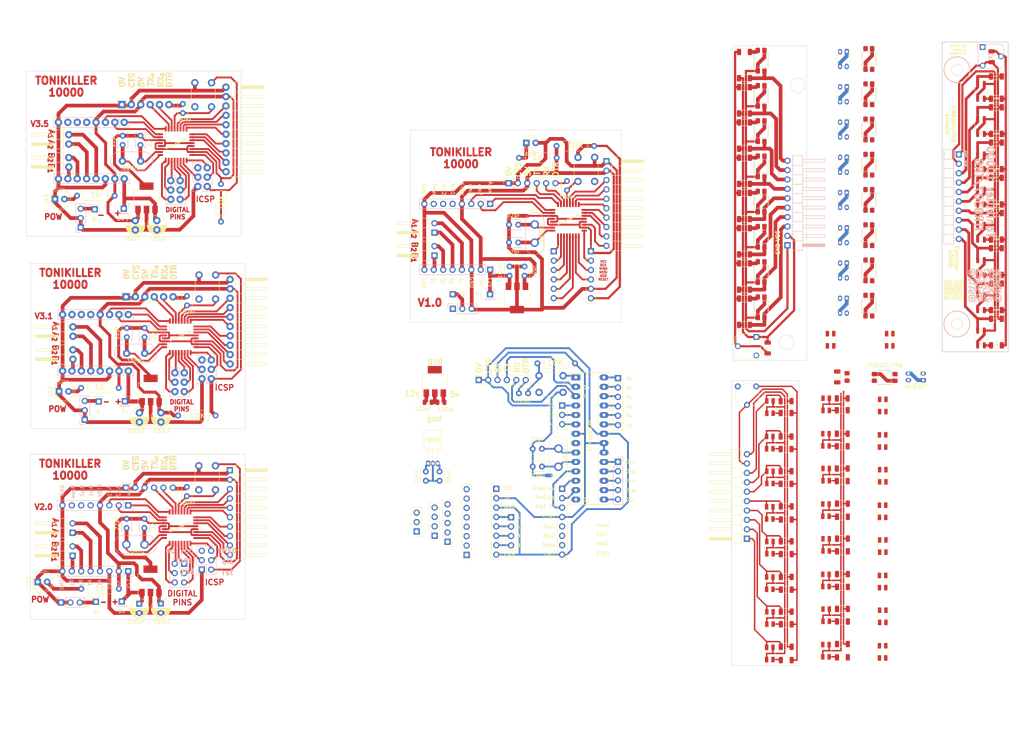
<source format=kicad_pcb>
(kicad_pcb (version 20211014) (generator pcbnew)
  (layers (0 "F.Cu" signal) (31 "B.Cu" signal) (34 "B.Paste" user) (35 "F.Paste" user) (36 "B.SilkS" user "B.Silkscreen") (37 "F.SilkS" user "F.Silkscreen") (38 "B.Mask" user) (39 "F.Mask" user) (44 "Edge.Cuts" user))
  (net 0 "")
  (net 1 "CLK1")
  (net 2 "CLK2")
  (net 3 "GND")
  (net 4 "VCC")
  (net 5 "DTR")
  (net 6 "TX")
  (net 7 "RX")
  (net 8 "A5")
  (net 9 "A4")
  (net 10 "A3")
  (net 11 "A2")
  (net 12 "A1")
  (net 13 "A0")
  (net 14 "ADC6")
  (net 15 "ADC7")
  (net 16 "12V")
  (net 17 "SCK")
  (net 18 "MISO")
  (net 19 "MOSI")
  (net 20 "RESET")
  (footprint "Package_DIP:DIP-28_W7.62mm_Socket_LongPads" (layer "F.Cu") (at 163.961401 109.4267)
    (fp_text reference "ATmega328")
    (fp_text value "DIP-28_W7.62mm_Socket_LongPads" hide)
  )
  (footprint "Capacitor_THT:C_Disc_D3.8mm_W2.6mm_P2.50mm" (layer "F.Cu") (at 58.8064 139.045 -90)
    (fp_text reference "100nF")
    (fp_text value "C_Disc_D3.8mm_W2.6mm_P2.50mm")
  )
  (footprint "Resistor_SMD:R_1206_3216Metric" (layer "F.Cu") (at 220.7975 125.405)
    (fp_text reference "1K" hide)
    (fp_text value "R_1206_3216Metric")
  )
  (footprint "OptoDevice:Everlight_ITR8307" (layer "F.Cu") (at 247.4475 109.4346 90)
    (fp_text reference "ITR8307/TR8")
    (fp_text value "Everlight_ITR8307")
    (fp_line (start 1.85 1.8) (end -1.85 1.8) (layer "Edge.Cuts") (width 0.12))
    (fp_line (start 1.85 -1.8) (end 1.85 1.8) (layer "Edge.Cuts") (width 0.12))
    (fp_line (start -1.85 1.8) (end -1.85 -1.8) (layer "Edge.Cuts") (width 0.12))
    (fp_line (start -1.85 -1.8) (end 1.85 -1.8) (layer "Edge.Cuts") (width 0.12))
  )
  (footprint "Connector_PinHeader_2.54mm:PinHeader_1x10_P2.54mm_Horizontal" (layer "F.Cu") (at 70.5025 82.9446)
    (fp_text reference "REF**" hide)
    (fp_text value "PinHeader_1x10_P2.54mm_Horizontal")
  )
  (footprint "Capacitor_THT:C_Disc_D3.8mm_W2.6mm_P2.50mm" (layer "F.Cu") (at 146.051401 79.4546 -90)
    (fp_text reference "10uF")
    (fp_text value "C_Disc_D3.8mm_W2.6mm_P2.50mm")
  )
  (footprint "LED_THT:LED_D5.0mm" (layer "F.Cu") (at 23.1725 61.2396)
    (fp_text reference "LED")
    (fp_text value "LED_D5.0mm")
  )
  (footprint "Package_TO_SOT_SMD:SOT-223" (layer "F.Cu") (at 48.98 164.435112 90)
    (fp_text reference "REF**" hide)
    (fp_text value "SOT-223")
  )
  (footprint "Connector_PinHeader_2.54mm:PinHeader_1x10_P2.54mm_Horizontal" (layer "F.Cu") (at 69.3875 30.9796)
    (fp_text reference "REF**" hide)
    (fp_text value "PinHeader_1x10_P2.54mm_Horizontal")
  )
  (footprint "Resistor_SMD:R_1206_3216Metric" (layer "F.Cu") (at 209.55 47.605 180)
    (fp_text reference "1K" hide)
    (fp_text value "R_1206_3216Metric")
  )
  (footprint "Connector_PinSocket_2.54mm:PinSocket_1x06_P2.54mm_Vertical" (layer "F.Cu") (at 145.771401 56.9296 90)
    (fp_text reference "REF**" hide)
    (fp_text value "PinSocket_1x06_P2.54mm_Vertical")
  )
  (footprint "Resistor_SMD:R_1206_3216Metric" (layer "F.Cu") (at 277.66 62.675)
    (fp_text reference "220R")
    (fp_text value "R_1206_3216Metric")
  )
  (footprint "Resistor_SMD:R_1206_3216Metric" (layer "F.Cu") (at 277.66 84.05)
    (fp_text reference "47K")
    (fp_text value "R_1206_3216Metric")
  )
  (footprint "Resistor_SMD:R_1206_3216Metric" (layer "F.Cu") (at 277.66 74.5)
    (fp_text reference "47K")
    (fp_text value "R_1206_3216Metric")
  )
  (footprint "Resistor_SMD:R_1206_3216Metric" (layer "F.Cu") (at 220.8475 157.205)
    (fp_text reference "1K" hide)
    (fp_text value "R_1206_3216Metric")
  )
  (footprint "Resistor_SMD:R_1206_3216Metric" (layer "F.Cu") (at 209.55 40.505 180)
    (fp_text reference "1K" hide)
    (fp_text value "R_1206_3216Metric")
  )
  (footprint "Resistor_SMD:R_1206_3216Metric" (layer "F.Cu") (at 276.37 22.75 90)
    (fp_text reference "1K" hide)
    (fp_text value "R_1206_3216Metric")
  )
  (footprint "Resistor_SMD:R_1206_3216Metric" (layer "F.Cu") (at 277.66 34.1)
    (fp_text reference "220R")
    (fp_text value "R_1206_3216Metric")
  )
  (footprint "Connector_PinSocket_2.54mm:PinSocket_1x06_P2.54mm_Vertical" (layer "F.Cu") (at 137.721401 110.1267 90)
    (fp_text reference "REF**" hide)
    (fp_text value "PinSocket_1x06_P2.54mm_Vertical")
  )
  (footprint "LOGO" (layer "F.Cu") (at 266.11 85.75 180)
    (fp_text reference "G***" hide)
    (fp_text value "LOGO" hide)
  )
  (footprint "LED_SMD:LED_RGB_Wuerth-PLCC4_3.2x2.8mm_150141M173100" (layer "F.Cu") (at 216.3975 184.055 90)
    (fp_text reference "REF**" hide)
    (fp_text value "LED_RGB_Wuerth-PLCC4_3.2x2.8mm_150141M173100")
  )
  (footprint "OptoDevice:Everlight_ITR8307F43" (layer "F.Cu") (at 257.8725 110.1846 90)
    (fp_text reference "IRT8307")
    (fp_text value "Everlight_ITR8307F43")
  )
  (footprint "Resistor_SMD:R_1206_3216Metric" (layer "F.Cu") (at 209.55 21.455 180)
    (fp_text reference "1K" hide)
    (fp_text value "R_1206_3216Metric")
  )
  (footprint "Package_TO_SOT_THT:TO-92_Inline_Horizontal2" (layer "F.Cu") (at 124.051401 132.6992)
    (fp_text reference "78L05")
    (fp_text value "TO-92_Inline_Horizontal2")
  )
  (footprint "LED_SMD:LED_RGB_Wuerth-PLCC4_3.2x2.8mm_150141M173100" (layer "F.Cu") (at 231.5825 183.3046 90)
    (fp_text reference "REF**" hide)
    (fp_text value "LED_RGB_Wuerth-PLCC4_3.2x2.8mm_150141M173100")
  )
  (footprint "Potentiometer_THT:Potentiometer_Piher_PT-6-V_Vertical" (layer "F.Cu") (at 207.7475 111.855 -90)
    (fp_text reference "REF**" hide)
    (fp_text value "Potentiometer_Piher_PT-6-V_Vertical")
  )
  (footprint "Capacitor_THT:C_Disc_D3.8mm_W2.6mm_P2.50mm" (layer "F.Cu") (at 150.101401 79.4546 -90)
    (fp_text reference "10uF")
    (fp_text value "C_Disc_D3.8mm_W2.6mm_P2.50mm")
  )
  (footprint "Resistor_SMD:R_1206_3216Metric" (layer "F.Cu") (at 220.8475 147.855)
    (fp_text reference "1K" hide)
    (fp_text value "R_1206_3216Metric")
  )
  (footprint "Connector_Wire:SolderWirePad_1x01_SMD_1x2mm" (layer "F.Cu") (at 150.251401 65.7546 -90)
    (fp_text reference "REF**" hide)
    (fp_text value "SolderWirePad_1x01_SMD_1x2mm")
  )
  (footprint "Connector_PinHeader_2.54mm:PinHeader_1x02_P2.54mm_Horizontal" (layer "F.Cu") (at 28.0275 104.5196 180)
    (fp_text reference "REF**" hide)
    (fp_text value "PinHeader_1x02_P2.54mm_Horizontal")
  )
  (footprint "Resistor_SMD:R_1206_3216Metric" (layer "F.Cu") (at 209.55 30.98 180)
    (fp_text reference "1K" hide)
    (fp_text value "R_1206_3216Metric")
  )
  (footprint "Resistor_SMD:R_1206_3216Metric" (layer "F.Cu") (at 220.8475 172.755)
    (fp_text reference "1K" hide)
    (fp_text value "R_1206_3216Metric")
  )
  (footprint "Connector_PinHeader_2.54mm:PinHeader_1x10_P2.54mm_Horizontal" (layer "F.Cu") (at 210.2225 153.03 180)
    (fp_text reference "REF**" hide)
    (fp_text value "PinHeader_1x10_P2.54mm_Horizontal")
  )
  (footprint "Capacitor_SMD:C_0805_2012Metric" (layer "F.Cu") (at 124.021401 116.1542)
    (fp_text reference "100uF")
    (fp_text value "C_0805_2012Metric")
  )
  (footprint "Crystal:Crystal_HC50_Vertical" (layer "F.Cu") (at 159.261401 133.5767 90)
    (fp_text reference "16MHz")
    (fp_text value "Crystal_HC50_Vertical")
  )
  (footprint "Package_TO_SOT_SMD:SOT-223" (layer "F.Cu") (at 47.9125 60.884712 90)
    (fp_text reference "REF**" hide)
    (fp_text value "SOT-223")
  )
  (footprint "OptoDevice:Everlight_ITR8307" (layer "F.Cu") (at 214.05 90.48)
    (fp_text reference "ITR8307/TR8" hide)
    (fp_text value "Everlight_ITR8307")
    (fp_line (start 1.85 1.8) (end -1.85 1.8) (layer "Edge.Cuts") (width 0.12))
    (fp_line (start 1.85 -1.8) (end 1.85 1.8) (layer "Edge.Cuts") (width 0.12))
    (fp_line (start -1.85 -1.8) (end 1.85 -1.8) (layer "Edge.Cuts") (width 0.12))
    (fp_line (start -1.85 1.8) (end -1.85 -1.8) (layer "Edge.Cuts") (width 0.12))
  )
  (footprint "Capacitor_THT:C_Disc_D3.8mm_W2.6mm_P2.50mm" (layer "F.Cu") (at 57.7389 35.4946 -90)
    (fp_text reference "100nF")
    (fp_text value "C_Disc_D3.8mm_W2.6mm_P2.50mm")
  )
  (footprint "Button_Switch_THT:SW_PUSH_6mm" (layer "F.Cu") (at 66.6025 81.7446 -90)
    (fp_text reference "REF**" hide)
    (fp_text value "SW_PUSH_6mm")
  )
  (footprint "OptoDevice:Everlight_ITR1201SR10AR" (layer "F.Cu") (at 273.485 32.1 180)
    (fp_text reference "REF**" hide)
    (fp_text value "Everlight_ITR1201SR10AR")
  )
  (footprint "OptoDevice:Everlight_ITR8307" (layer "F.Cu") (at 243.175 70.98)
    (fp_text reference "ITR8307/TR8" hide)
    (fp_text value "Everlight_ITR8307")
    (fp_line (start -1.85 1.8) (end -1.85 -1.8) (layer "Edge.Cuts") (width 0.12))
    (fp_line (start -1.85 -1.8) (end 1.85 -1.8) (layer "Edge.Cuts") (width 0.12))
    (fp_line (start 1.85 -1.8) (end 1.85 1.8) (layer "Edge.Cuts") (width 0.12))
    (fp_line (start 1.85 1.8) (end -1.85 1.8) (layer "Edge.Cuts") (width 0.12))
  )
  (footprint "LED_SMD:LED_RGB_Wuerth-PLCC4_3.2x2.8mm_150141M173100" (layer "F.Cu") (at 231.6325 135.7046 90)
    (fp_text reference "REF**" hide)
    (fp_text value "LED_RGB_Wuerth-PLCC4_3.2x2.8mm_150141M173100")
  )
  (footprint "OptoDevice:Everlight_ITR8307" (layer "F.Cu") (at 243.175 90.03)
    (fp_text reference "ITR8307/TR8" hide)
    (fp_text value "Everlight_ITR8307")
    (fp_line (start 1.85 1.8) (end -1.85 1.8) (layer "Edge.Cuts") (width 0.12))
    (fp_line (start -1.85 -1.8) (end 1.85 -1.8) (layer "Edge.Cuts") (width 0.12))
    (fp_line (start -1.85 1.8) (end -1.85 -1.8) (layer "Edge.Cuts") (width 0.12))
    (fp_line (start 1.85 -1.8) (end 1.85 1.8) (layer "Edge.Cuts") (width 0.12))
  )
  (footprint "OptoDevice:Everlight_ITR8307F43" (layer "F.Cu") (at 237.2 49.955 180)
    (fp_text reference "IRT8307" hide)
    (fp_text value "Everlight_ITR8307F43")
  )
  (footprint "Capacitor_THT:CP_Radial_D5.0mm_P2.50mm" (layer "F.Cu") (at 46.0025 119.0196 -90)
    (fp_text reference "100uF")
    (fp_text value "CP_Radial_D5.0mm_P2.50mm")
  )
  (footprint "Resistor_SMD:R_1206_3216Metric" (layer "F.Cu") (at 234.6325 109.3046 90)
    (fp_text reference "1K" hide)
    (fp_text value "R_1206_3216Metric")
  )
  (footprint "Resistor_SMD:R_1206_3216Metric" (layer "F.Cu") (at 236.0325 143.5546)
    (fp_text reference "1K" hide)
    (fp_text value "R_1206_3216Metric")
  )
  (footprint "Resistor_SMD:R_1206_3216Metric" (layer "F.Cu") (at 220.7975 119.055)
    (fp_text reference "1K" hide)
    (fp_text value "R_1206_3216Metric")
  )
  (footprint "Resistor_SMD:R_1206_3216Metric" (layer "F.Cu") (at 277.66 36.425)
    (fp_text reference "47K")
    (fp_text value "R_1206_3216Metric")
  )
  (footprint "OptoDevice:Everlight_ITR8307" (layer "F.Cu") (at 243.175 51.93)
    (fp_text reference "ITR8307/TR8" hide)
    (fp_text value "Everlight_ITR8307")
    (fp_line (start -1.85 -1.8) (end 1.85 -1.8) (layer "Edge.Cuts") (width 0.12))
    (fp_line (start -1.85 1.8) (end -1.85 -1.8) (layer "Edge.Cuts") (width 0.12))
    (fp_line (start 1.85 1.8) (end -1.85 1.8) (layer "Edge.Cuts") (width 0.12))
    (fp_line (start 1.85 -1.8) (end 1.85 1.8) (layer "Edge.Cuts") (width 0.12))
  )
  (footprint "OptoDevice:Everlight_ITR8307" (layer "F.Cu") (at 214.05 33.33)
    (fp_text reference "ITR8307/TR8" hide)
    (fp_text value "Everlight_ITR8307")
    (fp_line (start 1.85 -1.8) (end 1.85 1.8) (layer "Edge.Cuts") (width 0.12))
    (fp_line (start -1.85 -1.8) (end 1.85 -1.8) (layer "Edge.Cuts") (width 0.12))
    (fp_line (start 1.85 1.8) (end -1.85 1.8) (layer "Edge.Cuts") (width 0.12))
    (fp_line (start -1.85 1.8) (end -1.85 -1.8) (layer "Edge.Cuts") (width 0.12))
  )
  (footprint "LED_SMD:LED_RGB_Wuerth-PLCC4_3.2x2.8mm_150141M173100" (layer "F.Cu") (at 246.945 174.0171 -90)
    (fp_text reference "REF**" hide)
    (fp_text value "LED_RGB_Wuerth-PLCC4_3.2x2.8mm_150141M173100")
  )
  (footprint "Resistor_SMD:R_1206_3216Metric" (layer "F.Cu") (at 235.9825 124.6546)
    (fp_text reference "1K" hide)
    (fp_text value "R_1206_3216Metric")
  )
  (footprint "Resistor_SMD:R_1206_3216Metric" (layer "F.Cu") (at 220.8475 176.155)
    (fp_text reference "1K" hide)
    (fp_text value "R_1206_3216Metric")
  )
  (footprint "OptoDevice:Everlight_ITR8307F43" (layer "F.Cu") (at 237.2 59.48 180)
    (fp_text reference "IRT8307" hide)
    (fp_text value "Everlight_ITR8307F43")
  )
  (footprint "Resistor_SMD:R_1206_3216Metric" (layer "F.Cu") (at 209.55 95.23 180)
    (fp_text reference "1K" hide)
    (fp_text value "R_1206_3216Metric")
  )
  (footprint "Resistor_SMD:R_1206_3216Metric" (layer "F.Cu") (at 209.55 69.08 180)
    (fp_text reference "1K" hide)
    (fp_text value "R_1206_3216Metric")
  )
  (footprint "Resistor_SMD:R_1206_3216Metric" (layer "F.Cu") (at 277.66 100.775)
    (fp_text reference "220R")
    (fp_text value "R_1206_3216Metric")
  )
  (footprint "Connector_PinHeader_2.54mm:PinHeader_1x01_P2.54mm_Vertical" (layer "F.Cu") (at 130.686401 86.9296 180)
    (fp_text reference "REF**" hide)
    (fp_text value "PinHeader_1x01_P2.54mm_Vertical")
  )
  (footprint "Resistor_SMD:R_1206_3216Metric" (layer "F.Cu") (at 235.9825 134.0546)
    (fp_text reference "1K" hide)
    (fp_text value "R_1206_3216Metric")
  )
  (footprint "Connector_PinHeader_2.54mm:PinHeader_1x01_P2.54mm_Vertical" (layer "F.Cu") (at 34.23 170.105 180)
    (fp_text reference "REF**" hide)
    (fp_text value "PinHeader_1x01_P2.54mm_Vertical")
  )
  (footprint "Package_TO_SOT_SMD:SOT-223" (layer "F.Cu") (at 49.0275 112.849712 90)
    (fp_text reference "REF**" hide)
    (fp_text value "SOT-223")
  )
  (footprint "LED_SMD:LED_RGB_Wuerth-PLCC4_3.2x2.8mm_150141M173100" (layer "F.Cu") (at 231.6325 173.7046 90)
    (fp_text reference "REF**" hide)
    (fp_text value "LED_RGB_Wuerth-PLCC4_3.2x2.8mm_150141M173100")
  )
  (footprint "Resistor_SMD:R_1206_3216Metric" (layer "F.Cu") (at 236.0325 175.4046)
    (fp_text reference "1K" hide)
    (fp_text value "R_1206_3216Metric")
  )
  (footprint "Capacitor_THT:C_Disc_D3.8mm_W2.6mm_P2.50mm" (layer "F.Cu") (at 152.311401 128.7267)
    (fp_text reference "22pF")
    (fp_text value "C_Disc_D3.8mm_W2.6mm_P2.50mm")
  )
  (footprint "LED_SMD:LED_RGB_Wuerth-PLCC4_3.2x2.8mm_150141M173100" (layer "F.Cu") (at 246.895 183.6171 -90)
    (fp_text reference "REF**" hide)
    (fp_text value "LED_RGB_Wuerth-PLCC4_3.2x2.8mm_150141M173100")
  )
  (footprint "Connector_PinHeader_2.54mm:PinHeader_1x05_P2.54mm_Vertical" (layer "F.Cu") (at 129.291401 153.8742 180)
    (fp_text reference "REF**" hide)
    (fp_text value "PinHeader_1x05_P2.54mm_Vertical")
  )
  (footprint "Resistor_SMD:R_1206_3216Metric" (layer "F.Cu") (at 236.0325 153.0046)
    (fp_text reference "1K" hide)
    (fp_text value "R_1206_3216Metric")
  )
  (footprint "LED_THT:LED_D3.0mm" (layer "F.Cu") (at 150.576401 46.0296)
    (fp_text reference "LED")
    (fp_text value "LED_D3.0mm")
  )
  (footprint "OptoDevice:Everlight_ITR1201SR10AR" (layer "F.Cu") (at 273.485 51.15 180)
    (fp_text reference "REF**" hide)
    (fp_text value "Everlight_ITR1201SR10AR")
  )
  (footprint "LED_SMD:LED_RGB_Wuerth-PLCC4_3.2x2.8mm_150141M173100" (layer "F.Cu") (at 246.895 126.6171 -90)
    (fp_text reference "REF**" hide)
    (fp_text value "LED_RGB_Wuerth-PLCC4_3.2x2.8mm_150141M173100")
  )
  (footprint "OptoDevice:Everlight_ITR1201SR10AR" (layer "F.Cu") (at 273.485 79.725 180)
    (fp_text reference "REF**" hide)
    (fp_text value "Everlight_ITR1201SR10AR")
  )
  (footprint "Button_Switch_THT:SW_PUSH_6mm" (layer "F.Cu") (at 66.555 133.33 -90)
    (fp_text reference "REF**" hide)
    (fp_text value "SW_PUSH_6mm")
  )
  (footprint "LED_SMD:LED_RGB_Wuerth-PLCC4_3.2x2.8mm_150141M173100" (layer "F.Cu") (at 216.3975 146.055 90)
    (fp_text reference "REF**" hide)
    (fp_text value "LED_RGB_Wuerth-PLCC4_3.2x2.8mm_150141M173100")
  )
  (footprint "Connector_PinHeader_2.54mm:PinHeader_1x10_P2.54mm_Horizontal" (layer "F.Cu") (at 70.455 134.53)
    (fp_text reference "REF**" hide)
    (fp_text value "PinHeader_1x10_P2.54mm_Horizontal")
  )
  (footprint "Resistor_SMD:R_1206_3216Metric" (layer "F.Cu") (at 235.9825 118.3046)
    (fp_text reference "1K" hide)
    (fp_text value "R_1206_3216Metric")
  )
  (footprint "Capacitor_THT:CP_Radial_D5.0mm_P2.50mm" (layer "F.Cu") (at 51.78 170.58 -90)
    (fp_text reference "100uF")
    (fp_text value "CP_Radial_D5.0mm_P2.50mm")
  )
  (footprint "Resistor_SMD:R_1206_3216Metric" (layer "F.Cu") (at 220.8475 163.355)
    (fp_text reference "1K" hide)
    (fp_text value "R_1206_3216Metric")
  )
  (footprint "Connector_PinHeader_2.54mm:PinHeader_1x08_P2.54mm_Vertical" (layer "F.Cu") (at 160.261401 139.5517)
    (fp_text reference "REF**" hide)
    (fp_text value "PinHeader_1x08_P2.54mm_Vertical")
  )
  (footprint "Resistor_SMD:R_1206_3216Metric" (layer "F.Cu") (at 236.0325 162.6046)
    (fp_text reference "1K" hide)
    (fp_text value "R_1206_3216Metric")
  )
  (footprint "Connector_PinHeader_2.54mm:PinHeader_1x02_P2.54mm_Horizontal" (layer "F.Cu") (at 26.9125 46.3546 180)
    (fp_text reference "REF**" hide)
    (fp_text value "PinHeader_1x02_P2.54mm_Horizontal")
  )
  (footprint "Resistor_SMD:R_1206_3216Metric" (layer "F.Cu") (at 236.0325 147.1046)
    (fp_text reference "1K" hide)
    (fp_text value "R_1206_3216Metric")
  )
  (footprint "Resistor_SMD:R_1206_3216Metric" (layer "F.Cu") (at 220.7975 115.855)
    (fp_text reference "1K" hide)
    (fp_text value "R_1206_3216Metric")
  )
  (footprint "Connector_PinSocket_2.54mm:PinSocket_1x06_P2.54mm_Vertical" (layer "F.Cu") (at 41.2675 35.6871 90)
    (fp_text reference "REF**" hide)
    (fp_text value "PinSocket_1x06_P2.54mm_Vertical")
  )
  (footprint "Connector_PinSocket_2.54mm:PinSocket_1x06_P2.54mm_Vertical" (layer "F.Cu") (at 158.001401 75.3296)
    (fp_text reference "REF**" hide)
    (fp_text value "PinSocket_1x06_P2.54mm_Vertical")
  )
  (footprint "LED_THT:LED_D5.0mm" (layer "F.Cu") (at 18.505 164.705)
    (fp_text reference "LED")
    (fp_text value "LED_D5.0mm")
  )
  (footprint "OptoDevice:Everlight_ITR1201SR10AR" (layer "F.Cu") (at 273.485 60.675 180)
    (fp_text reference "REF**" hide)
    (fp_text value "Everlight_ITR1201SR10AR")
  )
  (footprint "Resistor_SMD:R_1206_3216Metric" (layer "F.Cu") (at 235.9825 137.4546)
    (fp_text reference "1K" hide)
    (fp_text value "R_1206_3216Metric")
  )
  (footprint "LED_SMD:LED_RGB_Wuerth-PLCC4_3.2x2.8mm_150141M173100" (layer "F.Cu") (at 216.4475 117.455 90)
    (fp_text reference "REF**" hide)
    (fp_text value "LED_RGB_Wuerth-PLCC4_3.2x2.8mm_150141M173100")
  )
  (footprint "Resistor_SMD:R_1206_3216Metric" (layer "F.Cu") (at 277.66 72.175)
    (fp_text reference "220R")
    (fp_text value "R_1206_3216Metric")
  )
  (footprint "LED_SMD:LED_RGB_Wuerth-PLCC4_3.2x2.8mm_150141M173100" (layer "F.Cu") (at 216.4475 155.455 90)
    (fp_text reference "REF**" hide)
    (fp_text value "LED_RGB_Wuerth-PLCC4_3.2x2.8mm_150141M173100")
  )
  (footprint "Capacitor_THT:C_Disc_D3.8mm_W2.6mm_P2.50mm" (layer "F.Cu") (at 127.121401 134.8792 -90)
    (fp_text reference "10uF")
    (fp_text value "C_Disc_D3.8mm_W2.6mm_P2.50mm")
  )
  (footprint "Resistor_SMD:R_1206_3216Metric" (layer "F.Cu") (at 236.0325 172.0046)
    (fp_text reference "1K" hide)
    (fp_text value "R_1206_3216Metric")
  )
  (footprint "OptoDevice:Everlight_ITR8307" (layer "F.Cu") (at 214.05 42.855)
    (fp_text reference "ITR8307/TR8" hide)
    (fp_text value "Everlight_ITR8307")
    (fp_line (start 1.85 -1.8) (end 1.85 1.8) (layer "Edge.Cuts") (width 0.12))
    (fp_line (start -1.85 1.8) (end -1.85 -1.8) (layer "Edge.Cuts") (width 0.12))
    (fp_line (start -1.85 -1.8) (end 1.85 -1.8) (layer "Edge.Cuts") (width 0.12))
    (fp_line (start 1.85 1.8) (end -1.85 1.8) (layer "Edge.Cuts") (width 0.12))
  )
  (footprint "LED_SMD:LED_RGB_Wuerth-PLCC4_3.2x2.8mm_150141M173100" (layer "F.Cu") (at 246.895 164.6171 -90)
    (fp_text reference "REF**" hide)
    (fp_text value "LED_RGB_Wuerth-PLCC4_3.2x2.8mm_150141M173100")
  )
  (footprint "OptoDevice:Everlight_ITR1201SR10AR" (layer "F.Cu") (at 273.485 98.775 180)
    (fp_text reference "REF**" hide)
    (fp_text value "Everlight_ITR1201SR10AR")
  )
  (footprint "Resistor_SMD:R_1206_3216Metric" (layer "F.Cu") (at 209.55 38.08 180)
    (fp_text reference "1K" hide)
    (fp_text value "R_1206_3216Metric")
  )
  (footprint "Resistor_SMD:R_1206_3216Metric" (layer "F.Cu") (at 220.8475 144.305)
    (fp_text reference "1K" hide)
    (fp_text value "R_1206_3216Metric")
  )
  (footprint "Resistor_SMD:R_1206_3216Metric" (layer "F.Cu") (at 236.0325 166.0546)
    (fp_text reference "1K" hide)
    (fp_text value "R_1206_3216Metric")
  )
  (footprint "Resistor_SMD:R_1206_3216Metric" (layer "F.Cu") (at 277.66 43.625)
    (fp_text reference "220R")
    (fp_text value "R_1206_3216Metric")
  )
  (footprint "OptoDevice:Everlight_ITR1201SR10AR" (layer "F.Cu") (at 273.485 70.2 180)
    (fp_text reference "REF**" hide)
    (fp_text value "Everlight_ITR1201SR10AR")
  )
  (footprint "Resistor_THT:R_Axial_DIN0207_L6.3mm_D2.5mm_P10.16mm_Horizontal" (layer "F.Cu") (at 30.2475 112.2696)
    (fp_text reference "1K")
    (fp_text value "R_Axial_DIN0207_L6.3mm_D2.5mm_P10.16mm_Horizontal")
  )
  (footprint "Resistor_SMD:R_1206_3216Metric" (layer "F.Cu") (at 209.55 76.18 180)
    (fp_text reference "1K" hide)
    (fp_text value "R_1206_3216Metric")
  )
  (footprint "Capacitor_THT:C_Disc_D3.8mm_W2.6mm_P2.50mm" (layer "F.Cu") (at 58.8539 87.4596 -90)
    (fp_text reference "100nF")
    (fp_text value "C_Disc_D3.8mm_W2.6mm_P2.50mm")
  )
  (footprint "Button_Switch_THT:SW_PUSH_6mm" (layer "F.Cu") (at 160.511401 113.4767 180)
    (fp_text reference "REF**" hide)
    (fp_text value "SW_PUSH_6mm")
  )
  (footprint "OptoDevice:Everlight_ITR8307F43" (layer "F.Cu") (at 237.2 30.905 180)
    (fp_text reference "IRT8307" hide)
    (fp_text value "Everlight_ITR8307F43")
  )
  (footprint "LED_SMD:LED_RGB_Wuerth-PLCC4_3.2x2.8mm_150141M173100" (layer "F.Cu") (at 232.8325 99.2546 90)
    (fp_text reference "REF**" hide)
    (fp_text value "LED_RGB_Wuerth-PLCC4_3.2x2.8mm_150141M173100")
  )
  (footprint "Connector_PinSocket_2.54mm:PinSocket_1x04_P2.54mm_Vertical" (layer "F.Cu") (at 125.791401 152.2292 180)
    (fp_text reference "REF**" hide)
    (fp_text value "PinSocket_1x04_P2.54mm_Vertical")
  )
  (footprint "LED_SMD:LED_RGB_Wuerth-PLCC4_3.2x2.8mm_150141M173100" (layer "F.Cu") (at 231.6325 116.7046 90)
    (fp_text reference "REF**" hide)
    (fp_text value "LED_RGB_Wuerth-PLCC4_3.2x2.8mm_150141M173100")
  )
  (footprint "Resistor_SMD:R_1206_3216Metric" (layer "F.Cu") (at 220.8475 153.755)
    (fp_text reference "1K" hide)
    (fp_text value "R_1206_3216Metric")
  )
  (footprint "Connector_PinHeader_2.54mm:PinHeader_1x10_P2.54mm_Horizontal" (layer "F.Cu") (at 172.251401 51.0046)
    (fp_text reference "REF**" hide)
    (fp_text value "PinHeader_1x10_P2.54mm_Horizontal")
  )
  (footprint "LED_SMD:LED_RGB_Wuerth-PLCC4_3.2x2.8mm_150141M173100" (layer "F.Cu") (at 246.945 155.0171 -90)
    (fp_text reference "REF**" hide)
    (fp_text value "LED_RGB_Wuerth-PLCC4_3.2x2.8mm_150141M173100")
  )
  (footprint "OptoDevice:Everlight_ITR1201SR10AR" (layer "F.Cu") (at 273.485 41.625 180)
    (fp_text reference "REF**" hide)
    (fp_text value "Everlight_ITR1201SR10AR")
  )
  (footprint "OptoDevice:Everlight_ITR8307F43" (layer "F.Cu") (at 237.2 40.43 180)
    (fp_text reference "IRT8307" hide)
    (fp_text value "Everlight_ITR8307F43")
  )
  (footprint "OptoDevice:Everlight_ITR8307" (layer "F.Cu") (at 243.175 23.355)
    (fp_text reference "ITR8307/TR8" hide)
    (fp_text value "Everlight_ITR8307")
    (fp_line (start 1.85 -1.8) (end 1.85 1.8) (layer "Edge.Cuts") (width 0.12))
    (fp_line (start -1.85 1.8) (end -1.85 -1.8) (layer "Edge.Cuts") (width 0.12))
    (fp_line (start 1.85 1.8) (end -1.85 1.8) (layer "Edge.Cuts") (width 0.12))
    (fp_line (start -1.85 -1.8) (end 1.85 -1.8) (layer "Edge.Cuts") (width 0.12))
  )
  (footprint "LED_SMD:LED_RGB_Wuerth-PLCC4_3.2x2.8mm_150141M173100" (layer "F.Cu") (at 231.5825 126.3046 90)
    (fp_text reference "REF**" hide)
    (fp_text value "LED_RGB_Wuerth-PLCC4_3.2x2.8mm_150141M173100")
  )
  (footprint "Resistor_SMD:R_1206_3216Metric" (layer "F.Cu") (at 209.55 88.13 180)
    (fp_text reference "1K" hide)
    (fp_text value "R_1206_3216Metric")
  )
  (footprint "LED_THT:LED_D5.0mm" (layer "F.Cu") (at 24.2875 113.2046)
    (fp_text reference "LED")
    (fp_text value "LED_D5.0mm")
  )
  (footprint "Connector_PinSocket_2.54mm:PinSocket_1x06_P2.54mm_Vertical" (layer "F.Cu") (at 168.051401 75.3296)
    (fp_text reference "REF**" hide)
    (fp_text value "PinSocket_1x06_P2.54mm_Vertical")
  )
  (footprint "Resistor_SMD:R_1206_3216Metric" (layer "F.Cu") (at 277.66 91.25)
    (fp_text reference "220R")
    (fp_text value "R_1206_3216Metric")
  )
  (footprint "Resistor_SMD:R_1206_3216Metric" (layer "F.Cu") (at 277.66 45.95)
    (fp_text reference "47K")
    (fp_text value "R_1206_3216Metric")
  )
  (footprint "TQFP32_32A_MCH" (layer "F.Cu") (at 57.0275 98.4696)
    (fp_text reference "ATmega328P-AU")
    (fp_text value "TQFP32_32A_MCH" hide)
  )
  (footprint "Connector_PinHeader_2.54mm:PinHeader_1x02_P2.54mm_Horizontal" (layer "F.Cu") (at 28.0275 98.3196 180)
    (fp_text reference "REF**" hide)
    (fp_text value "PinHeader_1x02_P2.54mm_Horizontal")
  )
  (footprint "OptoDevice:Everlight_ITR1201SR10AR" (layer "F.Cu") (at 273.485 89.25 180)
    (fp_text reference "REF**" hide)
    (fp_text value "Everlight_ITR1201SR10AR")
  )
  (footprint "OptoDevice:Everlight_ITR8307F43" (layer "F.Cu") (at 237.2 78.53 180)
    (fp_text reference "IRT8307" hide)
    (fp_text value "Everlight_ITR8307F43")
  )
  (footprint "OptoDevice:Everlight_ITR8307" (layer "F.Cu") (at 214.05 52.38)
    (fp_text reference "ITR8307/TR8" hide)
    (fp_text value "Everlight_ITR8307")
    (fp_line (start 1.85 1.8) (end -1.85 1.8) (layer "Edge.Cuts") (width 0.12))
    (fp_line (start 1.85 -1.8) (end 1.85 1.8) (layer "Edge.Cuts") (width 0.12))
    (fp_line (start -1.85 -1.8) (end 1.85 -1.8) (layer "Edge.Cuts") (width 0.12))
    (fp_line (start -1.85 1.8) (end -1.85 -1.8) (layer "Edge.Cuts") (width 0.12))
  )
  (footprint "Connector_PinHeader_2.54mm:PinHeader_1x02_P2.54mm_Horizontal" (layer "F.Cu") (at 27.93 151.43 180)
    (fp_text reference "REF**" hide)
    (fp_text value "PinHeader_1x02_P2.54mm_Horizontal")
  )
  (footprint "TQFP32_32A_MCH" (layer "F.Cu") (at 56.98 150.055)
    (fp_text reference "ATmega328P-AU")
    (fp_text value "TQFP32_32A_MCH" hide)
  )
  (footprint "Resistor_SMD:R_1206_3216Metric" (layer "F.Cu") (at 236.0325 156.4546)
    (fp_text reference "1K" hide)
    (fp_text value "R_1206_3216Metric")
  )
  (footprint "OptoDevice:Everlight_ITR8307F43" (layer "F.Cu") (at 237.2 21.38 180)
    (fp_text reference "IRT8307" hide)
    (fp_text value "Everlight_ITR8307F43")
  )
  (footprint "Resistor_SMD:R_0805_2012Metric_Pad1.20x1.40mm_HandSolder" (layer "F.Cu") (at 237.2825 109.3046 90)
    (fp_text reference "REF**" hide)
    (fp_text value "R_0805_2012Metric_Pad1.20x1.40mm_HandSolder" hide)
  )
  (footprint "OptoDevice:Everlight_ITR8307" (layer "F.Cu") (at 243.175 80.505)
    (fp_text reference "ITR8307/TR8" hide)
    (fp_text value "Everlight_ITR8307")
    (fp_line (start 1.85 -1.8) (end 1.85 1.8) (layer "Edge.Cuts") (width 0.12))
    (fp_line (start -1.85 1.8) (end -1.85 -1.8) (layer "Edge.Cuts") (width 0.12))
    (fp_line (start 1.85 1.8) (end -1.85 1.8) (layer "Edge.Cuts") (width 0.12))
    (fp_line (start -1.85 -1.8) (end 1.85 -1.8) (layer "Edge.Cuts") (width 0.12))
  )
  (footprint "Capacitor_THT:C_Disc_D3.8mm_W2.6mm_P2.50mm" (layer "F.Cu") (at 152.311401 133.5267)
    (fp_text reference "22pF")
    (fp_text value "C_Disc_D3.8mm_W2.6mm_P2.50mm")
  )
  (footprint "Resistor_SMD:R_1206_3216Metric" (layer "F.Cu") (at 209.55 59.555 180)
    (fp_text reference "1K" hide)
    (fp_text value "R_1206_3216Metric")
  )
  (footprint "OptoDevice:Everlight_ITR8307" (layer "F.Cu") (at 243.175 61.455)
    (fp_text reference "ITR8307/TR8" hide)
    (fp_text value "Everlight_ITR8307")
    (fp_line (start -1.85 1.8) (end -1.85 -1.8) (layer "Edge.Cuts") (width 0.12))
    (fp_line (start -1.85 -1.8) (end 1.85 -1.8) (layer "Edge.Cuts") (width 0.12))
    (fp_line (start 1.85 -1.8) (end 1.85 1.8) (layer "Edge.Cuts") (width 0.12))
    (fp_line (start 1.85 1.8) (end -1.85 1.8) (layer "Edge.Cuts") (width 0.12))
  )
  (footprint "LED_SMD:LED_RGB_Wuerth-PLCC4_3.2x2.8mm_150141M173100" (layer "F.Cu") (at 246.895 145.6171 -90)
    (fp_text reference "REF**" hide)
    (fp_text value "LED_RGB_Wuerth-PLCC4_3.2x2.8mm_150141M173100")
  )
  (footprint "Connector_PinHeader_2.54mm:PinHeader_1x04_P2.54mm_Vertical" (layer "F.Cu") (at 146.461401 147.2267)
    (fp_text reference "REF**" hide)
    (fp_text value "PinHeader_1x04_P2.54mm_Vertical")
  )
  (footprint "Connector_PinHeader_2.54mm:PinHeader_1x01_P2.54mm_Vertical" (layer "F.Cu") (at 35.0025 115.9446 180)
    (fp_text reference "REF**" hide)
    (fp_text value "PinHeader_1x01_P2.54mm_Vertical")
  )
  (footprint "LED_SMD:LED_RGB_Wuerth-PLCC4_3.2x2.8mm_150141M173100" (layer "F.Cu") (at 248.8325 99.2546 90)
    (fp_text reference "REF**" hide)
    (fp_text value "LED_RGB_Wuerth-PLCC4_3.2x2.8mm_150141M173100")
  )
  (footprint "Resistor_SMD:R_1206_3216Metric" (layer "F.Cu") (at 235.9825 115.1046)
    (fp_text reference "1K" hide)
    (fp_text value "R_1206_3216Metric")
  )
  (footprint "Connector_PinHeader_2.54mm:PinHeader_1x01_P2.54mm_Vertical" (layer "F.Cu") (at 33.8875 63.9796 180)
    (fp_text reference "REF**" hide)
    (fp_text value "PinHeader_1x01_P2.54mm_Vertical")
  )
  (footprint "Connector_PinHeader_2.54mm:PinHeader_1x08_P2.54mm_Vertical" (layer "F.Cu") (at 134.441401 157.4242 180)
    (fp_text reference "REF**" hide)
    (fp_text value "PinHeader_1x08_P2.54mm_Vertical")
  )
  (footprint "Button_Switch_THT:SW_PUSH_6mm" (layer "F.Cu") (at 65.4875 29.7796 -90)
    (fp_text reference "REF**" hide)
    (fp_text value "SW_PUSH_6mm")
  )
  (footprint "Resistor_SMD:R_1206_3216Metric" (layer "F.Cu") (at 220.8475 182.255)
    (fp_text reference "1K" hide)
    (fp_text value "R_1206_3216Metric")
  )
  (footprint "LED_SMD:LED_RGB_Wuerth-PLCC4_3.2x2.8mm_150141M173100" (layer "F.Cu") (at 231.5825 164.3046 90)
    (fp_text reference "REF**" hide)
    (fp_text value "LED_RGB_Wuerth-PLCC4_3.2x2.8mm_150141M173100")
  )
  (footprint "LED_SMD:LED_RGB_Wuerth-PLCC4_3.2x2.8mm_150141M173100" (layer "F.Cu") (at 216.4475 136.455 90)
    (fp_text reference "REF**" hide)
    (fp_text value "LED_RGB_Wuerth-PLCC4_3.2x2.8mm_150141M173100")
  )
  (footprint "Connector_PinHeader_2.54mm:PinHeader_1x02_P2.54mm_Horizontal" (layer "F.Cu") (at 125.760002 76.4874 180)
    (fp_text reference "REF**" hide)
    (fp_text value "PinHeader_1x02_P2.54mm_Horizontal")
  )
  (footprint "Connector_PinHeader_2.54mm:PinHeader_1x03_P2.54mm_Vertical" (layer "F.Cu") (at 160.261401 117.0267)
    (fp_text reference "REF**" hide)
    (fp_text value "PinHeader_1x03_P2.54mm_Vertical")
  )
  (footprint "OptoDevice:Everlight_ITR8307" (layer "F.Cu") (at 243.175 32.88)
    (fp_text reference "ITR8307/TR8" hide)
    (fp_text value "Everlight_ITR8307")
    (fp_line (start 1.85 1.8) (end -1.85 1.8) (layer "Edge.Cuts") (width 0.12))
    (fp_line (start 1.85 -1.8) (end 1.85 1.8) (layer "Edge.Cuts") (width 0.12))
    (fp_line (start -1.85 1.8) (end -1.85 -1.8) (layer "Edge.Cuts") (width 0.12))
    (fp_line (start -1.85 -1.8) (end 1.85 -1.8) (layer "Edge.Cuts") (width 0.12))
  )
  (footprint "Connector_PinSocket_2.54mm:PinSocket_1x06_P2.54mm_Vertical" (layer "F.Cu") (at 42.335 139.2375 90)
    (fp_text reference "REF**" hide)
    (fp_text value "PinSocket_1x06_P2.54mm_Vertical")
  )
  (footprint "Resistor_SMD:R_1206_3216Metric" (layer "F.Cu") (at 277.66 81.725)
    (fp_text reference "220R")
    (fp_text value "R_1206_3216Metric")
  )
  (footprint "Resistor_SMD:R_1206_3216Metric" (layer "F.Cu") (at 209.55 28.555 180)
    (fp_text reference "1K" hide)
    (fp_text value "R_1206_3216Metric")
  )
  (footprint "LED_SMD:LED_RGB_Wuerth-PLCC4_3.2x2.8mm_150141M173100" (layer "F.Cu") (at 231.5825 145.3046 90)
    (fp_text reference "REF**" hide)
    (fp_text value "LED_RGB_Wuerth-PLCC4_3.2x2.8mm_150141M173100")
  )
  (footprint "Capacitor_THT:CP_Radial_D5.0mm_P2.50mm" (layer "F.Cu") (at 45.955 170.605 -90)
    (fp_text reference "100uF")
    (fp_text value "CP_Radial_D5.0mm_P2.50mm")
  )
  (footprint "Capacitor_THT:C_Disc_D3.8mm_W2.6mm_P2.50mm" (layer "F.Cu") (at 123.421401 134.8792 -90)
    (fp_text reference "10uF")
    (fp_text value "C_Disc_D3.8mm_W2.6mm_P2.50mm")
  )
  (footprint "LED_SMD:LED_RGB_Wuerth-PLCC4_3.2x2.8mm_150141M173100" (layer "F.Cu") (at 246.945 117.0171 -90)
    (fp_text reference "REF**" hide)
    (fp_text value "LED_RGB_Wuerth-PLCC4_3.2x2.8mm_150141M173100")
  )
  (footprint "Capacitor_THT:CP_Radial_D5.0mm_P2.50mm" (layer "F.Cu") (at 51.8275 118.9946 -90)
    (fp_text reference "100uF")
    (fp_text value "CP_Radial_D5.0mm_P2.50mm")
  )
  (footprint "Resistor_THT:R_Axial_DIN0207_L6.3mm_D2.5mm_P10.16mm_Horizontal" (layer "F.Cu") (at 153.581401 105.6267)
    (fp_text reference "10K")
    (fp_text value "R_Axial_DIN0207_L6.3mm_D2.5mm_P10.16mm_Horizontal")
  )
  (footprint "Connector_PinSocket_2.54mm:PinSocket_1x06_P2.54mm_Vertical" (layer "F.Cu") (at 42.3825 87.6521 90)
    (fp_text reference "REF**" hide)
    (fp_text value "PinSocket_1x06_P2.54mm_Vertical")
  )
  (footprint "Resistor_SMD:R_1206_3216Metric" (layer "F.Cu") (at 220.7975 128.805)
    (fp_text reference "1K" hide)
    (fp_text value "R_1206_3216Metric")
  )
  (footprint "Connector_PinSocket_2.54mm:PinSocket_1x06_P2.54mm_Vertical" (layer "F.Cu") (at 175.361401 109.6267)
    (fp_text reference "REF**" hide)
    (fp_text value "PinSocket_1x06_P2.54mm_Vertical")
  )
  (footprint "TQFP32_32A_MCH" (layer "F.Cu") (at 161.960001 66.9546)
    (fp_text reference "ATmega328P-AU")
    (fp_text value "TQFP32_32A_MCH" hide)
  )
  (footprint "Resistor_SMD:R_1206_3216Metric" (layer "F.Cu") (at 209.55 57.13 180)
    (fp_text reference "1K" hide)
    (fp_text value "R_1206_3216Metric")
  )
  (footprint "Connector_PinHeader_2.54mm:PinHeader_1x08_P2.54mm_Vertical" (layer "F.Cu") (at 142.461401 139.5517)
    (fp_text reference "REF**" hide)
    (fp_text value "PinHeader_1x08_P2.54mm_Vertical")
  )
  (footprint "Resistor_SMD:R_1206_3216Metric" (layer "F.Cu") (at 236.0325 181.5046)
    (fp_text reference "1K" hide)
    (fp_text value "R_1206_3216Metric")
  )
  (footprint "Package_TO_SOT_SMD:SOT-223" (layer "F.Cu") (at 148.051401 87.9546 -90)
    (fp_text reference "REF**" hide)
    (fp_text value "SOT-223")
  )
  (footprint "Capacitor_THT:CP_Radial_D5.0mm_P2.50mm" (layer "F.Cu") (at 44.8875 67.0546 -90)
    (fp_text reference "100uF")
    (fp_text value "CP_Radial_D5.0mm_P2.50mm")
  )
  (footprint "Resistor_SMD:R_1206_3216Metric" (layer "F.Cu") (at 277.6475 65)
    (fp_text reference "47K")
    (fp_text value "R_1206_3216Metric")
  )
  (footprint "LED_SMD:LED_RGB_Wuerth-PLCC4_3.2x2.8mm_150141M173100" (layer "F.Cu") (at 216.4475 174.455 90)
    (fp_text reference "REF**" hide)
    (fp_text value "LED_RGB_Wuerth-PLCC4_3.2x2.8mm_150141M173100")
  )
  (footprint "LED_SMD:LED_RGB_Wuerth-PLCC4_3.2x2.8mm_150141M173100" (layer "F.Cu") (at 231.6325 154.7046 90)
    (fp_text reference "REF**" hide)
    (fp_text value "LED_RGB_Wuerth-PLCC4_3.2x2.8mm_150141M173100")
  )
  (footprint "Resistor_SMD:R_1206_3216Metric" (layer "F.Cu") (at 277.66 28.075)
    (fp_text reference "47K")
    (fp_text value "R_1206_3216Metric")
  )
  (footprint "Resistor_SMD:R_1206_3216Metric" (layer "F.Cu") (at 220.8475 185.855)
    (fp_text reference "1K" hide)
    (fp_text value "R_1206_3216Metric")
  )
  (footprint "OptoDevice:Everlight_ITR8307F43" (layer "F.Cu") (at 237.2 88.055 180)
    (fp_text reference "IRT8307" hide)
    (fp_text value "Everlight_ITR8307F43")
  )
  (footprint "Resistor_SMD:R_1206_3216Metric" (layer "F.Cu") (at 277.66 53.15)
    (fp_text reference "220R")
    (fp_text value "R_1206_3216Metric")
  )
  (footprint "Resistor_SMD:R_1206_3216Metric" (layer "F.Cu") (at 235.9825 128.0546)
    (fp_text reference "1K" hide)
    (fp_text value "R_1206_3216Metric")
  )
  (footprint "Resistor_SMD:R_1206_3216Metric" (layer "F.Cu") (at 277.66 55.475)
    (fp_text reference "47K")
    (fp_text value "R_1206_3216Metric")
  )
  (footprint "Button_Switch_THT:SW_PUSH_6mm" (layer "F.Cu") (at 169.051401 49.9546 -90)
    (fp_text reference "REF**" hide)
    (fp_text value "SW_PUSH_6mm")
  )
  (footprint "Resistor_SMD:R_1206_3216Metric" (layer "F.Cu") (at 220.8475 166.805)
    (fp_text reference "1K" hide)
    (fp_text value "R_1206_3216Metric")
  )
  (footprint "Capacitor_THT:CP_Radial_D5.0mm_P2.50mm" (layer "F.Cu") (at 50.7125 67.0296 -90)
    (fp_text reference "100uF")
    (fp_text value "CP_Radial_D5.0mm_P2.50mm")
  )
  (footprint "Resistor_SMD:R_1206_3216Metric" (layer "F.Cu") (at 220.7975 138.205)
    (fp_text reference "1K" hide)
    (fp_text value "R_1206_3216Metric")
  )
  (footprint "Capacitor_THT:C_Disc_D3.8mm_W2.6mm_P2.50mm" (layer "F.Cu") (at 151.071401 113.7267 180)
    (fp_text reference "100nF")
    (fp_text value "C_Disc_D3.8mm_W2.6mm_P2.50mm")
  )
  (footprint "Connector_PinHeader_2.54mm:PinHeader_1x02_P2.54mm_Horizontal" (layer "F.Cu") (at 26.9125 52.5546 180)
    (fp_text reference "REF**" hide)
    (fp_text value "PinHeader_1x02_P2.54mm_Horizontal")
  )
  (footprint "Connector_PinHeader_2.54mm:PinHeader_1x02_P2.54mm_Horizontal" (layer "F.Cu") (at 125.760002 70.2874 180)
    (fp_text reference "REF**" hide)
    (fp_text value "PinHeader_1x02_P2.54mm_Horizontal")
  )
  (footprint "TQFP32_32A_MCH" (layer "F.Cu") (at 55.9125 46.5046)
    (fp_text reference "ATmega328P-AU")
    (fp_text value "TQFP32_32A_MCH" hide)
  )
  (footprint "Resistor_THT:R_Axial_DIN0207_L6.3mm_D2.5mm_P10.16mm_Horizontal" (layer "F.Cu") (at 30.275 166.58)
    (fp_text reference "1K")
    (fp_text value "R_Axial_DIN0207_L6.3mm_D2.5mm_P10.16mm_Horizontal")
  )
  (footprint "Resistor_SMD:R_1206_3216Metric" (layer "F.Cu") (at 220.7975 134.805)
    (fp_text reference "1K" hide)
    (fp_text value "R_1206_3216Metric")
  )
  (footprint "OptoDevice:Everlight_ITR8307" (layer "F.Cu") (at 214.05 71.43)
    (fp_text reference "ITR8307/TR8" hide)
    (fp_text value "Everlight_ITR8307")
    (fp_line (start 1.85 -1.8) (end 1.85 1.8) (layer "Edge.Cuts") (width 0.12))
    (fp_line (start -1.85 1.8) (end -1.85 -1.8) (layer "Edge.Cuts") (width 0.12))
    (fp_line (start 1.85 1.8) (end -1.85 1.8) (layer "Edge.Cuts") (width 0.12))
    (fp_line (start -1.85 -1.8) (end 1.85 -1.8) (layer "Edge.Cuts") (width 0.12))
  )
  (footprint "Package_TO_SOT_SMD:SOT-223" (layer "F.Cu") (at 125.846401 110.5042 90)
    (fp_text reference "REF**" hide)
    (fp_text value "SOT-223")
  )
  (footprint "Resistor_THT:R_Axial_DIN0207_L6.3mm_D2.5mm_P10.16mm_Horizontal" (layer "F.Cu") (at 29.1325 60.3046)
    (fp_text reference "1K")
    (fp_text value "R_Axial_DIN0207_L6.3mm_D2.5mm_P10.16mm_Horizontal")
  )
  (footprint "Connector_PinHeader_2.54mm:PinHeader_1x03_P2.54mm_Vertical" (layer "F.Cu") (at 120.941401 151.0792 180)
    (fp_text reference "REF**" hide)
    (fp_text value "PinHeader_1x03_P2.54mm_Vertical")
  )
  (footprint "OptoDevice:Everlight_ITR8307" (layer "F.Cu") (at 243.175 42.405)
    (fp_text reference "ITR8307/TR8" hide)
    (fp_text value "Everlight_ITR8307")
    (fp_line (start 1.85 -1.8) (end 1.85 1.8) (layer "Edge.Cuts") (width 0.12))
    (fp_line (start -1.85 -1.8) (end 1.85 -1.8) (layer "Edge.Cuts") (width 0.12))
    (fp_line (start -1.85 1.8) (end -1.85 -1.8) (layer "Edge.Cuts") (width 0.12))
    (fp_line (start 1.85 1.8) (end -1.85 1.8) (layer "Edge.Cuts") (width 0.12))
  )
  (footprint "LED_SMD:LED_RGB_Wuerth-PLCC4_3.2x2.8mm_150141M173100" (layer "F.Cu") (at 216.3975 127.055 90)
    (fp_text reference "REF**" hide)
    (fp_text value "LED_RGB_Wuerth-PLCC4_3.2x2.8mm_150141M173100")
  )
  (footprint "Resistor_SMD:R_1206_3216Metric" (layer "F.Cu") (at 277.66 93.575)
    (fp_text reference "47K")
    (fp_text value "R_1206_3216Metric")
  )
  (footprint "Resistor_SMD:R_1206_3216Metric" (layer "F.Cu") (at 209.55 66.655 180)
    (fp_text reference "1K" hide)
    (fp_text value "R_1206_3216Metric")
  )
  (footprint "OptoDevice:Everlight_ITR8307" (layer "F.Cu") (at 214.05 61.905)
    (fp_text reference "ITR8307/TR8" hide)
    (fp_text value "Everlight_ITR8307")
    (fp_line (start 1.85 1.8) (end -1.85 1.8) (layer "Edge.Cuts") (width 0.12))
    (fp_line (start 1.85 -1.8) (end 1.85 1.8) (layer "Edge.Cuts") (width 0.12))
    (fp_line (start -1.85 1.8) (end -1.85 -1.8) (layer "Edge.Cuts") (width 0.12))
    (fp_line (start -1.85 -1.8) (end 1.85 -1.8) (layer "Edge.Cuts") (width 0.12))
  )
  (footprint "Resistor_SMD:R_1206_3216Metric" (layer "F.Cu") (at 209.55 85.705 180)
    (fp_text reference "1K" hide)
    (fp_text value "R_1206_3216Metric")
  )
  (footprint "Resistor_SMD:R_1206_3216Metric" (layer "F.Cu") (at 209.55 50.03 180)
    (fp_text reference "1K" hide)
    (fp_text value "R_1206_3216Metric")
  )
  (footprint "Resistor_THT:R_Axial_DIN0207_L6.3mm_D2.5mm_P10.16mm_Horizontal" (layer "F.Cu") (at 56.4225 119.7446)
    (fp_text reference "10K")
    (fp_text value "R_Axial_DIN0207_L6.3mm_D2.5mm_P10.16mm_Horizontal")
  )
  (footprint "Resistor_THT:R_Axial_DIN0207_L6.3mm_D2.5mm_P10.16mm_Horizontal" (layer "F.Cu") (at 158.746401 46.8546)
    (fp_text reference "10K")
    (fp_text value "R_Axial_DIN0207_L6.3mm_D2.5mm_P10.16mm_Horizontal")
  )
  (footprint "Resistor_SMD:R_1206_3216Metric" (layer "F.Cu") (at 236.0325 185.1046)
    (fp_text reference "1K" hide)
    (fp_text value "R_1206_3216Metric")
  )
  (footprint "LED_SMD:LED_RGB_Wuerth-PLCC4_3.2x2.8mm_150141M173100" (layer "F.Cu") (at 216.3975 165.055 90)
    (fp_text reference "REF**" hide)
    (fp_text value "LED_RGB_Wuerth-PLCC4_3.2x2.8mm_150141M173100")
  )
  (footprint "Capacitor_THT:C_Disc_D3.8mm_W2.6mm_P2.50mm" (layer "F.Cu") (at 161.576401 56.3546 -90)
    (fp_text reference "100nF")
    (fp_text value "C_Disc_D3.8mm_W2.6mm_P2.50mm")
  )
  (footprint "Resistor_SMD:R_1206_3216Metric" (layer "F.Cu") (at 209.55 78.605 180)
    (fp_text reference "1K" hide)
    (fp_text value "R_1206_3216Metric")
  )
  (footprint "Resistor_THT:R_Axial_DIN0207_L6.3mm_D2.5mm_P10.16mm_Horizontal" (layer "F.Cu") (at 148.621401 50.0796)
    (fp_text reference "1K")
    (fp_text value "R_Axial_DIN0207_L6.3mm_D2.5mm_P10.16mm_Horizontal")
  )
  (footprint "OptoDevice:Everlight_ITR8307" (layer "F.Cu") (at 214.05 80.955)
    (fp_text reference "ITR8307/TR8" hide)
    (fp_text value "Everlight_ITR8307")
    (fp_line (start 1.85 1.8) (end -1.85 1.8) (layer "Edge.Cuts") (width 0.12))
    (fp_line (start -1.85 -1.8) (end 1.85 -1.8) (layer "Edge.Cuts") (width 0.12))
    (fp_line (start 1.85 -1.8) (end 1.85 1.8) (layer "Edge.Cuts") (width 0.12))
    (fp_line (start -1.85 1.8) (end -1.85 -1.8) (layer "Edge.Cuts") (width 0.12))
  )
  (footprint "Connector_PinHeader_2.54mm:PinHeader_1x02_P2.54mm_Horizontal" (layer "F.Cu") (at 27.93 157.63 180)
    (fp_text reference "REF**" hide)
    (fp_text value "PinHeader_1x02_P2.54mm_Horizontal")
  )
  (footprint "OptoDevice:Everlight_ITR8307F43" (layer "F.Cu") (at 237.2 69.005 180)
    (fp_text reference "IRT8307" hide)
    (fp_text value "Everlight_ITR8307F43")
  )
  (footprint "OptoDevice:Everlight_ITR8307" (layer "F.Cu") (at 214.05 23.805)
    (fp_text reference "ITR8307/TR8" hide)
    (fp_text value "Everlight_ITR8307")
    (fp_line (start 1.85 -1.8) (end 1.85 1.8) (layer "Edge.Cuts") (width 0.12))
    (fp_line (start 1.85 1.8) (end -1.85 1.8) (layer "Edge.Cuts") (width 0.12))
    (fp_line (start -1.85 -1.8) (end 1.85 -1.8) (layer "Edge.Cuts") (width 0.12))
    (fp_line (start -1.85 1.8) (end -1.85 -1.8) (layer "Edge.Cuts") (width 0.12))
  )
  (footprint "Resistor_SMD:R_1206_3216Metric" (layer "F.Cu") (at 215.825 101.48 -90)
    (fp_text reference "1K" hide)
    (fp_text value "R_1206_3216Metric")
  )
  (footprint "LED_SMD:LED_RGB_Wuerth-PLCC4_3.2x2.8mm_150141M173100" (layer "F.Cu") (at 246.945 136.0171 -90)
    (fp_text reference "REF**" hide)
    (fp_text value "LED_RGB_Wuerth-PLCC4_3.2x2.8mm_150141M173100")
  )
  (footprint "Potentiometer_THT:Potentiometer_Runtron_RM-065_Vertical" (layer "F.Cu") (at 212.765 98.505 -90)
    (fp_text reference "1K")
    (fp_text value "Potentiometer_Runtron_RM-065_Vertical")
  )
  (footprint "Capacitor_SMD:C_0805_2012Metric" (layer "F.Cu") (at 127.521401 116.1542)
    (fp_text reference "100uF")
    (fp_text value "C_0805_2012Metric")
  )
  (footprint "Resistor_THT:R_Axial_DIN0207_L6.3mm_D2.5mm_P10.16mm_Horizontal" (layer "F.Cu") (at 68.0425 67.3346 90)
    (fp_text reference "10K")
    (fp_text value "R_Axial_DIN0207_L6.3mm_D2.5mm_P10.16mm_Horizontal")
  )
  (footprint "Connector_PinHeader_2.54mm:PinHeader_1x01_P2.54mm_Vertical" (layer "B.Cu") (at 41.205 170.005 180)
    (fp_text reference "REF**" hide)
    (fp_text value "PinHeader_1x01_P2.54mm_Vertical")
  )
  (footprint "Connector_PinHeader_2.54mm:PinHeader_1x08_P2.54mm_Vertical" (layer "B.Cu") (at 42.96 144.03 90)
    (fp_text reference "REF**" hide)
    (fp_text value "PinHeader_1x08_P2.54mm_Vertical")
  )
  (footprint "Capacitor_THT:C_Disc_D3.8mm_W2.6mm_P2.50mm" (layer "B.Cu") (at 47.3775 96.0696 -90)
    (fp_text reference "22pF")
    (fp_text value "C_Disc_D3.8mm_W2.6mm_P2.50mm")
  )
  (footprint "Connector_PinHeader_2.54mm:PinHeader_1x03_P2.54mm_Vertical" (layer "B.Cu") (at 30.1125 68.9046)
    (fp_text reference "REF**" hide)
    (fp_text value "PinHeader_1x03_P2.54mm_Vertical")
  )
  (footprint "Connector_Wire:SolderWirePad_1x01_SMD_1x2mm" (layer "B.Cu") (at 156.661401 135.9267 90)
    (fp_text reference "REF**" hide)
    (fp_text value "SolderWirePad_1x01_SMD_1x2mm")
  )
  (footprint "Connector_PinHeader_2.54mm:PinHeader_2x03_P2.54mm_Vertical" (layer "B.Cu") (at 62.9025 109.7946)
    (fp_text reference "REF**" hide)
    (fp_text value "PinHeader_2x03_P2.54mm_Vertical" hide)
  )
  (footprint "Connector_PinHeader_2.54mm:PinHeader_2x03_P2.54mm_Vertical" (layer "B.Cu") (at 58.1275 108.1946 180)
    (fp_text reference "REF**" hide)
    (fp_text value "PinHeader_2x03_P2.54mm_Vertical" hide)
  )
  (footprint "Connector_PinHeader_2.54mm:PinHeader_1x08_P2.54mm_Vertical" (layer "B.Cu") (at 43.0075 107.6946 90)
    (fp_text reference "REF**" hide)
    (fp_text value "PinHeader_1x08_P2.54mm_Vertical")
  )
  (footprint "Connector_PinHeader_2.54mm:PinHeader_1x08_P2.54mm_Vertical" (layer "B.Cu") (at 41.8925 40.4796 90)
    (fp_text reference "REF**" hide)
    (fp_text value "PinHeader_1x08_P2.54mm_Vertical")
  )
  (footprint "Connector_PinHeader_2.54mm:PinHeader_1x08_P2.54mm_Vertical" (layer "B.Cu") (at 140.801401 62.5296 90)
    (fp_text reference "REF**" hide)
    (fp_text value "PinHeader_1x08_P2.54mm_Vertical")
  )
  (footprint "Capacitor_THT:C_Disc_D3.8mm_W2.6mm_P2.50mm" (layer "B.Cu") (at 42.5775 96.0696 -90)
    (fp_text reference "22pF")
    (fp_text value "C_Disc_D3.8mm_W2.6mm_P2.50mm")
  )
  (footprint "Connector_PinHeader_2.54mm:PinHeader_1x01_P2.54mm_Vertical" (layer "B.Cu") (at 41.7925 63.8046 180)
    (fp_text reference "REF**" hide)
    (fp_text value "PinHeader_1x01_P2.54mm_Vertical")
  )
  (footprint "Connector_PinHeader_2.54mm:PinHeader_1x03_P2.54mm_Vertical" (layer "B.Cu") (at 24.805 170.28 -90)
    (fp_text reference "REF**" hide)
    (fp_text value "PinHeader_1x03_P2.54mm_Vertical")
  )
  (footprint "Connector_PinHeader_2.54mm:PinHeader_1x08_P2.54mm_Vertical" (layer "B.Cu") (at 140.801401 80.3296 90)
    (fp_text reference "REF**" hide)
    (fp_text value "PinHeader_1x08_P2.54mm_Vertical")
  )
  (footprint "Capacitor_THT:C_Disc_D3.8mm_W2.6mm_P2.50mm" (layer "B.Cu") (at 42.53 147.655 -90)
    (fp_text reference "22pF")
    (fp_text value "C_Disc_D3.8mm_W2.6mm_P2.50mm")
  )
  (footprint "Connector_PinHeader_2.54mm:PinHeader_1x08_P2.54mm_Vertical" (layer "B.Cu") (at 43.0075 92.4446 90)
    (fp_text reference "REF**" hide)
    (fp_text value "PinHeader_1x08_P2.54mm_Vertical")
  )
  (footprint "Connector_PinHeader_2.54mm:PinHeader_1x03_P2.54mm_Vertical" (layer "B.Cu") (at 130.736401 90.8796 -90)
    (fp_text reference "REF**" hide)
    (fp_text value "PinHeader_1x03_P2.54mm_Vertical")
  )
  (footprint "Connector_PinHeader_2.54mm:PinHeader_1x01_P2.54mm_Vertical" (layer "B.Cu") (at 140.776401 86.9796 180)
    (fp_text reference "REF**" hide)
    (fp_text value "PinHeader_1x01_P2.54mm_Vertical")
  )
  (footprint "Connector_PinHeader_2.54mm:PinHeader_1x08_P2.54mm_Vertical" (layer "B.Cu") (at 41.8925 55.7296 90)
    (fp_text reference "REF**" hide)
    (fp_text value "PinHeader_1x08_P2.54mm_Vertical")
  )
  (footprint "Capacitor_THT:C_Disc_D3.8mm_W2.6mm_P2.50mm" (layer "B.Cu") (at 46.2625 44.1046 -90)
    (fp_text reference "22pF")
    (fp_text value "C_Disc_D3.8mm_W2.6mm_P2.50mm")
  )
  (footprint "Connector_PinHeader_2.54mm:PinHeader_2x03_P2.54mm_Vertical" (layer "B.Cu") (at 57.0125 56.2296 180)
    (fp_text reference "REF**" hide)
    (fp_text value "PinHeader_2x03_P2.54mm_Vertical" hide)
  )
  (footprint "Potentiometer_THT:Potentiometer_Runtron_RM-065_Vertical" (layer "B.Cu") (at 273.945 20.15 -90)
    (fp_text reference "1K")
    (fp_text value "Potentiometer_Runtron_RM-065_Vertical")
  )
  (footprint "Connector_PinHeader_2.54mm:PinHeader_2x03_P2.54mm_Vertical" (layer "B.Cu") (at 61.7875 57.8296)
    (fp_text reference "REF**" hide)
    (fp_text value "PinHeader_2x03_P2.54mm_Vertical" hide)
  )
  (footprint "Connector_PinHeader_2.54mm:PinHeader_1x10_P2.54mm_Horizontal" (layer "B.Cu") (at 221.175 73.715)
    (fp_text reference "REF**" hide)
    (fp_text value "PinHeader_1x10_P2.54mm_Horizontal")
  )
  (footprint "Connector_PinHeader_2.54mm:PinHeader_1x10_P2.54mm_Horizontal" (layer "B.Cu") (at 267.51 49.15 180)
    (fp_text reference "REF**" hide)
    (fp_text value "PinHeader_1x10_P2.54mm_Horizontal")
  )
  (footprint "Connector_PinHeader_2.54mm:PinHeader_1x05_P2.54mm_Vertical" (layer "B.Cu") (at 175.361401 132.2517 180)
    (fp_text reference "REF**" hide)
    (fp_text value "PinHeader_1x05_P2.54mm_Vertical")
  )
  (footprint "Capacitor_THT:C_Disc_D3.8mm_W2.6mm_P2.50mm" (layer "B.Cu") (at 47.33 147.655 -90)
    (fp_text reference "22pF")
    (fp_text value "C_Disc_D3.8mm_W2.6mm_P2.50mm")
  )
  (footprint "Capacitor_THT:C_Disc_D3.8mm_W2.6mm_P2.50mm" (layer "B.Cu") (at 145.901401 72.9546)
    (fp_text reference "22pF")
    (fp_text value "C_Disc_D3.8mm_W2.6mm_P2.50mm")
  )
  (footprint "Crystal:Crystal_HC50_Vertical" (layer "B.Cu") (at 47.4275 102.9196 180)
    (fp_text reference "16MHz")
    (fp_text value "Crystal_HC50_Vertical")
  )
  (footprint "Connector_PinHeader_2.54mm:PinHeader_1x08_P2.54mm_Vertical" (layer "B.Cu") (at 42.96 161.83 90)
    (fp_text reference "REF**" hide)
    (fp_text value "PinHeader_1x08_P2.54mm_Vertical")
  )
  (footprint "Connector_PinHeader_2.54mm:PinHeader_2x03_P2.54mm_Vertical" (layer "B.Cu") (at 62.855 161.38)
    (fp_text reference "REF**" hide)
    (fp_text value "PinHeader_2x03_P2.54mm_Vertical" hide)
  )
  (footprint "LOGO" (layer "B.Cu") (at 274.585 84.525)
    (fp_text reference "G***" hide)
    (fp_text value "LOGO" hide)
  )
  (footprint "Crystal:Crystal_HC50_Vertical" (layer "B.Cu") (at 46.3125 50.9546 180)
    (fp_text reference "16MHz")
    (fp_text value "Crystal_HC50_Vertical")
  )
  (footprint "Crystal:Crystal_HC50_Vertical" (layer "B.Cu") (at 152.851401 68.1046 -90)
    (fp_text reference "16MHz")
    (fp_text value "Crystal_HC50_Vertical")
  )
  (footprint "Connector_PinHeader_2.54mm:PinHeader_1x01_P2.54mm_Vertical" (layer "B.Cu") (at 42.0775 115.8696 180)
    (fp_text reference "REF**" hide)
    (fp_text value "PinHeader_1x01_P2.54mm_Vertical")
  )
  (footprint "Capacitor_THT:C_Disc_D3.8mm_W2.6mm_P2.50mm" (layer "B.Cu") (at 41.4625 44.1046 -90)
    (fp_text reference "22pF")
    (fp_text value "C_Disc_D3.8mm_W2.6mm_P2.50mm")
  )
  (footprint "Crystal:Crystal_HC50_Vertical" (layer "B.Cu") (at 47.38 154.605 180)
    (fp_text reference "16MHz")
    (fp_text value "Crystal_HC50_Vertical")
  )
  (footprint "Capacitor_THT:C_Disc_D3.8mm_W2.6mm_P2.50mm" (layer "B.Cu") (at 145.901401 68.1546)
    (fp_text reference "22pF")
    (fp_text value "C_Disc_D3.8mm_W2.6mm_P2.50mm")
  )
  (footprint "Connector_PinHeader_2.54mm:PinHeader_1x03_P2.54mm_Vertical" (layer "B.Cu") (at 31.2275 120.8696)
    (fp_text reference "REF**" hide)
    (fp_text value "PinHeader_1x03_P2.54mm_Vertical")
  )
  (footprint "Connector_PinHeader_2.54mm:PinHeader_2x03_P2.54mm_Vertical" (layer "B.Cu") (at 58.08 159.78 180)
    (fp_text reference "REF**" hide)
    (fp_text value "PinHeader_2x03_P2.54mm_Vertical" hide)
  )
  (gr_circle (center 266.985 26.275) (end 263.485 26.275) (layer "B.SilkS") (width 0.2) (fill none))
  (gr_circle (center 266.96 95) (end 270.46 95) (layer "B.SilkS") (width 0.2) (fill none))
  (gr_circle (center 266.985 26.275) (end 263.485 26.275) (layer "F.SilkS") (width 0.2) (fill none))
  (gr_circle (center 266.96 95) (end 270.46 95) (layer "F.SilkS") (width 0.2) (fill none))
  (gr_circle (center 266.985 26.275) (end 265.485 26.275) (layer "Edge.Cuts") (width 0.1) (fill none))
  (gr_rect (start 74.555 130.155) (end 16.53 174.855) (layer "Edge.Cuts") (width 0.1) (fill none))
  (gr_rect (start 280.835 102.5) (end 262.985 18.775) (layer "Edge.Cuts") (width 0.2) (fill none))
  (gr_circle (center 220.975 99.98) (end 220.975 97.98) (layer "Edge.Cuts") (width 0.1) (fill none))
  (gr_rect (start 73.4875 26.6046) (end 15.4625 71.3046) (layer "Edge.Cuts") (width 0.1) (fill none))
  (gr_rect (start 74.6025 78.5696) (end 16.5775 123.2696) (layer "Edge.Cuts") (width 0.1) (fill none))
  (gr_circle (center 223.975 30.48) (end 223.975 28.48) (layer "Edge.Cuts") (width 0.1) (fill none))
  (gr_rect (start 176.276401 42.5546) (end 119.201401 94.4796) (layer "Edge.Cuts") (width 0.1) (fill none))
  (gr_rect (start 206.0475 110.305) (end 224.2975 187.305) (layer "Edge.Cuts") (width 0.1) (fill none))
  (gr_rect (start 206.425 19.805) (end 226.425 104.78) (layer "Edge.Cuts") (width 0.1) (fill none))
  (gr_circle (center 266.96 95) (end 268.46 95) (layer "Edge.Cuts") (width 0.1) (fill none))
  (gr_text "-\n" (at 36.9825 115.9521) (layer "F.Cu") (effects (font (size 1.5 1.5) (thickness 0.375))))
  (gr_text "DTR" (at 54.1111 29.0146 90) (layer "F.Cu") (effects (font (size 1.5 1.5) (thickness 0.3))))
  (gr_text "A_{2}" (at 120.411401 70.6296 270) (layer "F.Cu") (effects (font (size 1.5 1.5) (thickness 0.375))))
  (gr_text "5V\n" (at 47.5786 133.165 90) (layer "F.Cu") (effects (font (size 1.5 1.5) (thickness 0.3))))
  (gr_text "POW" (at 23.8275 117.9696) (layer "F.Cu") (effects (font (size 1.5 1.5) (thickness 0.375))))
  (gr_text "ICSP" (at 66.33 164.805) (layer "F.Cu") (effects (font (size 1.5 1.5) (thickness 0.3))))
  (gr_text "CTS\n" (at 45.0961 81.0646 90) (layer "F.Cu") (effects (font (size 1.5 1.5) (thickness 0.3))))
  (gr_text "CTS\n" (at 43.9811 29.0996 90) (layer "F.Cu") (effects (font (size 1.5 1.5) (thickness 0.3))))
  (gr_text "+" (at 40.2825 115.8771) (layer "F.Cu") (effects (font (size 1.5 1.5) (thickness 0.375))))
  (gr_text "CTS\n" (at 45.0486 132.65 90) (layer "F.Cu") (effects (font (size 1.5 1.5) (thickness 0.3))))
  (gr_text "B_{1}" (at 22.1625 52.8546 270) (layer "F.Cu") (effects (font (size 1.5 1.5) (thickness 0.375))))
  (gr_text "+" (at 40.1425 64.9546) (layer "F.Cu") (effects (font (size 1.5 1.5) (thickness 0.375))))
  (gr_text "B_{1}" (at 23.18 157.93 270) (layer "F.Cu") (effects (font (size 1.5 1.5) (thickness 0.375))))
  (gr_text "RX_{a}\n" (at 52.8211 80.9896 90) (layer "F.Cu") (effects (font (size 1.5 1.5) (thickness 0.3))))
  (gr_text "A_{2}" (at 22.1625 46.4546 270) (layer "F.Cu") (effects (font (size 1.5 1.5) (thickness 0.375))))
  (gr_text "-\n" (at 36.21 170.1125) (layer "F.Cu") (effects (font (size 1.5 1.5) (thickness 0.375))))
  (gr_text "DIGITAL\nPINS" (at 57.605 169.055) (layer "F.Cu") (effects (font (size 1.5 1.5) (thickness 0.3))))
  (gr_text "B_{1}" (at 120.411401 77.0296 270) (layer "F.Cu") (effects (font (size 1.5 1.5) (thickness 0.375))))
  (gr_text "DTR" (at 55.2261 80.9796 90) (layer "F.Cu") (effects (font (size 1.5 1.5) (thickness 0.3))))
  (gr_text "V1.0" (at 124.526401 89.2296) (layer "F.Cu") (effects (font (size 2 2) (thickness 0.5))))
  (gr_text "RX_{a}\n" (at 52.7736 132.575 90) (layer "F.Cu") (effects (font (size 1.5 1.5) (thickness 0.3))))
  (gr_text "-\n" (at 35.5925 65.5046) (layer "F.Cu") (effects (font (size 1.5 1.5) (thickness 0.375))))
  (gr_text "RX_{a}\n" (at 51.7061 29.0246 90) (layer "F.Cu") (effects (font (size 1.5 1.5) (thickness 0.3))))
  (gr_text "+" (at 39.41 170.0125) (layer "F.Cu") (effects (font (size 1.5 1.5) (thickness 0.375))))
  (gr_text "TONIKILLER\n10000" (at 132.926401 50.1546) (layer "F.Cu") (effects (font (size 2 2) (thickness 0.5))))
  (gr_text "B_{2}" (at 23.18 155.03 270) (layer "F.Cu") (effects (font (size 1.5 1.5) (thickness 0.375))))
  (gr_text "0V\n" (at 42.5261 81.5796 90) (layer "F.Cu") (effects (font (size 1.5 1.5) (thickness 0.3))))
  (gr_text "0V\n" (at 41.4111 29.6146 90) (layer "F.Cu") (effects (font (size 1.5 1.5) (thickness 0.3))))
  (gr_text "A_{1}" (at 23.28 148.73 270) (layer "F.Cu") (effects (font (size 1.5 1.5) (thickness 0.375))))
  (gr_text "TX_{a}\n" (at 50.1486 132.525 90) (layer "F.Cu") (effects (font (size 1.5 1.5) (thickness 0.3))))
  (gr_text "5V\n" (at 47.6261 81.5796 90) (layer "F.Cu") (effects (font (size 1.5 1.5) (thickness 0.3))))
  (gr_text "A_{2}" (at 23.2775 98.4196 270) (layer "F.Cu") (effects (font (size 1.5 1.5) (thickness 0.375))))
  (gr_text "V3.1" (at 20.1525 92.8696) (layer "F.Cu") (effects (font (size 1.5 1.5) (thickness 0.375))))
  (gr_text "5V\n" (at 46.5111 29.6146 90) (layer "F.Cu") (effects (font (size 1.5 1.5) (thickness 0.3))))
  (gr_text "B_{2}" (at 120.411401 74.1296 270) (layer "F.Cu") (effects (font (size 1.5 1.5) (thickness 0.375))))
  (gr_text "TONIKILLER\n10000" (at 26.2125 30.8046) (layer "F.Cu") (effects (font (size 2 2) (thickness 0.5))))
  (gr_text "TX_{a}\n" (at 49.0811 28.9746 90) (layer "F.Cu") (effects (font (size 1.5 1.5) (thickness 0.3))))
  (gr_text "A_{1}" (at 22.2625 43.6546 270) (layer "F.Cu") (effects (font (size 1.5 1.5) (thickness 0.375))))
  (gr_text "B_{1}" (at 23.2775 104.8196 270) (layer "F.Cu") (effects (font (size 1.5 1.5) (thickness 0.375))))
  (gr_text "V3.5" (at 19.0375 40.9046) (layer "F.Cu") (effects (font (size 1.5 1.5) (thickness 0.375))))
  (gr_text "ICSP" (at 68.9775 112.1946) (layer "F.Cu") (effects (font (size 1.5 1.5) (thickness 0.3))))
  (gr_text "VCC\nSCK\nMISO\nMOSI\nGND\nRESET" (at 171.411401 80.5296) (layer "F.Cu") (effects (font (size 0.6 0.6))))
  (gr_text "TX_{a}\n" (at 50.1961 80.9396 90) (layer "F.Cu") (effects (font (size 1.5 1.5) (thickness 0.3))))
  (gr_text "DIGITAL\nPINS" (at 56.3125 65.0796) (layer "F.Cu") (effects (font (size 1.2 1.2) (thickness 0.3))))
  (gr_text "A_{1}" (at 120.511401 67.8296 270) (layer "F.Cu") (effects (font (size 1.5 1.5) (thickness 0.375))))
  (gr_text "A_{1}" (at 23.3775 95.6196 270) (layer "F.Cu") (effects (font (size 1.5 1.5) (thickness 0.375))))
  (gr_text "TONIKILLER\n10000" (at 27.28 134.355) (layer "F.Cu") (effects (font (size 2 2) (thickness 0.5))))
  (gr_text "V2.0" (at 20.105 144.455) (layer "F.Cu") (effects (font (size 1.5 1.5) (thickness 0.375))))
  (gr_text "DIGITAL\nPINS" (at 57.4275 117.0446) (layer "F.Cu") (effects (font (size 1.2 1.2) (thickness 0.3))))
  (gr_text "B_{2}" (at 23.2775 101.9196 270) (layer "F.Cu") (effects (font (size 1.5 1.5) (thickness 0.375))))
  (gr_text "ICSP" (at 63.8425 61.2546) (layer "F.Cu") (effects (font (size 1.5 1.5) (thickness 0.3))))
  (gr_text "0V\n" (at 42.4786 133.165 90) (layer "F.Cu") (effects (font (size 1.5 1.5) (thickness 0.3))))
  (gr_text "TONIKILLER\n10000" (at 27.3275 82.7696) (layer "F.Cu") (effects (font (size 2 2) (thickness 0.5))))
  (gr_text "POW" (at 22.7125 66.0046) (layer "F.Cu") (effects (font (size 1.5 1.5) (thickness 0.375))))
  (gr_text "POW" (at 19.16 169.4625) (layer "F.Cu") (effects (font (size 1.5 1.5) (thickness 0.375))))
  (gr_text "A_{2}" (at 23.18 151.53 270) (layer "F.Cu") (effects (font (size 1.5 1.5) (thickness 0.375))))
  (gr_text "DTR" (at 55.1786 132.565 90) (layer "F.Cu") (effects (font (size 1.5 1.5) (thickness 0.3))))
  (gr_text "B_{2}" (at 22.1625 49.9546 270) (layer "F.Cu") (effects (font (size 1.5 1.5) (thickness 0.375))))
  (gr_text "no vcc" (at 56.83 156.18) (layer "B.SilkS") (effects (font (size 1.5 1.5) (thickness 0.3))))
  (gr_text "B_{IN}2\n" (at 30.485 140.058572 90) (layer "B.SilkS") (effects (font (size 1 1)) (justify mirror)))
  (gr_text "A_{IN}1" (at 37.83 140.18 90) (layer "B.SilkS") (effects (font (size 1 1)) (justify mirror)))
  (gr_text "Tonikiller 10000\nITR8307/TR8 " (at 274.46 59.275 270) (layer "B.SilkS") (effects (font (size 2 2) (thickness 0.5)) (justify mirror)))
  (gr_text "B_{IN}1" (at 32.885 140.058572 90) (layer "B.SilkS") (effects (font (size 1 1)) (justify mirror)))
  (gr_text "mosi" (at 58.505 158.78) (layer "B.SilkS") (effects (font (size 1.5 1.5) (thickness 0.3))))
  (gr_text "B_{PWM}" (at 27.985 140.308572 90) (layer "B.SilkS") (effects (font (size 1 1)) (justify mirror)))
  (gr_text "A_{PWM}" (at 43.055 139.68 90) (layer "B.SilkS") (effects (font (size 1 1)) (justify mirror)))
  (gr_text "VCC" (at 269.23 51.6125 270) (layer "B.SilkS") (effects (font (size 0.6 0.6)) (justify mirror)))
  (gr_text "GND" (at 37.955 165.23 90) (layer "B.SilkS") (effects (font (size 1 1)) (justify mirror)))
  (gr_text "A_{2}" (at 32.57 164.88 90) (layer "B.SilkS") (effects (font (size 1 1)) (justify mirror)))
  (gr_text "gnd\n" (at 58.805 161.855) (layer "B.SilkS") (effects (font (size 1.5 1.5) (thickness 0.3))))
  (gr_text "GND" (at 24.97 165.43 90) (layer "B.SilkS") (effects (font (size 1 1)) (justify mirror)))
  (gr_text "A_{1}" (at 35.17 164.88 90) (layer "B.SilkS") (effects (font (size 1 1)) (justify mirror)))
  (gr_text "5V\n" (at 40.505 165.18 90) (layer "B.SilkS") (effects (font (size 1 1)) (justify mirror)))
  (gr_text "B_{1}" (at 27.57 164.88 90) (layer "B.SilkS") (effects (font (size 1 1)) (justify mirror)))
  (gr_text "rst" (at 69.805 162.08) (layer "B.SilkS") (effects (font (size 1.5 1.5) (thickness 0.3))))
  (gr_text "miso" (at 69.68 156.08) (layer "B.SilkS") (effects (font (size 1.5 1.5) (thickness 0.3))))
  (gr_text "GND" (at 25.085 140.008572 90) (layer "B.SilkS") (effects (font (size 1 1)) (justify mirror)))
  (gr_text "GND" (at 269.23 49.0375 270) (layer "B.SilkS") (effects (font (size 0.6 0.6)) (justify mirror)))
  (gr_text "A_{IN}2\n" (at 40.33 140.18 90) (layer "B.SilkS") (effects (font (size 1 1)) (justify mirror)))
  (gr_text "12V" (at 42.97 165.18 90) (layer "B.SilkS") (effects (font (size 1 1)) (justify mirror)))
  (gr_text "STBY\n" (at 35.305 140.005 90) (layer "B.SilkS") (effects (font (size 1 1)) (justify mirror)))
  (gr_text "B_{2}" (at 30.17 164.88 90) (layer "B.SilkS") (effects (font (size 1 1)) (justify mirror)))
  (gr_text "clk" (at 69.93 159.155) (layer "B.SilkS") (effects (font (size 1.5 1.5) (thickness 0.3))))
  (gr_text "5v" (at 131.221401 114.0042) (layer "F.SilkS") (effects (font (size 1.5 1.5) (thickness 0.3))))
  (gr_text "RX\n" (at 148.146401 106.7517 90) (layer "F.SilkS") (effects (font (size 1.5 1.5) (thickness 0.3))))
  (gr_text "B_{1}" (at 148.861401 154.8267) (layer "F.SilkS") (effects (font (size 1 1))))
  (gr_text "0V\n" (at 42.48 133.18 90) (layer "F.SilkS") (effects (font (size 1.5 1.5) (thickness 0.3))))
  (gr_text "12V" (at 145.761401 139.3267) (layer "F.SilkS") (effects (font (size 1 1))))
  (gr_text "B_{+}" (at 40.9625 66.5046) (layer "F.SilkS") (effects (font (size 1 1))))
  (gr_text "B_{1}" (at 125.411401 83.3796 270) (layer "F.SilkS") (effects (font (size 1 1))))
  (gr_text "B_{+}" (at 41.205 172.605) (layer "F.SilkS") (effects (font (size 1 1))))
  (gr_text "A_{4}" (at 178.361401 119.7267) (layer "F.SilkS") (effects (font (size 1 1))))
  (gr_text "D_{10}~" (at 178.961401 139.9267) (layer "F.SilkS") (effects (font (size 1 1))))
  (gr_text "5V\n" (at 46.5125 29.6296 90) (layer "F.SilkS") (effects (font (size 1.5 1.5) (thickness 0.3))))
  (gr_text "D_{11}~" (at 178.961401 137.3267) (layer "F.SilkS") (effects (font (size 1 1))))
  (gr_text "A_{0}" (at 178.361401 109.6267) (layer "F.SilkS") (effects (font (size 1 1))))
  (gr_text "B_{-}" (at 133.976401 86.7546) (layer "F.SilkS") (effects (font (size 1 1))))
  (gr_text "5V\n" (at 47.58 133.18 90) (layer "F.SilkS") (effects (font (size 1.5 1.5) (thickness 0.3))))
  (gr_text "B_{+}" (at 137.726401 86.7296) (layer "F.SilkS") (effects (font (size 1 1))))
  (gr_text "D_{13}" (at 178.661401 132.2267) (layer "F.SilkS") (effects (font (size 1 1))))
  (gr_text "D_{0}" (at 166.761401 112.1267) (layer "F.SilkS") (effects (font (size 1 1))))
  (gr_text "A_{IN}2\n" (at 154.561401 141.7267) (layer "F.SilkS") (effects (font (size 1 1))))
  (gr_text "A_{IN}1" (at 135.671401 58.6796 270) (layer "F.SilkS") (effects (font (size 1 1))))
  (gr_text "DTR" (at 158.526401 53.1696 90) (layer "F.SilkS") (effects (font (size 1.5 1.5) (thickness 0.3))))
  (gr_text "A_{IN}1" (at 154.561401 144.2267) (layer "F.SilkS") (effects (font (size 1 1))))
  (gr_text "B_{IN}1" (at 156.761401 149.7267) (layer "F.SilkS") (effects (font (size 1 1))))
  (gr_text "GND" (at 122.811401 83.9296 270) (layer "F.SilkS") (effects (font (size 1 1))))
  (gr_text "D_{12}" (at 178.661401 134.8267) (layer "F.SilkS") (effects (font (size 1 1))))
  (gr_text "D_{3}~\n" (at 157.561401 119.5267) (layer "F.SilkS") (effects (font (size 1 1))))
  (gr_text "D_{5}~" (at 157.461401 139.3267) (layer "F.SilkS") (effects (font (size 1 1))))
  (gr_text "RX_{a}\n" (at 52.775 132.59 90) (layer "F.SilkS") (effects (font (size 1.5 1.5) (thickness 0.3))))
  (gr_text "B_{2}" (at 128.011401 83.3796 270) (layer "F.SilkS") (effects (font (size 1 1))))
  (gr_text "A_{5}" (at 178.361401 122.3267) (layer "F.SilkS") (effects (font (size 1 1))))
  (gr_text "DTR" (at 150.546401 106.2517 90) (layer "F.SilkS") (effects (font (size 1.5 1.5) (thickness 0.3))))
  (gr_text "TX\n" (at 153.526401 53.5696 90) (layer "F.SilkS") (effects (font (size 1.5 1.5) (thickness 0.3))))
  (gr_text "STBY\n" (at 171.271401 157.1592) (layer "F.SilkS") (effects (font (size 1 1))))
  (gr_text "D_{6}~" (at 157.661401 141.8267) (layer "F.SilkS") (effects (font (size 1 1))))
  (gr_text "D_{8}" (at 166.661401 142.5267) (layer "F.SilkS") (effects (font (size 1 1))))
  (gr_text "B_{-}" (at 35.3275 118.6696) (layer "F.SilkS") (effects (font (size 1 1))))
  (gr_text "5V\n" (at 142.946401 106.8517 90) (layer "F.SilkS") (effects (font (size 1.5 1.5) (thickness 0.3))))
  (gr_text "A_{2}" (at 130.411401 83.3796 270) (layer "F.SilkS") (effects (font (size 1 1))))
  (gr_text "CTS\n" (at 43.9825 29.1146 90) (layer "F.SilkS") (effects (font (size 1.5 1.5) (thickness 0.3))))
  (gr_text "TX\n" (at 145.546401 106.6517 90) (layer "F.SilkS") (effects (font (size 1.5 1.5) (thickness 0.3))))
  (gr_text "B_{IN}1" (at 130.726401 58.558172 270) (layer "F.SilkS") (effects (font (size 1 1))))
  (gr_text "d=4mm" (at 267.635 20.95 180) (layer "F.SilkS") (effects (font (size 0.6 0.6))))
  (gr_text "ITR8307/TR8\nsensors" (at 265.21 41 270) (layer "F.SilkS") (effects (font (size 1 1) (thickness 0.25))))
  (gr_text "B_{PWM}" (at 125.826401 58.808172 270) (layer "F.SilkS") (effects (font (size 1 1))))
  (gr_text "RX_{a}\n" (at 51.7075 29.0396 90) (layer "F.SilkS") (effects (font (size 1.5 1.5) (thickness 0.3))))
  (gr_text "B_{IN}2\n" (at 128.326401 58.558172 270) (layer "F.SilkS") (effects (font (size 1 1))))
  (gr_text "A_{1}" (at 178.361401 112.1267) (layer "F.SilkS") (effects (font (size 1 1))))
  (gr_text "GND" (at 146.061401 157.6267) (layer "F.SilkS") (effects (font (size 1 1))))
  (gr_text "CTS\n" (at 45.0975 81.0796 90) (layer "F.SilkS") (effects (font (size 1.5 1.5) (thickness 0.3))))
  (gr_text "A_{PWM}" (at 171.171401 149.3592) (layer "F.SilkS") (effects (font (size 1 1))))
  (gr_text "GND" (at 122.926401 58.508172 270) (layer "F.SilkS") (effects (font (size 1 1))))
  (gr_text "VCC" (at 218.575 71.18 90) (layer "F.SilkS") (effects (font (size 1 1) (thickness 0.25))))
  (gr_text "A_{2}" (at 178.361401 114.7267) (layer "F.SilkS") (effects (font (size 1 1))))
  (gr_text "gnd" (at 125.946401 104.8792) (layer "F.SilkS") (effects (font (size 1.5 1.5) (thickness 0.3))))
  (gr_text "DTR" (at 54.1125 29.0296 90) (layer "F.SilkS") (effects (font (size 1.5 1.5) (thickness 0.3))))
  (gr_text "A_{3}" (at 178.361401 117.3267) (layer "F.SilkS") (effects (font (size 1 1))))
  (gr_text "CTS\n" (at 140.446401 106.2517 90) (layer "F.SilkS") (effects (font (size 1.5 1.5) (thickness 0.3))))
  (gr_text "A_{PWM}" (at 154.061401 139.3267) (layer "F.SilkS") (effects (font (size 1 1))))
  (gr_text "D=7.5mm" (at 267.21 19.8 180) (layer "F.SilkS") (effects (font (size 0.6 0.6))))
  (gr_text "TX_{a}\n" (at 49.0825 28.9896 90) (layer "F.SilkS") (effects (font (size 1.5 1.5) (thickness 0.3))))
  (gr_text "0V\n" (at 42.5275 81.5946 90) (layer "F.SilkS") (effects (font (size 1.5 1.5) (thickness 0.3))))
  (gr_text "A_{IN}2\n" (at 170.971401 151.7092) (layer "F.SilkS") (effects (font (size 1 1))))
  (gr_text "0V\n" (at 137.846401 106.8517 90) (layer "F.SilkS") (effects (font (size 1.5 1.5) (thickness 0.3))))
  (gr_text "TX_{a}\n" (at 50.15 132.54 90) (layer "F.SilkS") (effects (font (size 1.5 1.5) (thickness 0.3))))
  (gr_text "12v" (at 119.671401 113.7542) (layer "F.SilkS") (effects (font (size 1.5 1.5) (thickness 0.3))))
  (gr_text "D_{2}" (at 157.261401 116.8267) (layer "F.SilkS") (effects (font (size 1 1))))
  (gr_text "D_{4}" (at 157.261401 122.0267) (layer "F.SilkS") (effects (font (size 1 1))))
  (gr_text "R=1.5mm" (at 267.185 21.9 180) (layer "F.SilkS") (effects (font (size 0.6 0.6))))
  (gr_text "GND" (at 146.061401 144.4267) (layer "F.SilkS") (effects (font (size 1 1))))
  (gr_text "GND" (at 218.6 74.73 90) (layer "F.SilkS") (effects (font (size 1 1) (thickness 0.25))))
  (gr_text "DIGITAL PINS\n" (at 152.651401 64.2296) (layer "F.SilkS") (effects (font (size 0.3 0.3) (thickness 0.075))))
  (gr_text "B_{2}" (at 148.861401 152.2267) (layer "F.SilkS") (effects (font (size 1 1))))
  (gr_text "STBY\n" (at 133.146401 58.5046 270) (layer "F.SilkS") (effects (font (size 1 1))))
  (gr_text "DTR" (at 55.2275 80.9946 90) (layer "F.SilkS") (effects (font (size 1.5 1.5) (thickness 0.3))))
  (gr_text "A_{PWM}" (at 140.896401 58.1796 270) (layer "F.SilkS") (effects (font (size 1 1))))
  (gr_text "TX_{a}\n" (at 50.1975 80.9546 90) (layer "F.SilkS") (effects (font (size 1.5 1.5) (thickness 0.3))))
  (gr_text "5V\n" (at 47.6275 81.5946 90) (layer "F.SilkS") (effects (font (size 1.5 1.5) (thickness 0.3))))
  (gr_text "B_{+}" (at 42.0775 118.4696) (layer "F.SilkS") (effects (font (size 1 1))))
  (gr_text "RX\n" (at 156.126401 53.6696 90) (layer "F.SilkS") (effects (font (size 1.5 1.5) (thickness 0.3))))
  (gr_text "B_{-}" (at 34.2125 66.7046) (layer "F.SilkS") (effects (font (size 1 1))))
  (gr_text "5V\n" (at 138.346401 83.6796 270) (layer "F.SilkS") (effects (font (size 1 1))))
  (gr_text "A_{1}" (at 133.011401 83.3796 270) (layer "F.SilkS") (effects (font (size 1 1))))
  (gr_text "A_{IN}1" (at 171.021401 154.2592) (layer "F.SilkS") (effects (font (size 1 1))))
  (gr_text "Tonikiller\n10000" (at 266.135 77.325 270) (layer "F.SilkS") (effects (font (size 1 1) (thickness 0.25))))
  (gr_text "gnd" (at 125.721401 120.5542) (layer "F.SilkS") (effects (font (size 1.5 1.5) (thickness 0.3))))
  (gr_text "GND" (at 156.761401 157.3267) (layer "F.SilkS") (effects (font (size 1 1))))
  (gr_text "A_{2}" (at 148.861401 149.8267) (layer "F.SilkS") (effects (font (size 1 1))))
  (gr_text "B_{PWM}" (at 156.561401 154.7267) (layer "F.SilkS") (effects (font (size 1 1))))
  (gr_text "B_{IN}2\n" (at 156.761401 152.1267) (layer "F.SilkS") (effects (font (size 1 1))))
  (gr_text "0V\n" (at 145.826401 53.7696 90) (layer "F.SilkS") (effects (font (size 1.5 1.5) (thickness 0.3))))
  (gr_text "CTS\n" (at 45.05 132.665 90) (layer "F.SilkS") (effects (font (size 1.5 1.5) (thickness 0.3))))
  (gr_text "D_{1}" (at 166.561401 114.5267) (layer "F.SilkS") (effects (font (size 1 1))))
  (gr_text "RX_{a}\n" (at 52.8225 81.0046 90) (layer "F.SilkS") (effects (font (size 1.5 1.5) (thickness 0.3))))
  (gr_text "GND" (at 269.235 49.025 270) (layer "F.SilkS") (effects (font (size 0.6 0.6))))
  (gr_text "B_{-}" (at 34.555 172.83) (layer "F.SilkS") (effects (font (size 1 1))))
  (gr_text "0V\n" (at 41.4125 29.6296 90) (layer "F.SilkS") (effects (font (size 1.5 1.5) (thickness 0.3))))
  (gr_text "5V\n" (at 145.361401 141.9267) (layer "F.SilkS") (effects (font (size 1 1))))
  (gr_text "DTR" (at 55.18 132.58 90) (layer "F.SilkS") (effects (font (size 1.5 1.5) (thickness 0.3))))
  (gr_text "12V" (at 140.811401 83.6796 270) (layer "F.SilkS") (effects (font (size 1 1))))
  (gr_text "A_{1}" (at 148.861401 147.2267) (layer "F.SilkS") (effects (font (size 1 1))))
  (gr_text "A_{IN}2\n" (at 138.171401 58.6796 270) (layer "F.SilkS") (effects (font (size 1 1))))
  (gr_text "CTS\n" (at 148.396401 53.2546 90) (layer "F.SilkS") (effects (font (size 1.5 1.5) (thickness 0.3))))
  (gr_text "D_{9}~" (at 178.561401 142.5267) (layer "F.SilkS") (effects (font (size 1 1))))
  (gr_text "GND" (at 135.796401 83.7296 270) (layer "F.SilkS") (effects (font (size 1 1))))
  (gr_text "VCC" (at 269.235 51.6 270) (layer "F.SilkS") (effects (font (size 0.6 0.6))))
  (gr_text "STBY\n" (at 156.661401 147.2267) (layer "F.SilkS") (effects (font (size 1 1))))
  (gr_text "D_{7}" (at 157.561401 144.2267) (layer "F.SilkS") (effects (font (size 1 1))))
  (gr_text "5V\n" (at 150.926401 53.7696 90) (layer "F.SilkS") (effects (font (size 1.5 1.5) (thickness 0.3))))
  (segment (start 209.05 85.705) (end 209.15 85.805) (width 0.6) (layer "F.Cu") (net 0))
  (segment (start 212.7 50.03) (end 213.15 49.58) (width 1) (layer "F.Cu") (net 0))
  (segment (start 68.7475 92.3196) (end 70.5025 90.5646) (width 0.5) (layer "F.Cu") (net 0))
  (segment (start 57.427499 92.786001) (end 58.6189 91.5946) (width 0.5) (layer "F.Cu") (net 0))
  (segment (start 211.0125 38.08) (end 214.95 38.08) (width 1) (layer "F.Cu") (net 0))
  (segment (start 26.8275 113.2046) (end 29.3125 113.2046) (width 1) (layer "F.Cu") (net 0))
  (segment (start 44.9125 69.5296) (end 44.8875 69.5546) (width 1) (layer "F.Cu") (net 0))
  (segment (start 48.7875 85.4846) (end 70.5025 85.4846) (width 1) (layer "F.Cu") (net 0))
  (segment (start 57.912501 42.2374) (end 57.912501 41.420999) (width 0.5) (layer "F.Cu") (net 0))
  (segment (start 41.08 147.655) (end 42.53 147.655) (width 1) (layer "F.Cu") (net 0))
  (segment (start 209.125 57.13) (end 209.15 57.105) (width 0.6) (layer "F.Cu") (net 0))
  (segment (start 67.88 157.73) (end 69.28 159.13) (width 0.5) (layer "F.Cu") (net 0))
  (segment (start 219.3475 137.855) (end 219.0975 138.105) (width 0.4) (layer "F.Cu") (net 0))
  (segment (start 45.6125 64.034712) (end 45.6125 66.3296) (width 1) (layer "F.Cu") (net 0))
  (segment (start 43.0425 51.0546) (end 45.4425 53.4546) (width 0.5) (layer "F.Cu") (net 0))
  (segment (start 26.8275 113.2696) (end 26.8275 113.2046) (width 1) (layer "F.Cu") (net 0))
  (segment (start 54.0275 98.0696) (end 54.0275 98.6696) (width 0.5) (layer "F.Cu") (net 0))
  (segment (start 211.0125 66.655) (end 214.95 66.655) (width 1) (layer "F.Cu") (net 0))
  (segment (start 39.88 156.2325) (end 39.88 148.855) (width 1) (layer "F.Cu") (net 0))
  (segment (start 242.275 73.78) (end 242.275 71.88) (width 1) (layer "F.Cu") (net 0))
  (segment (start 280.185 34.125) (end 280.185 43.625) (width 0.6) (layer "F.Cu") (net 0))
  (segment (start 47.3775 96.0696) (end 47.5775 95.8696) (width 1) (layer "F.Cu") (net 0))
  (segment (start 210.725 96.955) (end 215 96.955) (width 0.6) (layer "F.Cu") (net 0))
  (segment (start 214.95 22.905) (end 214.95 21.005) (width 1) (layer "F.Cu") (net 0))
  (segment (start 278.06 36.45) (end 278.06 45.95) (width 0.6) (layer "F.Cu") (net 0))
  (segment (start 219.3475 118.855) (end 219.0975 119.105) (width 0.4) (layer "F.Cu") (net 0))
  (segment (start 209.05 66.655) (end 209.15 66.555) (width 0.6) (layer "F.Cu") (net 0))
  (segment (start 26.9125 43.8146) (end 30.7225 43.8146) (width 1) (layer "F.Cu") (net 0))
  (segment (start 274.385 59.8) (end 272.585 61.6) (width 0.75) (layer "F.Cu") (net 0))
  (segment (start 277.26 49.15) (end 277.26 58.675) (width 0.6) (layer "F.Cu") (net 0))
  (segment (start 208.0875 69.08) (end 207.1 69.08) (width 0.6) (layer "F.Cu") (net 0))
  (segment (start 211.0125 57.13) (end 214.95 57.13) (width 1) (layer "F.Cu") (net 0))
  (segment (start 209.95 74.18) (end 209.95 64.705) (width 0.6) (layer "F.Cu") (net 0))
  (segment (start 62.4875 107.2546) (end 59.027499 103.794599) (width 0.5) (layer "F.Cu") (net 0))
  (segment (start 25.18 163.205) (end 26.355 164.38) (width 1) (layer "F.Cu") (net 0))
  (segment (start 219.3975 175.855) (end 219.1475 176.105) (width 0.4) (layer "F.Cu") (net 0))
  (segment (start 52.7128 151.255) (end 59.98 151.255) (width 0.5) (layer "F.Cu") (net 0))
  (segment (start 60.03 151.855) (end 60.03 151.305) (width 0.5) (layer "F.Cu") (net 0))
  (segment (start 47.43 138.38) (end 48.74 137.07) (width 1) (layer "F.Cu") (net 0))
  (segment (start 212.7 59.555) (end 213.15 59.105) (width 1) (layer "F.Cu") (net 0))
  (segment (start 210.5 98.505) (end 215.775 98.505) (width 0.6) (layer "F.Cu") (net 0))
  (segment (start 47.3775 98.5696) (end 47.3775 102.9696) (width 1) (layer "F.Cu") (net 0))
  (segment (start 222.31 147.855) (end 223.6475 147.855) (width 0.4) (layer "F.Cu") (net 0))
  (segment (start 60.9875 29.7796) (end 60.9875 31.9046) (width 1) (layer "F.Cu") (net 0))
  (segment (start 215.5475 133.255) (end 215.51 133.2925) (width 0.4) (layer "F.Cu") (net 0))
  (segment (start 43.2925 53.3546) (end 40.8125 53.3546) (width 0.8) (layer "F.Cu") (net 0))
  (segment (start 62.9597 50.7718) (end 58.712499 50.7718) (width 0.5) (layer "F.Cu") (net 0))
  (segment (start 272.585 93.6) (end 269.26 90.275) (width 0.75) (layer "F.Cu") (net 0))
  (segment (start 274.385 50.225) (end 272.585 52.025) (width 0.75) (layer "F.Cu") (net 0))
  (segment (start 71.6025 107.5446) (end 72.5275 106.6196) (width 0.5) (layer "F.Cu") (net 0))
  (segment (start 41.1025 94.2696) (end 48.8775 94.2696) (width 0.5) (layer "F.Cu") (net 0))
  (segment (start 24.805 170.28) (end 24.0275 170.28) (width 1) (layer "F.Cu") (net 0))
  (segment (start 36.8625 46.0546) (end 36.8625 51.8246) (width 0.8) (layer "F.Cu") (net 0))
  (segment (start 36.8125 57.3046) (end 36.8125 55.7296) (width 1) (layer "F.Cu") (net 0))
  (segment (start 26.9125 55.4696) (end 26.6525 55.7296) (width 1) (layer "F.Cu") (net 0))
  (segment (start 72.5275 86.4446) (end 71.5675 85.4846) (width 0.5) (layer "F.Cu") (net 0))
  (segment (start 276.37 24.2125) (end 274.8825 24.2125) (width 0.6) (layer "F.Cu") (net 0))
  (segment (start 51.3275 114.3946) (end 50.3525 113.4196) (width 0.8) (layer "F.Cu") (net 0))
  (segment (start 58.9214 143.905) (end 68.7 143.905) (width 0.5) (layer "F.Cu") (net 0))
  (segment (start 62.44 158.84) (end 58.979999 155.379999) (width 0.5) (layer "F.Cu") (net 0))
  (segment (start 58.5714 143.18) (end 67.205 143.18) (width 0.5) (layer "F.Cu") (net 0))
  (segment (start 69.28 159.13) (end 71.555 159.13) (width 0.5) (layer "F.Cu") (net 0))
  (segment (start 35.34 144.03) (end 35.34 148.665) (width 1) (layer "F.Cu") (net 0))
  (segment (start 219.3975 166.455) (end 219.1475 166.705) (width 0.4) (layer "F.Cu") (net 0))
  (segment (start 217.635 58.465) (end 221.165 58.465) (width 1) (layer "F.Cu") (net 0))
  (segment (start 68.705 154.28) (end 68.705 156.405) (width 0.5) (layer "F.Cu") (net 0))
  (segment (start 41.1275 96.0696) (end 42.5775 96.0696) (width 0.8) (layer "F.Cu") (net 0))
  (segment (start 64.137501 43.704601) (end 66.6525 46.2196) (width 0.5) (layer "F.Cu") (net 0))
  (segment (start 30.3575 103.1246) (end 30.3575 107.6446) (width 1) (layer "F.Cu") (net 0))
  (segment (start 212.3925 147.95) (end 210.2225 147.95) (width 0.4) (layer "F.Cu") (net 0))
  (segment (start 274.385 30.1) (end 277.26 30.1) (width 0.6) (layer "F.Cu") (net 0))
  (segment (start 51.28 165.98) (end 49.38 164.08) (width 1) (layer "F.Cu") (net 0))
  (segment (start 28.0275 95.7796) (end 31.8375 95.7796) (width 1) (layer "F.Cu") (net 0))
  (segment (start 208.0875 95.23) (end 209.025 95.23) (width 0.6) (layer "F.Cu") (net 0))
  (segment (start 155.701401 64.1546) (end 152.676401 61.1296) (width 0.5) (layer "F.Cu") (net 0))
  (segment (start 60.1797 47.7046) (end 64.6125 47.7046) (width 0.5) (layer "F.Cu") (net 0))
  (segment (start 63.737501 44.504601) (end 67.6375 48.4046) (width 0.5) (layer "F.Cu") (net 0))
  (segment (start 64.3275 57.8296) (end 65.306071 58.808171) (width 0.5) (layer "F.Cu") (net 0))
  (segment (start 35.34 148.665) (end 37.455 150.78) (width 1) (layer "F.Cu") (net 0))
  (segment (start 30.1125 66.3646) (end 30.1125 68.9046) (width 1) (layer "F.Cu") (net 0))
  (segment (start 223.7475 119.055) (end 223.7475 113.305) (width 0.4) (layer "F.Cu") (net 0))
  (segment (start 142.201401 61.1296) (end 140.801401 62.5296) (width 0.5) (layer "F.Cu") (net 0))
  (segment (start 277.26 27.125) (end 277.26 30.1) (width 0.6) (layer "F.Cu") (net 0))
  (segment (start 211.0125 50.03) (end 212.7 50.03) (width 1) (layer "F.Cu") (net 0))
  (segment (start 39.3525 55.7296) (end 39.3525 60.2446) (width 0.8) (layer "F.Cu") (net 0))
  (segment (start 213.15 26.605) (end 209.95 26.605) (width 0.6) (layer "F.Cu") (net 0))
  (segment (start 160.760001 71.2218) (end 160.760001 79.021) (width 0.5) (layer "F.Cu") (net 0))
  (segment (start 52.9125 45.5046) (end 52.9125 46.1046) (width 0.5) (layer "F.Cu") (net 0))
  (segment (start 274.385 53.15) (end 276.1975 53.15) (width 0.75) (layer "F.Cu") (net 0))
  (segment (start 162.36 82.721001) (end 159.591401 85.4896) (width 0.5) (layer "F.Cu") (net 0))
  (segment (start 63.712499 49.304599) (end 65.9375 51.5296) (width 0.5) (layer "F.Cu") (net 0))
  (segment (start 58.5625 54.8796) (end 58.5625 58.0546) (width 0.5) (layer "F.Cu") (net 0))
  (segment (start 65.302501 100.469601) (end 67.9275 103.0946) (width 0.5) (layer "F.Cu") (net 0))
  (segment (start 207.15 78.605) (end 207.025 78.73) (width 0.6) (layer "F.Cu") (net 0))
  (segment (start 29.115 155.09) (end 30.26 156.235) (width 1) (layer "F.Cu") (net 0))
  (segment (start 131.861401 86.9296) (end 133.276401 88.3446) (width 1) (layer "F.Cu") (net 0))
  (segment (start 211.0125 59.555) (end 212.7 59.555) (width 1) (layer "F.Cu") (net 0))
  (segment (start 65.252501 95.669601) (end 67.7675 98.1846) (width 0.5) (layer "F.Cu") (net 0))
  (segment (start 52.7125 45.3046) (end 52.9125 45.5046) (width 0.5) (layer "F.Cu") (net 0))
  (segment (start 25.7125 61.2396) (end 28.1975 61.2396) (width 1) (layer "F.Cu") (net 0))
  (segment (start 40.4675 105.9296) (end 40.4775 105.9196) (width 0.8) (layer "F.Cu") (net 0))
  (segment (start 40.4675 107.6946) (end 40.4675 105.9296) (width 0.8) (layer "F.Cu") (net 0))
  (segment (start 58.3575 61.3096) (end 57.0125 61.3096) (width 0.5) (layer "F.Cu") (net 0))
  (segment (start 272.585 42.5) (end 272.585 43.625) (width 0.75) (layer "F.Cu") (net 0))
  (segment (start 47.4314 139.505) (end 47.43 139.5036) (width 1) (layer "F.Cu") (net 0))
  (segment (start 207.1 69.08) (end 207.025 69.005) (width 0.6) (layer "F.Cu") (net 0))
  (segment (start 221.165 55.925) (end 221.175 55.935) (width 1) (layer "F.Cu") (net 0))
  (segment (start 274.385 43.625) (end 276.1975 43.625) (width 0.75) (layer "F.Cu") (net 0))
  (segment (start 212.9975 168.6925) (end 212.9975 151.555) (width 0.4) (layer "F.Cu") (net 0))
  (segment (start 57.8475 58.7696) (end 57.0125 58.7696) (width 0.5) (layer "F.Cu") (net 0))
  (segment (start 215.56 161.855) (end 213.6475 159.9425) (width 0.4) (layer "F.Cu") (net 0))
  (segment (start 51.452501 95.669601) (end 52.7603 95.669601) (width 0.5) (layer "F.Cu") (net 0))
  (segment (start 26.9125 52.5546) (end 26.9125 55.4696) (width 1) (layer "F.Cu") (net 0))
  (segment (start 278.085 36.425) (end 278.06 36.45) (width 0.6) (layer "F.Cu") (net 0))
  (segment (start 212.1225 140.33) (end 210.2225 140.33) (width 0.4) (layer "F.Cu") (net 0))
  (segment (start 56.627501 102.7368) (end 56.627501 105.019601) (width 0.5) (layer "F.Cu") (net 0))
  (segment (start 216.65 38.08) (end 218.125 39.555) (width 1) (layer "F.Cu") (net 0))
  (segment (start 69.06 152.31) (end 70.455 152.31) (width 0.5) (layer "F.Cu") (net 0))
  (segment (start 213.15 81.88) (end 214.95 80.08) (width 1) (layer "F.Cu") (net 0))
  (segment (start 55.78 154.3222) (end 55.78 159.54) (width 0.5) (layer "F.Cu") (net 0))
  (segment (start 55.8275 102.7368) (end 55.8275 107.9546) (width 0.5) (layer "F.Cu") (net 0))
  (segment (start 223.7475 176.105) (end 223.7475 185.855) (width 0.4) (layer "F.Cu") (net 0))
  (segment (start 215.5975 115.805) (end 212.7475 118.655) (width 0.4) (layer "F.Cu") (net 0))
  (segment (start 47.33 147.655) (end 47.53 147.455) (width 1) (layer "F.Cu") (net 0))
  (segment (start 271.16 68) (end 270.085 66.925) (width 0.75) (layer "F.Cu") (net 0))
  (segment (start 130.641401 80.3296) (end 130.641401 73.568799) (width 1) (layer "F.Cu") (net 0))
  (segment (start 219.3475 133.6925) (end 218.91 133.255) (width 0.4) (layer "F.Cu") (net 0))
  (segment (start 64.7725 37.9946) (end 65.4875 37.2796) (width 0.5) (layer "F.Cu") (net 0))
  (segment (start 208.0875 40.505) (end 207.05 40.505) (width 0.6) (layer "F.Cu") (net 0))
  (segment (start 45.7275 111.9196) (end 45.7275 107.5196) (width 0.8) (layer "F.Cu") (net 0))
  (segment (start 214.95 89.655) (end 214.95 87.68) (width 1) (layer "F.Cu") (net 0))
  (segment (start 58.9625 47.7546) (end 58.9625 47.1046) (width 0.5) (layer "F.Cu") (net 0))
  (segment (start 40.255 173.105) (end 40.23 173.13) (width 1) (layer "F.Cu") (net 0))
  (segment (start 223.7475 119.055) (end 223.7475 128.855) (width 0.4) (layer "F.Cu") (net 0))
  (segment (start 209.95 93.28) (end 209.95 83.73) (width 0.6) (layer "F.Cu") (net 0))
  (segment (start 215.5475 142.855) (end 210.2375 142.855) (width 0.4) (layer "F.Cu") (net 0))
  (segment (start 272.585 49.15) (end 272.585 49.975) (width 0.75) (layer "F.Cu") (net 0))
  (segment (start 52.6972 151.255) (end 51.63 151.255) (width 0.5) (layer "F.Cu") (net 0))
  (segment (start 234.2825 137.3546) (end 232.395 137.3546) (width 0.4) (layer "F.Cu") (net 0))
  (segment (start 223.6975 176.155) (end 223.7475 176.105) (width 0.4) (layer "F.Cu") (net 0))
  (segment (start 53.9839 35.9546) (end 57.2789 35.9546) (width 1) (layer "F.Cu") (net 0))
  (segment (start 70.88 161.38) (end 73.155 159.105) (width 0.5) (layer "F.Cu") (net 0))
  (segment (start 213.15 62.855) (end 214.95 61.055) (width 1) (layer "F.Cu") (net 0))
  (segment (start 47.4625 45.3046) (end 46.2625 44.1046) (width 0.5) (layer "F.Cu") (net 0))
  (segment (start 56.312499 42.2374) (end 56.312499 40.821001) (width 0.5) (layer "F.Cu") (net 0))
  (segment (start 50.3525 113.4196) (end 47.2275 113.4196) (width 0.8) (layer "F.Cu") (net 0))
  (segment (start 68.3175 43.6796) (end 66.5425 41.9046) (width 0.5) (layer "F.Cu") (net 0))
  (segment (start 25.7125 61.3046) (end 25.7125 61.2396) (width 1) (layer "F.Cu") (net 0))
  (segment (start 212.2975 153.705) (end 211.6225 153.03) (width 0.4) (layer "F.Cu") (net 0))
  (segment (start 207.025 69.005) (end 207.025 78.73) (width 0.6) (layer "F.Cu") (net 0))
  (segment (start 222.31 157.205) (end 223.6975 157.205) (width 0.4) (layer "F.Cu") (net 0))
  (segment (start 209.025 95.23) (end 209.15 95.355) (width 0.6) (layer "F.Cu") (net 0))
  (segment (start 272.16 25.15) (end 272.16 25.1875) (width 0.6) (layer "F.Cu") (net 0))
  (segment (start 44.0775 105.8696) (end 42.4775 105.8696) (width 0.8) (layer "F.Cu") (net 0))
  (segment (start 58.2539 41.0796) (end 69.3275 41.0796) (width 0.5) (layer "F.Cu") (net 0))
  (segment (start 58.915 162.32) (end 58.08 162.32) (width 0.5) (layer "F.Cu") (net 0))
  (segment (start 37.88 142.83) (end 38.3475 142.3625) (width 0.5) (layer "F.Cu") (net 0))
  (segment (start 242.275 24.255) (end 244.075 22.455) (width 1) (layer "F.Cu") (net 0))
  (segment (start 47.7625 42.3046) (end 49.962499 44.504599) (width 0.5) (layer "F.Cu") (net 0))
  (segment (start 213.15 45.655) (end 209.975 45.655) (width 0.6) (layer "F.Cu") (net 0))
  (segment (start 69.3275 41.0796) (end 69.3875 41.1396) (width 0.5) (layer "F.Cu") (net 0))
  (segment (start 280.16 72.175) (end 280.185 72.2) (width 0.6) (layer "F.Cu") (net 0))
  (segment (start 220.22 68.635) (end 221.175 68.635) (width 1) (layer "F.Cu") (net 0))
  (segment (start 219.3475 125.605) (end 219.3475 124.2925) (width 0.4) (layer "F.Cu") (net 0))
  (segment (start 223.7475 157.255) (end 223.7475 166.805) (width 0.4) (layer "F.Cu") (net 0))
  (segment (start 70.5025 95.6446) (end 70.3525 95.6446) (width 0.5) (layer "F.Cu") (net 0))
  (segment (start 214.95 28.555) (end 217.225 28.555) (width 1) (layer "F.Cu") (net 0))
  (segment (start 219.3975 163.605) (end 219.3975 162.2925) (width 0.4) (layer "F.Cu") (net 0))
  (segment (start 61.2947 97.2696) (end 64.5025 97.2696) (width 0.5) (layer "F.Cu") (net 0))
  (segment (start 65.9375 51.5296) (end 65.9375 54.1046) (width 0.5) (layer "F.Cu") (net 0))
  (segment (start 47.71 90.7771) (end 51.1353 94.2024) (width 0.5) (layer "F.Cu") (net 0))
  (segment (start 213.4475 136.305) (end 211.9625 137.79) (width 0.4) (layer "F.Cu") (net 0))
  (segment (start 207.025 78.73) (end 207.025 88.055) (width 0.6) (layer "F.Cu") (net 0))
  (segment (start 51.3275 115.999712) (end 51.3275 118.4946) (width 1) (layer "F.Cu") (net 0))
  (segment (start 274.385 77.725) (end 277.26 77.725) (width 0.6) (layer "F.Cu") (net 0))
  (segment (start 209.075 47.605) (end 209.15 47.68) (width 0.6) (layer "F.Cu") (net 0))
  (segment (start 26.9125 50.0146) (end 28.0975 50.0146) (width 1) (layer "F.Cu") (net 0))
  (segment (start 274.8825 24.2125) (end 273.945 25.15) (width 0.6) (layer "F.Cu") (net 0))
  (segment (start 71.4125 54.6546) (end 71.4125 34.4796) (width 0.5) (layer "F.Cu") (net 0))
  (segment (start 30.605 151.43) (end 32.8 153.625) (width 1) (layer "F.Cu") (net 0))
  (segment (start 213.15 83.755) (end 209.975 83.755) (width 0.6) (layer "F.Cu") (net 0))
  (segment (start 161.560002 71.2218) (end 161.560002 81.120999) (width 0.5) (layer "F.Cu") (net 0))
  (segment (start 60.405 157.98) (end 60.405 163.88) (width 0.5) (layer "F.Cu") (net 0))
  (segment (start 66.9125 28.3546) (end 65.4875 29.7796) (width 0.5) (layer "F.Cu") (net 0))
  (segment (start 43.255 156.655) (end 48.23 156.655) (width 0.5) (layer "F.Cu") (net 0))
  (segment (start 68.2125 55.5796) (end 70.4875 55.5796) (width 0.5) (layer "F.Cu") (net 0))
  (segment (start 280.185 43.625) (end 280.185 53.15) (width 0.6) (layer "F.Cu") (net 0))
  (segment (start 64.6125 47.7046) (end 67.6375 50.7296) (width 0.5) (layer "F.Cu") (net 0))
  (segment (start 65.8875 89.9596) (end 66.6025 89.2446) (width 0.5) (layer "F.Cu") (net 0))
  (segment (start 276.2225 55.475) (end 272.585 55.475) (width 0.75) (layer "F.Cu") (net 0))
  (segment (start 67.0275 81.3196) (end 66.6025 81.7446) (width 0.5) (layer "F.Cu") (net 0))
  (segment (start 35.3875 92.4446) (end 35.3875 91.5471) (width 1) (layer "F.Cu") (net 0))
  (segment (start 57.427499 94.2024) (end 57.427499 92.786001) (width 0.5) (layer "F.Cu") (net 0))
  (segment (start 61.2472 152.854999) (end 64.779999 152.854999) (width 0.5) (layer "F.Cu") (net 0))
  (segment (start 60.160299 93.8696) (end 59.827499 94.2024) (width 0.5) (layer "F.Cu") (net 0))
  (segment (start 234.3325 165.9546) (end 232.445 165.9546) (width 0.4) (layer "F.Cu") (net 0))
  (segment (start 215 96.955) (end 221.175 90.78) (width 0.6) (layer "F.Cu") (net 0))
  (segment (start 157.692801 64.954599) (end 155.1014 64.954599) (width 0.5) (layer "F.Cu") (net 0))
  (segment (start 51.4439 36.6946) (end 54.7125 39.9632) (width 0.5) (layer "F.Cu") (net 0))
  (segment (start 53.2025 112.3946) (end 54.0825 113.2746) (width 0.5) (layer "F.Cu") (net 0))
  (segment (start 30.7625 69.5546) (end 30.1125 68.9046) (width 1) (layer "F.Cu") (net 0))
  (segment (start 69.3275 107.5446) (end 71.6025 107.5446) (width 0.5) (layer "F.Cu") (net 0))
  (segment (start 61.2972 152.055) (end 60.23 152.055) (width 0.5) (layer "F.Cu") (net 0))
  (segment (start 70.395 144.63) (end 70.455 144.69) (width 0.5) (layer "F.Cu") (net 0))
  (segment (start 52.7128 152.054999) (end 51.380001 152.054999) (width 0.5) (layer "F.Cu") (net 0))
  (segment (start 159.160002 62.6874) (end 157.402202 60.9296) (width 0.5) (layer "F.Cu") (net 0))
  (segment (start 219.375 87.78) (end 219.375 69.48) (width 1) (layer "F.Cu") (net 0))
  (segment (start 70.5025 82.9446) (end 69.5775 83.8696) (width 1) (layer "F.Cu") (net 0))
  (segment (start 207.025 50.105) (end 207.025 59.405) (width 0.6) (layer "F.Cu") (net 0))
  (segment (start 65.4425 103.9096) (end 64.2697 102.7368) (width 0.5) (layer "F.Cu") (net 0))
  (segment (start 244.6475 108.5346) (end 246.3225 108.5346) (width 1) (layer "F.Cu") (net 0))
  (segment (start 234.42 127.9546) (end 232.395 127.9546) (width 0.4) (layer "F.Cu") (net 0))
  (segment (start 53.912499 51.679601) (end 52.9375 52.6546) (width 0.5) (layer "F.Cu") (net 0))
  (segment (start 46.68 164.08) (end 45.305 162.705) (width 1) (layer "F.Cu") (net 0))
  (segment (start 65.255001 152.055001) (end 67.88 154.68) (width 0.5) (layer "F.Cu") (net 0))
  (segment (start 49.9714 139.505) (end 54.980001 144.513601) (width 0.5) (layer "F.Cu") (net 0))
  (segment (start 123.546401 115.6792) (end 123.071401 116.1542) (width 1) (layer "F.Cu") (net 0))
  (segment (start 61.2472 151.255) (end 65.68 151.255) (width 0.5) (layer "F.Cu") (net 0))
  (segment (start 42.6275 105.8696) (end 40.0575 105.8696) (width 0.8) (layer "F.Cu") (net 0))
  (segment (start 272.585 49.975) (end 271.335 51.225) (width 0.75) (layer "F.Cu") (net 0))
  (segment (start 69.69 157.39) (end 70.455 157.39) (width 0.5) (layer "F.Cu") (net 0))
  (segment (start 39.2625 44.8546) (end 40.0125 44.1046) (width 0.8) (layer "F.Cu") (net 0))
  (segment (start 214.95 64.705) (end 214.95 63.58) (width 1) (layer "F.Cu") (net 0))
  (segment (start 209.975 83.755) (end 209.95 83.73) (width 0.6) (layer "F.Cu") (net 0))
  (segment (start 54.0825 113.2746) (end 55.5875 113.2746) (width 0.5) (layer "F.Cu") (net 0))
  (segment (start 46.2625 44.1046) (end 46.4625 43.9046) (width 1) (layer "F.Cu") (net 0))
  (segment (start 219.245 66.085) (end 221.165 66.085) (width 1) (layer "F.Cu") (net 0))
  (segment (start 68.7525 104.8196) (end 69.7375 105.8046) (width 0.5) (layer "F.Cu") (net 0))
  (segment (start 31.8375 95.7796) (end 35.4375 99.3796) (width 1) (layer "F.Cu") (net 0))
  (segment (start 67.938929 58.808171) (end 70.288929 58.808171) (width 0.5) (layer "F.Cu") (net 0))
  (segment (start 214.1475 138.305) (end 212.1225 140.33) (width 0.4) (layer "F.Cu") (net 0))
  (segment (start 54.005 156.205) (end 54.005 161.555) (width 0.5) (layer "F.Cu") (net 0))
  (segment (start 213.15 45.655) (end 213.15 43.83) (width 1) (layer "F.Cu") (net 0))
  (segment (start 218.9475 180.855) (end 215.5475 180.855) (width 0.4) (layer "F.Cu") (net 0))
  (segment (start 219.0975 147.705) (end 217.21 147.705) (width 0.4) (layer "F.Cu") (net 0))
  (segment (start 160.760001 79.021) (end 159.371401 80.4096) (width 0.5) (layer "F.Cu") (net 0))
  (segment (start 52.5114 139.505) (end 52.5114 140.245) (width 0.5) (layer "F.Cu") (net 0))
  (segment (start 234.57 185.1046) (end 234.42 184.9546) (width 0.4) (layer "F.Cu") (net 0))
  (segment (start 210 74.23) (end 209.95 74.18) (width 0.6) (layer "F.Cu") (net 0))
  (segment (start 209.95 93.28) (end 209.95 96.18) (width 0.6) (layer "F.Cu") (net 0))
  (segment (start 215.5975 134.805) (end 214.1475 136.255) (width 0.4) (layer "F.Cu") (net 0))
  (segment (start 24.1125 40.4796) (end 24.1125 55.7296) (width 1) (layer "F.Cu") (net 0))
  (segment (start 272.585 84.05) (end 272.585 87.25) (width 0.75) (layer "F.Cu") (net 0))
  (segment (start 60.23 152.055) (end 60.03 151.855) (width 0.5) (layer "F.Cu") (net 0))
  (segment (start 61.2947 96.469601) (end 64.852501 96.469601) (width 0.5) (layer "F.Cu") (net 0))
  (segment (start 70.45 154.85) (end 70.455 154.85) (width 0.5) (layer "F.Cu") (net 0))
  (segment (start 209.15 66.555) (end 209.15 57.105) (width 0.6) (layer "F.Cu") (net 0))
  (segment (start 67.6375 48.4046) (end 69.0325 48.4046) (width 0.5) (layer "F.Cu") (net 0))
  (segment (start 208.0875 59.555) (end 207.175 59.555) (width 0.6) (layer "F.Cu") (net 0))
  (segment (start 46.68 167.585112) (end 46.68 169.88) (width 1) (layer "F.Cu") (net 0))
  (segment (start 54.8175 110.7346) (end 54.0525 109.9696) (width 0.5) (layer "F.Cu") (net 0))
  (segment (start 53.827501 98.869599) (end 52.7603 98.869599) (width 0.5) (layer "F.Cu") (net 0))
  (segment (start 214.95 32.38) (end 214.95 30.53) (width 1) (layer "F.Cu") (net 0))
  (segment (start 71.9525 81.3196) (end 67.0275 81.3196) (width 0.5) (layer "F.Cu") (net 0))
  (segment (start 70.4975 103.2646) (end 70.5025 103.2646) (width 0.5) (layer "F.Cu") (net 0))
  (segment (start 268.46 30.4) (end 272.16 26.7) (width 0.6) (layer "F.Cu") (net 0))
  (segment (start 51.4775 99.4696) (end 51.4775 98.2696) (width 0.5) (layer "F.Cu") (net 0))
  (segment (start 52.5589 88.6596) (end 55.8275 91.9282) (width 0.5) (layer "F.Cu") (net 0))
  (segment (start 66.8525 91.5946) (end 70.4225 88.0246) (width 0.5) (layer "F.Cu") (net 0))
  (segment (start 272.16 25.1875) (end 267.585 29.7625) (width 0.6) (layer "F.Cu") (net 0))
  (segment (start 69.53 135.455) (end 62.055 135.455) (width 1) (layer "F.Cu") (net 0))
  (segment (start 215.5475 180.855) (end 212.2975 177.605) (width 0.4) (layer "F.Cu") (net 0))
  (segment (start 278.06 65.025) (end 278.06 74.525) (width 0.6) (layer "F.Cu") (net 0))
  (segment (start 52.7128 148.855) (end 53.78 148.855) (width 0.5) (layer "F.Cu") (net 0))
  (segment (start 278.06 93.55) (end 278.085 93.575) (width 0.6) (layer "F.Cu") (net 0))
  (segment (start 272.585 33) (end 272.585 34.1) (width 0.75) (layer "F.Cu") (net 0))
  (segment (start 215.51 114.2925) (end 215.51 115.805) (width 0.4) (layer "F.Cu") (net 0))
  (segment (start 37.4075 89.5271) (end 45.8714 89.5271) (width 1) (layer "F.Cu") (net 0))
  (segment (start 211.6225 153.03) (end 210.2225 153.03) (width 0.4) (layer "F.Cu") (net 0))
  (segment (start 280.185 53.15) (end 280.185 62.725) (width 0.6) (layer "F.Cu") (net 0))
  (segment (start 69.5775 83.8696) (end 62.1025 83.8696) (width 1) (layer "F.Cu") (net 0))
  (segment (start 34.3225 47.4146) (end 34.3225 55.6796) (width 1) (layer "F.Cu") (net 0))
  (segment (start 67.0525 103.4946) (end 67.0525 106.0696) (width 0.5) (layer "F.Cu") (net 0))
  (segment (start 41.3275 104.7196) (end 40.3775 103.7696) (width 0.8) (layer "F.Cu") (net 0))
  (segment (start 50.2125 62.4246) (end 48.8425 61.0546) (width 1) (layer "F.Cu") (net 0))
  (segment (start 40.3775 103.7696) (end 40.3775 96.8196) (width 0.8) (layer "F.Cu") (net 0))
  (segment (start 269.435 34.175) (end 269.435 53.275) (width 0.75) (layer "F.Cu") (net 0))
  (segment (start 27.93 148.89) (end 31.74 148.89) (width 1) (layer "F.Cu") (net 0))
  (segment (start 46.0275 121.4946) (end 46.0025 121.5196) (width 1) (layer "F.Cu") (net 0))
  (segment (start 40.435 166.58) (end 40.435 161.845) (width 1) (layer "F.Cu") (net 0))
  (segment (start 37.9275 92.4446) (end 37.9275 91.2446) (width 0.5) (layer "F.Cu") (net 0))
  (segment (start 270.21 81.675) (end 270.21 70.425) (width 0.75) (layer "F.Cu") (net 0))
  (segment (start 53.112501 50.7718) (end 52.0875 51.796801) (width 0.5) (layer "F.Cu") (net 0))
  (segment (start 268.195 71.96) (end 267.595 71.96) (width 0.75) (layer "F.Cu") (net 0))
  (segment (start 51.6453 47.7046) (end 58.9125 47.7046) (width 0.5) (layer "F.Cu") (net 0))
  (segment (start 51.63 151.255) (end 51.43 151.055) (width 0.5) (layer "F.Cu") (net 0))
  (segment (start 212.7 78.605) (end 213.15 78.155) (width 1) (layer "F.Cu") (net 0))
  (segment (start 274.385 58.675) (end 274.385 59.8) (width 0.75) (layer "F.Cu") (net 0))
  (segment (start 24.1125 55.7296) (end 24.1125 57.1046) (width 1) (layer "F.Cu") (net 0))
  (segment (start 72.3125 29.9246) (end 70.7425 28.3546) (width 0.5) (layer "F.Cu") (net 0))
  (segment (start 70.9275 109.7946) (end 73.4275 107.2946) (width 0.5) (layer "F.Cu") (net 0))
  (segment (start 54.4725 58.7696) (end 53.7025 58.7696) (width 0.5) (layer "F.Cu") (net 0))
  (segment (start 208.0875 78.605) (end 207.15 78.605) (width 0.6) (layer "F.Cu") (net 0))
  (segment (start 213.15 93.28) (end 209.95 93.28) (width 0.6) (layer "F.Cu") (net 0))
  (segment (start 34.2725 40.4796) (end 34.2725 43.4646) (width 0.8) (layer "F.Cu") (net 0))
  (segment (start 274.385 49.15) (end 277.26 49.15) (width 0.6) (layer "F.Cu") (net 0))
  (segment (start 32.8975 107.6446) (end 32.8475 107.6946) (width 1) (layer "F.Cu") (net 0))
  (segment (start 59.98 151.255) (end 60.03 151.305) (width 0.5) (layer "F.Cu") (net 0))
  (segment (start 267.585 46.375) (end 266.035 47.925) (width 0.6) (layer "F.Cu") (net 0))
  (segment (start 57.0125 54.5546) (end 57.0125 56.2296) (width 0.5) (layer "F.Cu") (net 0))
  (segment (start 65.306071 58.808171) (end 67.938929 58.808171) (width 0.5) (layer "F.Cu") (net 0))
  (segment (start 219.235 185.705) (end 217.2475 185.705) (width 0.4) (layer "F.Cu") (net 0))
  (segment (start 58.9625 47.1046) (end 59.162499 46.904601) (width 0.5) (layer "F.Cu") (net 0))
  (segment (start 213.6475 159.9425) (end 213.6475 149.205) (width 0.4) (layer "F.Cu") (net 0))
  (segment (start 211.0125 69.08) (end 212.7 69.08) (width 1) (layer "F.Cu") (net 0))
  (segment (start 53.98 149.055) (end 53.98 149.655) (width 0.5) (layer "F.Cu") (net 0))
  (segment (start 45.305 162.705) (end 45.305 160.43) (width 1) (layer "F.Cu") (net 0))
  (segment (start 44.9389 86.0582) (end 44.9389 87.9196) (width 1) (layer "F.Cu") (net 0))
  (segment (start 42.96 161.83) (end 42.96 168.25) (width 1) (layer "F.Cu") (net 0))
  (segment (start 29.3125 113.2046) (end 30.2475 112.2696) (width 1) (layer "F.Cu") (net 0))
  (segment (start 276.2225 45.95) (end 272.585 45.95) (width 0.75) (layer "F.Cu") (net 0))
  (segment (start 222.26 128.805) (end 223.6975 128.805) (width 0.4) (layer "F.Cu") (net 0))
  (segment (start 41.8925 64.034712) (end 41.8925 60.7046) (width 1) (layer "F.Cu") (net 0))
  (segment (start 278.06 28.05) (end 278.06 25.9025) (width 0.6) (layer "F.Cu") (net 0))
  (segment (start 55.0989 87.9196) (end 58.3939 87.9196) (width 1) (layer "F.Cu") (net 0))
  (segment (start 208.0875 28.555) (end 209.125 28.555) (width 0.6) (layer "F.Cu") (net 0))
  (segment (start 72.3125 56.7846) (end 72.3125 29.9246) (width 0.5) (layer "F.Cu") (net 0))
  (segment (start 144.426401 62.0546) (end 142.226401 64.2546) (width 0.5) (layer "F.Cu") (net 0))
  (segment (start 274.385 96.775) (end 277.26 96.775) (width 0.6) (layer "F.Cu") (net 0))
  (segment (start 219.1475 176.105) (end 217.26 176.105) (width 0.4) (layer "F.Cu") (net 0))
  (segment (start 124.971401 116.1542) (end 126.571401 116.1542) (width 1) (layer "F.Cu") (net 0))
  (segment (start 51.28 170.08) (end 51.78 170.58) (width 1) (layer "F.Cu") (net 0))
  (segment (start 71.52 137.07) (end 70.455 137.07) (width 0.5) (layer "F.Cu") (net 0))
  (segment (start 209.15 95.355) (end 209.15 97.155) (width 0.6) (layer "F.Cu") (net 0))
  (segment (start 272.585 65) (end 272.585 68.2) (width 0.75) (layer "F.Cu") (net 0))
  (segment (start 42.3514 139.505) (end 44.8914 139.505) (width 1) (layer "F.Cu") (net 0))
  (segment (start 269.0025 56.77) (end 267.51 56.77) (width 0.75) (layer "F.Cu") (net 0))
  (segment (start 219.3475 114.6925) (end 218.91 114.255) (width 0.4) (layer "F.Cu") (net 0))
  (segment (start 223.7475 128.855) (end 223.7475 138.205) (width 0.4) (layer "F.Cu") (net 0))
  (segment (start 61.2947 95.669601) (end 65.252501 95.669601) (width 0.5) (layer "F.Cu") (net 0))
  (segment (start 26.9125 46.3546) (end 29.5875 46.3546) (width 1) (layer "F.Cu") (net 0))
  (segment (start 209.95 36.18) (end 209.95 26.605) (width 0.6) (layer "F.Cu") (net 0))
  (segment (start 62.055 135.455) (end 47.08 135.455) (width 1) (layer "F.Cu") (net 0))
  (segment (start 67.6375 50.7296) (end 67.6375 52.8546) (width 0.5) (layer "F.Cu") (net 0))
  (segment (start 65.4425 109.7946) (end 65.4425 118.6046) (width 1) (layer "F.Cu") (net 0))
  (segment (start 214.95 83.755) (end 214.95 85.705) (width 1) (layer "F.Cu") (net 0))
  (segment (start 48.98 161.285112) (end 48.98 159.4825) (width 1) (layer "F.Cu") (net 0))
  (segment (start 272.16 26.7) (end 276.835 26.7) (width 0.6) (layer "F.Cu") (net 0))
  (segment (start 60.5925 59.0246) (end 61.7875 57.8296) (width 1) (layer "F.Cu") (net 0))
  (segment (start 28.0275 98.3196) (end 30.7025 98.3196) (width 1) (layer "F.Cu") (net 0))
  (segment (start 46.3639 35.9546) (end 46.3625 35.9532) (width 1) (layer "F.Cu") (net 0))
  (segment (start 274.385 78.825) (end 272.585 80.625) (width 0.75) (layer "F.Cu") (net 0))
  (segment (start 51.380001 152.054999) (end 48.83 154.605) (width 0.5) (layer "F.Cu") (net 0))
  (segment (start 36.2925 37.5621) (end 44.7564 37.5621) (width 1) (layer "F.Cu") (net 0))
  (segment (start 51.8275 118.9946) (end 51.8525 118.9696) (width 1) (layer "F.Cu") (net 0))
  (segment (start 25.2275 110.0696) (end 37.1275 110.0696) (width 1) (layer "F.Cu") (net 0))
  (segment (start 214.95 51.505) (end 214.95 49.58) (width 1) (layer "F.Cu") (net 0))
  (segment (start 271.16 73.05) (end 271.16 68) (width 0.75) (layer "F.Cu") (net 0))
  (segment (start 40.4675 107.6946) (end 40.4675 112.2096) (width 0.8) (layer "F.Cu") (net 0))
  (segment (start 273.945 25.15) (end 272.16 25.15) (width 0.6) (layer "F.Cu") (net 0))
  (segment (start 133.276401 88.3446) (end 133.276401 90.8796) (width 1) (layer "F.Cu") (net 0))
  (segment (start 279.1225 72.175) (end 280.16 72.175) (width 0.6) (layer "F.Cu") (net 0))
  (segment (start 65.8675 107.2546) (end 65.4425 107.2546) (width 0.5) (layer "F.Cu") (net 0))
  (segment (start 68.0425 58.911742) (end 67.938929 58.808171) (width 0.5) (layer "F.Cu") (net 0))
  (segment (start 64.455 148.855) (end 70.45 154.85) (width 0.5) (layer "F.Cu") (net 0))
  (segment (start 278.085 74.5) (end 278.06 74.525) (width 0.6) (layer "F.Cu") (net 0))
  (segment (start 234.3325 175.3546) (end 232.445 175.3546) (width 0.4) (layer "F.Cu") (net 0))
  (segment (start 274.385 81.725) (end 276.1975 81.725) (width 0.75) (layer "F.Cu") (net 0))
  (segment (start 280.16 34.1) (end 280.185 34.125) (width 0.6) (layer "F.Cu") (net 0))
  (segment (start 69.3875 43.6796) (end 68.3175 43.6796) (width 0.5) (layer "F.Cu") (net 0))
  (segment (start 209.15 97.155) (end 210.5 98.505) (width 0.6) (layer "F.Cu") (net 0))
  (segment (start 242.275 43.38) (end 244.075 41.58) (width 1) (layer "F.Cu") (net 0))
  (segment (start 46.595 38.8121) (end 50.0203 42.2374) (width 0.5) (layer "F.Cu") (net 0))
  (segment (start 68.705 156.405) (end 69.69 157.39) (width 0.5) (layer "F.Cu") (net 0))
  (segment (start 234.42 184.9546) (end 232.4325 184.9546) (width 0.4) (layer "F.Cu") (net 0))
  (segment (start 270.385 42.575) (end 270.385 55.3875) (width 0.75) (layer "F.Cu") (net 0))
  (segment (start 37.9775 98.0196) (end 35.3875 95.4296) (width 0.8) (layer "F.Cu") (net 0))
  (segment (start 67.9275 103.0946) (end 67.9275 106.1446) (width 0.5) (layer "F.Cu") (net 0))
  (segment (start 59.355 173.08) (end 62.855 169.58) (width 1) (layer "F.Cu") (net 0))
  (segment (start 52.7603 100.469599) (end 51.427501 100.469599) (width 0.5) (layer "F.Cu") (net 0))
  (segment (start 278.945 22.65) (end 280.01 22.65) (width 0.6) (layer "F.Cu") (net 0))
  (segment (start 68.4625 31.9046) (end 60.9875 31.9046) (width 1) (layer "F.Cu") (net 0))
  (segment (start 221.165 66.085) (end 221.175 66.095) (width 1) (layer "F.Cu") (net 0))
  (segment (start 46.597388 115.8696) (end 46.7275 115.999712) (width 1) (layer "F.Cu") (net 0))
  (segment (start 212.7 69.08) (end 213.15 68.63) (width 1) (layer "F.Cu") (net 0))
  (segment (start 244.075 22.455) (end 244.075 20.555) (width 1) (layer "F.Cu") (net 0))
  (segment (start 45.8239 141.1125) (end 47.4314 139.505) (width 1) (layer "F.Cu") (net 0))
  (segment (start 35.34 152.49) (end 35.34 161.83) (width 1) (layer "F.Cu") (net 0))
  (segment (start 58.8064 141.545) (end 65.84 141.545) (width 0.5) (layer "F.Cu") (net 0))
  (segment (start 23.1725 59.1446) (end 24.1125 58.2046) (width 1) (layer "F.Cu") (net 0))
  (segment (start 51.592501 49.304599) (end 51.6453 49.304599) (width 0.5) (layer "F.Cu") (net 0))
  (segment (start 65.84 141.545) (end 66.555 140.83) (width 0.5) (layer "F.Cu") (net 0))
  (segment (start 37.4925 64.9046) (end 39.6425 67.0546) (width 0.8) (layer "F.Cu") (net 0))
  (segment (start 272.585 61.6) (end 272.585 62.675) (width 0.75) (layer "F.Cu") (net 0))
  (segment (start 54.227501 102.7368) (end 53.2025 103.761801) (width 0.5) (layer "F.Cu") (net 0))
  (segment (start 277.26 68.2) (end 277.26 77.725) (width 0.6) (layer "F.Cu") (net 0))
  (segment (start 274.385 31.2) (end 272.585 33) (width 0.75) (layer "F.Cu") (net 0))
  (segment (start 47.7625 51.0546) (end 46.3125 51.0546) (width 0.5) (layer "F.Cu") (net 0))
  (segment (start 37.88 164.43) (end 37.88 161.83) (width 1) (layer "F.Cu") (net 0))
  (segment (start 214.95 74.23) (end 214.95 76.18) (width 1) (layer "F.Cu") (net 0))
  (segment (start 54.0275 97.4696) (end 54.0275 98.0696) (width 0.5) (layer "F.Cu") (net 0))
  (segment (start 278.06 74.525) (end 278.06 84.075) (width 0.6) (layer "F.Cu") (net 0))
  (segment (start 215.825 100.0175) (end 215.825 98.555) (width 0.6) (layer "F.Cu") (net 0))
  (segment (start 73.155 134.155) (end 71.905 132.905) (width 0.5) (layer "F.Cu") (net 0))
  (segment (start 209.975 45.655) (end 209.95 45.63) (width 0.6) (layer "F.Cu") (net 0))
  (segment (start 208.0875 85.705) (end 209.05 85.705) (width 0.6) (layer "F.Cu") (net 0))
  (segment (start 272.585 90.125) (end 272.585 91.25) (width 0.75) (layer "F.Cu") (net 0))
  (segment (start 137.026401 60.1296) (end 135.721401 61.4346) (width 0.5) (layer "F.Cu") (net 0))
  (segment (start 138.751401 64.2546) (end 138.261401 63.7646) (width 0.5) (layer "F.Cu") (net 0))
  (segment (start 52.7447 99.6696) (end 51.6775 99.6696) (width 0.5) (layer "F.Cu") (net 0))
  (segment (start 52.9125 46.7046) (end 52.712501 46.904599) (width 0.5) (layer "F.Cu") (net 0))
  (segment (start 31.74 148.89) (end 35.34 152.49) (width 1) (layer "F.Cu") (net 0))
  (segment (start 211.0125 47.605) (end 214.95 47.605) (width 1) (layer "F.Cu") (net 0))
  (segment (start 31.2275 115.7896) (end 34.8475 115.7896) (width 1) (layer "F.Cu") (net 0))
  (segment (start 211.0125 95.23) (end 214.95 95.23) (width 1) (layer "F.Cu") (net 0))
  (segment (start 212.2975 177.605) (end 212.2975 153.705) (width 0.4) (layer "F.Cu") (net 0))
  (segment (start 36.8625 51.8246) (end 39.3525 54.3146) (width 0.8) (layer "F.Cu") (net 0))
  (segment (start 48.18 144.03) (end 51.405001 147.255001) (width 0.5) (layer "F.Cu") (net 0))
  (segment (start 274.385 69.325) (end 272.585 71.125) (width 0.75) (layer "F.Cu") (net 0))
  (segment (start 57.1125 50.7718) (end 57.1125 52.2046) (width 0.5) (layer "F.Cu") (net 0))
  (segment (start 46.7275 118.2946) (end 46.0025 119.0196) (width 1) (layer "F.Cu") (net 0))
  (segment (start 58.18 155.755) (end 60.405 157.98) (width 0.5) (layer "F.Cu") (net 0))
  (segment (start 218.51 63.545) (end 221.165 63.545) (width 1) (layer "F.Cu") (net 0))
  (segment (start 65.205001 147.255001) (end 67.72 149.77) (width 0.5) (layer "F.Cu") (net 0))
  (segment (start 57.1125 42.2374) (end 57.1125 41.096) (width 0.5) (layer "F.Cu") (net 0))
  (segment (start 52.9675 61.3096) (end 54.4725 61.3096) (width 0.5) (layer "F.Cu") (net 0))
  (segment (start 37.4925 62.1046) (end 37.4925 64.9046) (width 0.8) (layer "F.Cu") (net 0))
  (segment (start 215.51 142.8925) (end 215.51 144.405) (width 0.4) (layer "F.Cu") (net 0))
  (segment (start 215.775 98.505) (end 222.975 91.305) (width 0.6) (layer "F.Cu") (net 0))
  (segment (start 159.160002 71.2218) (end 159.160002 74.170999) (width 0.5) (layer "F.Cu") (net 0))
  (segment (start 163.160001 85.171) (end 160.301401 88.0296) (width 0.5) (layer "F.Cu") (net 0))
  (segment (start 26.3125 35.9546) (end 24.1125 38.1546) (width 1) (layer "F.Cu") (net 0))
  (segment (start 213.6475 149.205) (end 212.3925 147.95) (width 0.4) (layer "F.Cu") (net 0))
  (segment (start 28.0975 50.0146) (end 29.2425 51.1596) (width 1) (layer "F.Cu") (net 0))
  (segment (start 276.2225 74.5) (end 272.585 74.5) (width 0.75) (layer "F.Cu") (net 0))
  (segment (start 234.3325 156.3546) (end 232.445 156.3546) (width 0.4) (layer "F.Cu") (net 0))
  (segment (start 216.6 65.455) (end 218.51 63.545) (width 1) (layer "F.Cu") (net 0))
  (segment (start 56.580001 143.771399) (end 58.8064 141.545) (width 0.5) (layer "F.Cu") (net 0))
  (segment (start 280.135 62.675) (end 280.185 62.725) (width 0.6) (layer "F.Cu") (net 0))
  (segment (start 60.0775 100.2696) (end 60.0775 99.7196) (width 0.5) (layer "F.Cu") (net 0))
  (segment (start 43.8239 34.0932) (end 43.8239 35.9546) (width 1) (layer "F.Cu") (net 0))
  (segment (start 211.0125 21.455) (end 212.7 21.455) (width 1) (layer "F.Cu") (net 0))
  (segment (start 274.385 68.2) (end 277.26 68.2) (width 0.6) (layer "F.Cu") (net 0))
  (segment (start 29.885 170.28) (end 34.055 170.28) (width 1) (layer "F.Cu") (net 0))
  (segment (start 212.7 21.455) (end 213.15 21.005) (width 1) (layer "F.Cu") (net 0))
  (segment (start 244.075 79.63) (end 244.075 77.705) (width 1) (layer "F.Cu") (net 0))
  (segment (start 279.1225 45.95) (end 278.06 45.95) (width 0.6) (layer "F.Cu") (net 0))
  (segment (start 27.918601 148.901399) (end 27.93 148.89) (width 1) (layer "F.Cu") (net 0))
  (segment (start 242.275 54.73) (end 242.275 52.855) (width 1) (layer "F.Cu") (net 0))
  (segment (start 125.760002 76.4874) (end 125.760002 80.130999) (width 1) (layer "F.Cu") (net 0))
  (segment (start 62.9025 120.9696) (end 62.9025 109.7946) (width 1) (layer "F.Cu") (net 0))
  (segment (start 267.585 29.7625) (end 267.585 46.375) (width 0.6) (layer "F.Cu") (net 0))
  (segment (start 51.28 167.585112) (end 51.28 170.08) (width 1) (layer "F.Cu") (net 0))
  (segment (start 266.035 47.925) (end 266.035 50.275) (width 0.6) (layer "F.Cu") (net 0))
  (segment (start 37.83 164.38) (end 37.88 164.43) (width 1) (layer "F.Cu") (net 0))
  (segment (start 244.075 51.055) (end 244.075 49.13) (width 1) (layer "F.Cu") (net 0))
  (segment (start 51.3275 115.999712) (end 51.3275 114.3946) (width 0.8) (layer "F.Cu") (net 0))
  (segment (start 27.93 157.63) (end 27.918601 157.641399) (width 1) (layer "F.Cu") (net 0))
  (segment (start 214.95 92.205) (end 219.375 87.78) (width 1) (layer "F.Cu") (net 0))
  (segment (start 47.43 139.5036) (end 47.43 138.38) (width 1) (layer "F.Cu") (net 0))
  (segment (start 209 76.18) (end 209.15 76.03) (width 0.6) (layer "F.Cu") (net 0))
  (segment (start 150.501401 50.0796) (end 148.621401 50.0796) (width 1) (layer "F.Cu") (net 0))
  (segment (start 213.15 83.755) (end 213.15 81.88) (width 1) (layer "F.Cu") (net 0))
  (segment (start 48.83 154.605) (end 47.38 154.605) (width 0.5) (layer "F.Cu") (net 0))
  (segment (start 70.4225 88.0246) (end 70.5025 88.0246) (width 0.5) (layer "F.Cu") (net 0))
  (segment (start 55.5875 110.7346) (end 54.8175 110.7346) (width 0.5) (layer "F.Cu") (net 0))
  (segment (start 268.48 54.23) (end 267.51 54.23) (width 0.75) (layer "F.Cu") (net 0))
  (segment (start 219.1475 157.105) (end 217.26 157.105) (width 0.4) (layer "F.Cu") (net 0))
  (segment (start 209.95 83.73) (end 209.95 74.18) (width 0.6) (layer "F.Cu") (net 0))
  (segment (start 215.5475 125.405) (end 213.4475 127.505) (width 0.4) (layer "F.Cu") (net 0))
  (segment (start 130.641401 73.568799) (end 127.360002 70.2874) (width 1) (layer "F.Cu") (net 0))
  (segment (start 35.4375 99.3796) (end 35.4375 107.6446) (width 1) (layer "F.Cu") (net 0))
  (segment (start 208.0875 66.655) (end 209.05 66.655) (width 0.6) (layer "F.Cu") (net 0))
  (segment (start 125.760002 80.130999) (end 125.561401 80.3296) (width 1) (layer "F.Cu") (net 0))
  (segment (start 27.4275 87.9196) (end 25.2275 90.1196) (width 1) (layer "F.Cu") (net 0))
  (segment (start 47.1125 40.4796) (end 50.337501 43.704601) (width 0.5) (layer "F.Cu") (net 0))
  (segment (start 279.1225 28.075) (end 278.085 28.075) (width 0.6) (layer "F.Cu") (net 0))
  (segment (start 219.3475 144.605) (end 219.3475 143.2925) (width 0.4) (layer "F.Cu") (net 0))
  (segment (start 274.385 68.2) (end 274.385 69.325) (width 0.75) (layer "F.Cu") (net 0))
  (segment (start 64.2222 154.3222) (end 59.779999 154.3222) (width 0.5) (layer "F.Cu") (net 0))
  (segment (start 30.7025 98.3196) (end 32.8975 100.5146) (width 1) (layer "F.Cu") (net 0))
  (segment (start 234.2825 146.9546) (end 232.395 146.9546) (width 0.4) (layer "F.Cu") (net 0))
  (segment (start 57.379999 156.179999) (end 59.63 158.43) (width 0.5) (layer "F.Cu") (net 0))
  (segment (start 223.7475 113.305) (end 222.2975 111.855) (width 0.4) (layer "F.Cu") (net 0))
  (segment (start 207.025 21.455) (end 207.025 30.98) (width 0.6) (layer "F.Cu") (net 0))
  (segment (start 31.2275 118.3296) (end 31.2275 120.8696) (width 1) (layer "F.Cu") (net 0))
  (segment (start 279.1225 74.5) (end 278.085 74.5) (width 0.6) (layer "F.Cu") (net 0))
  (segment (start 69.7375 105.8046) (end 70.5025 105.8046) (width 0.5) (layer "F.Cu") (net 0))
  (segment (start 219.3975 152.6925) (end 218.96 152.255) (width 0.4) (layer "F.Cu") (net 0))
  (segment (start 277.26 30.1) (end 277.26 39.6) (width 0.6) (layer "F.Cu") (net 0))
  (segment (start 51.1353 94.2024) (end 54.227501 94.2024) (width 0.5) (layer "F.Cu") (net 0))
  (segment (start 21.045 164.77) (end 21.045 164.705) (width 1) (layer "F.Cu") (net 0))
  (segment (start 207.025 100.265) (end 207.765 101.005) (width 0.6) (layer "F.Cu") (net 0))
  (segment (start 52.5589 87.9196) (end 52.5589 88.6596) (width 0.5) (layer "F.Cu") (net 0))
  (segment (start 279.1225 62.675) (end 280.135 62.675) (width 0.6) (layer "F.Cu") (net 0))
  (segment (start 64.827499 101.269599) (end 67.0525 103.4946) (width 0.5) (layer "F.Cu") (net 0))
  (segment (start 214.95 57.13) (end 216.3 57.13) (width 1) (layer "F.Cu") (net 0))
  (segment (start 58.2275 93.061) (end 58.9689 92.3196) (width 0.5) (layer "F.Cu") (net 0))
  (segment (start 48.2275 92.4446) (end 51.452501 95.669601) (width 0.5) (layer "F.Cu") (net 0))
  (segment (start 49.38 164.08) (end 46.68 164.08) (width 1) (layer "F.Cu") (net 0))
  (segment (start 70.3525 95.6446) (end 68.5775 93.8696) (width 0.5) (layer "F.Cu") (net 0))
  (segment (start 54.7125 50.7718) (end 54.7125 55.9896) (width 0.5) (layer "F.Cu") (net 0))
  (segment (start 60.405 163.88) (end 59.425 164.86) (width 0.5) (layer "F.Cu") (net 0))
  (segment (start 279.1225 34.1) (end 280.16 34.1) (width 0.6) (layer "F.Cu") (net 0))
  (segment (start 274.385 58.675) (end 277.26 58.675) (width 0.6) (layer "F.Cu") (net 0))
  (segment (start 163.160001 71.2218) (end 163.160001 85.171) (width 0.5) (layer "F.Cu") (net 0))
  (segment (start 69.3875 30.9796) (end 68.4625 31.9046) (width 1) (layer "F.Cu") (net 0))
  (segment (start 277.5825 21.2875) (end 278.945 22.65) (width 0.6) (layer "F.Cu") (net 0))
  (segment (start 42.48 154.605) (end 42.48 155.88) (width 0.5) (layer "F.Cu") (net 0))
  (segment (start 246.3225 108.5346) (end 248.1225 110.3346) (width 1) (layer "F.Cu") (net 0))
  (segment (start 214.2975 146.605) (end 213.1025 145.41) (width 0.4) (layer "F.Cu") (net 0))
  (segment (start 64.805001 148.055001) (end 69.06 152.31) (width 0.5) (layer "F.Cu") (net 0))
  (segment (start 52.7603 99.6696) (end 60.0275 99.6696) (width 0.5) (layer "F.Cu") (net 0))
  (segment (start 64.3275 52.7496) (end 64.3275 52.1396) (width 0.5) (layer "F.Cu") (net 0))
  (segment (start 29.2425 55.6796) (end 29.1925 55.7296) (width 1) (layer "F.Cu") (net 0))
  (segment (start 52.0875 60.4296) (end 52.9675 61.3096) (width 0.5) (layer "F.Cu") (net 0))
  (segment (start 45.8714 89.5271) (end 47.4789 87.9196) (width 1) (layer "F.Cu") (net 0))
  (segment (start 48.2275 92.4446) (end 43.0075 92.4446) (width 0.5) (layer "F.Cu") (net 0))
  (segment (start 242.275 83.305) (end 242.275 81.43) (width 1) (layer "F.Cu") (net 0))
  (segment (start 46.3625 35.9532) (end 46.3625 34.8296) (width 1) (layer "F.Cu") (net 0))
  (segment (start 216.925 54.355) (end 218.495 55.925) (width 1) (layer "F.Cu") (net 0))
  (segment (start 214.95 42.03) (end 214.95 40.055) (width 1) (layer "F.Cu") (net 0))
  (segment (start 214.95 63.58) (end 217.525 61.005) (width 1) (layer "F.Cu") (net 0))
  (segment (start 223.7475 147.955) (end 223.7475 157.255) (width 0.4) (layer "F.Cu") (net 0))
  (segment (start 276.2225 65) (end 272.585 65) (width 0.75) (layer "F.Cu") (net 0))
  (segment (start 71.555 159.13) (end 72.38 158.305) (width 0.5) (layer "F.Cu") (net 0))
  (segment (start 70.4425 93.0446) (end 70.5025 93.1046) (width 0.5) (layer "F.Cu") (net 0))
  (segment (start 54.0525 104.6196) (end 54.0525 109.9696) (width 0.5) (layer "F.Cu") (net 0))
  (segment (start 60.03 151.305) (end 60.03 150.655) (width 0.5) (layer "F.Cu") (net 0))
  (segment (start 50.7125 67.0296) (end 50.7375 67.0046) (width 1) (layer "F.Cu") (net 0))
  (segment (start 51.077499 96.469599) (end 52.7603 96.469599) (width 0.5) (layer "F.Cu") (net 0))
  (segment (start 64.2697 102.7368) (end 59.827499 102.7368) (width 0.5) (layer "F.Cu") (net 0))
  (segment (start 56.627501 105.019601) (end 58.1275 106.5196) (width 0.5) (layer "F.Cu") (net 0))
  (segment (start 42.48 155.88) (end 43.255 156.655) (width 0.5) (layer "F.Cu") (net 0))
  (segment (start 215.56 171.255) (end 212.9975 168.6925) (width 0.4) (layer "F.Cu") (net 0))
  (segment (start 272.585 28.075) (end 272.585 31.025) (width 0.75) (layer "F.Cu") (net 0))
  (segment (start 57.8539 40.3546) (end 66.8425 40.3546) (width 0.5) (layer "F.Cu") (net 0))
  (segment (start 53.912499 50.7718) (end 53.912499 51.679601) (width 0.5) (layer "F.Cu") (net 0))
  (segment (start 234.5825 165.7046) (end 234.3325 165.9546) (width 0.4) (layer "F.Cu") (net 0))
  (segment (start 72.38 137.93) (end 71.52 137.07) (width 0.5) (layer "F.Cu") (net 0))
  (segment (start 219.385 181.2925) (end 218.9475 180.855) (width 0.4) (layer "F.Cu") (net 0))
  (segment (start 54.180001 154.3222) (end 53.155 155.347201) (width 0.5) (layer "F.Cu") (net 0))
  (segment (start 61.2472 149.655001) (end 53.98 149.655) (width 0.5) (layer "F.Cu") (net 0))
  (segment (start 64.187501 48.504601) (end 66.8125 51.1296) (width 0.5) (layer "F.Cu") (net 0))
  (segment (start 59.425 164.86) (end 58.08 164.86) (width 0.5) (layer "F.Cu") (net 0))
  (segment (start 34.8275 116.1196) (end 35.0025 115.9446) (width 1) (layer "F.Cu") (net 0))
  (segment (start 234.5825 156.1046) (end 234.3325 156.3546) (width 0.4) (layer "F.Cu") (net 0))
  (segment (start 234.52 128.0546) (end 234.42 127.9546) (width 0.4) (layer "F.Cu") (net 0))
  (segment (start 38.3475 142.3625) (end 47.6625 142.3625) (width 0.5) (layer "F.Cu") (net 0))
  (segment (start 47.4789 87.9196) (end 47.4775 87.9182) (width 1) (layer "F.Cu") (net 0))
  (segment (start 56.580001 145.7878) (end 56.580001 143.771399) (width 0.5) (layer "F.Cu") (net 0))
  (segment (start 59.4725 113.2746) (end 58.1275 113.2746) (width 0.5) (layer "F.Cu") (net 0))
  (segment (start 57.379999 144.371401) (end 58.5714 143.18) (width 0.5) (layer "F.Cu") (net 0))
  (segment (start 207.175 59.555) (end 207.025 59.405) (width 0.6) (layer "F.Cu") (net 0))
  (segment (start 272.585 80.625) (end 272.585 81.725) (width 0.75) (layer "F.Cu") (net 0))
  (segment (start 219.3475 124.2925) (end 218.91 123.855) (width 0.4) (layer "F.Cu") (net 0))
  (segment (start 42.5775 102.9696) (end 42.5775 98.5696) (width 1) (layer "F.Cu") (net 0))
  (segment (start 267.51 49.15) (end 268.46 48.2) (width 0.6) (layer "F.Cu") (net 0))
  (segment (start 50.3625 47.5046) (end 50.3625 46.3046) (width 0.5) (layer "F.Cu") (net 0))
  (segment (start 158.911401 77.8696) (end 158.001401 77.8696) (width 0.5) (layer "F.Cu") (net 0))
  (segment (start 274.385 91.25) (end 276.1975 91.25) (width 0.75) (layer "F.Cu") (net 0))
  (segment (start 70.305 147.23) (end 68.53 145.455) (width 0.5) (layer "F.Cu") (net 0))
  (segment (start 56.312499 40.821001) (end 57.5039 39.6296) (width 0.5) (layer "F.Cu") (net 0))
  (segment (start 66.8125 54.1796) (end 67.79 55.1571) (width 0.5) (layer "F.Cu") (net 0))
  (segment (start 219.375 69.48) (end 220.22 68.635) (width 1) (layer "F.Cu") (net 0))
  (segment (start 214.95 61.055) (end 214.95 59.105) (width 1) (layer "F.Cu") (net 0))
  (segment (start 65.395 156.3) (end 65.395 155.495) (width 0.5) (layer "F.Cu") (net 0))
  (segment (start 58.5625 58.0546) (end 57.8475 58.7696) (width 0.5) (layer "F.Cu") (net 0))
  (segment (start 68.7525 102.6946) (end 68.7525 104.8196) (width 0.5) (layer "F.Cu") (net 0))
  (segment (start 49.0275 115.999712) (end 49.0275 121.474712) (width 1) (layer "F.Cu") (net 0))
  (segment (start 218.91 133.255) (end 215.5475 133.255) (width 0.4) (layer "F.Cu") (net 0))
  (segment (start 41.055 145.855) (end 48.83 145.855) (width 0.5) (layer "F.Cu") (net 0))
  (segment (start 215.56 161.855) (end 215.56 163.405) (width 0.4) (layer "F.Cu") (net 0))
  (segment (start 272.585 52.025) (end 272.585 53.15) (width 0.75) (layer "F.Cu") (net 0))
  (segment (start 274.385 39.625) (end 274.385 40.7) (width 0.75) (layer "F.Cu") (net 0))
  (segment (start 51.8275 121.4946) (end 46.0275 121.4946) (width 1) (layer "F.Cu") (net 0))
  (segment (start 36.8125 39.2796) (end 37.28 38.8121) (width 0.5) (layer "F.Cu") (net 0))
  (segment (start 269.26 73.025) (end 268.195 71.96) (width 0.75) (layer "F.Cu") (net 0))
  (segment (start 152.201401 62.0546) (end 144.426401 62.0546) (width 0.5) (layer "F.Cu") (net 0))
  (segment (start 35.4375 107.6446) (end 35.3875 107.6946) (width 1) (layer "F.Cu") (net 0))
  (segment (start 54.7125 55.9896) (end 54.4725 56.2296) (width 0.5) (layer "F.Cu") (net 0))
  (segment (start 214.95 82.58) (end 217.925 79.605) (width 1) (layer "F.Cu") (net 0))
  (segment (start 57.7389 37.9946) (end 64.7725 37.9946) (width 0.5) (layer "F.Cu") (net 0))
  (segment (start 55.512501 42.2374) (end 55.512501 38.734599) (width 0.5) (layer "F.Cu") (net 0))
  (segment (start 217.925 79.605) (end 217.925 67.405) (width 1) (layer "F.Cu") (net 0))
  (segment (start 26.355 164.38) (end 37.83 164.38) (width 1) (layer "F.Cu") (net 0))
  (segment (start 39.3525 60.2446) (end 39.2925 60.3046) (width 0.8) (layer "F.Cu") (net 0))
  (segment (start 222.31 166.805) (end 223.7475 166.805) (width 0.4) (layer "F.Cu") (net 0))
  (segment (start 56.312499 52.629599) (end 58.5625 54.8796) (width 0.5) (layer "F.Cu") (net 0))
  (segment (start 43.8239 35.9546) (end 26.3125 35.9546) (width 1) (layer "F.Cu") (net 0))
  (segment (start 69.1075 100.7246) (end 70.5025 100.7246) (width 0.5) (layer "F.Cu") (net 0))
  (segment (start 55.0514 139.505) (end 58.3464 139.505) (width 1) (layer "F.Cu") (net 0))
  (segment (start 50.562499 46.104601) (end 51.6297 46.104601) (width 0.5) (layer "F.Cu") (net 0))
  (segment (start 48.98 159.4825) (end 47.61 158.1125) (width 1) (layer "F.Cu") (net 0))
  (segment (start 31.7825 48.5496) (end 31.7825 55.6796) (width 1) (layer "F.Cu") (net 0))
  (segment (start 208.0875 50.03) (end 207.1 50.03) (width 0.6) (layer "F.Cu") (net 0))
  (segment (start 150.576401 50.0046) (end 150.501401 50.0796) (width 1) (layer "F.Cu") (net 0))
  (segment (start 68.0425 55.4096) (end 67.79 55.1571) (width 0.5) (layer "F.Cu") (net 0))
  (segment (start 58.9125 47.7046) (end 58.9625 47.7546) (width 0.5) (layer "F.Cu") (net 0))
  (segment (start 272.585 55.475) (end 272.585 58.675) (width 0.75) (layer "F.Cu") (net 0))
  (segment (start 41.4625 50.2546) (end 41.4625 51.0046) (width 0.5) (layer "F.Cu") (net 0))
  (segment (start 68.5775 93.8696) (end 60.160299 93.8696) (width 0.5) (layer "F.Cu") (net 0))
  (segment (start 23.1725 61.2921) (end 23.1725 61.2396) (width 1) (layer "F.Cu") (net 0))
  (segment (start 37.88 144.03) (end 37.88 142.83) (width 0.5) (layer "F.Cu") (net 0))
  (segment (start 280.01 22.65) (end 280.185 22.825) (width 0.6) (layer "F.Cu") (net 0))
  (segment (start 25.2275 110.1696) (end 25.2275 109.0696) (width 1) (layer "F.Cu") (net 0))
  (segment (start 48.98 167.585112) (end 48.98 173.060112) (width 1) (layer "F.Cu") (net 0))
  (segment (start 27.918601 157.641399) (end 27.918601 161.631399) (width 1) (layer "F.Cu") (net 0))
  (segment (start 66.98 132.905) (end 66.555 133.33) (width 0.5) (layer "F.Cu") (net 0))
  (segment (start 50.0203 42.2374) (end 53.112501 42.2374) (width 0.5) (layer "F.Cu") (net 0))
  (segment (start 212.7475 134.205) (end 211.7025 135.25) (width 0.4) (layer "F.Cu") (net 0))
  (segment (start 60.229999 150.455001) (end 61.2972 150.455001) (width 0.5) (layer "F.Cu") (net 0))
  (segment (start 272.585 45.95) (end 272.585 49.15) (width 0.75) (layer "F.Cu") (net 0))
  (segment (start 210.2375 142.855) (end 210.2225 142.87) (width 0.4) (layer "F.Cu") (net 0))
  (segment (start 59.027499 103.794599) (end 59.027499 102.7368) (width 0.5) (layer "F.Cu") (net 0))
  (segment (start 51.3275 118.4946) (end 51.8275 118.9946) (width 1) (layer "F.Cu") (net 0))
  (segment (start 242.275 26.155) (end 242.275 24.255) (width 1) (layer "F.Cu") (net 0))
  (segment (start 214.95 38.08) (end 216.65 38.08) (width 1) (layer "F.Cu") (net 0))
  (segment (start 209.15 76.03) (end 209.15 66.555) (width 0.6) (layer "F.Cu") (net 0))
  (segment (start 67.6375 52.8546) (end 68.6225 53.8396) (width 0.5) (layer "F.Cu") (net 0))
  (segment (start 24.2875 113.2571) (end 24.2875 113.2046) (width 1) (layer "F.Cu") (net 0))
  (segment (start 276.2225 84.05) (end 272.585 84.05) (width 0.75) (layer "F.Cu") (net 0))
  (segment (start 244.075 31.93) (end 244.075 30.08) (width 1) (layer "F.Cu") (net 0))
  (segment (start 24.2875 113.2046) (end 24.2875 111.1096) (width 1) (layer "F.Cu") (net 0))
  (segment (start 65.4425 109.7946) (end 70.9275 109.7946) (width 0.5) (layer "F.Cu") (net 0))
  (segment (start 39.3525 41.6696) (end 39.9875 42.3046) (width 0.5) (layer "F.Cu") (net 0))
  (segment (start 55.8275 107.9546) (end 55.5875 108.1946) (width 0.5) (layer "F.Cu") (net 0))
  (segment (start 46.7275 115.999712) (end 46.7275 118.2946) (width 1) (layer "F.Cu") (net 0))
  (segment (start 278.06 28.05) (end 278.06 36.45) (width 0.6) (layer "F.Cu") (net 0))
  (segment (start 57.1125 52.2046) (end 59.3375 54.4296) (width 0.5) (layer "F.Cu") (net 0))
  (segment (start 51.6775 99.6696) (end 51.4775 99.4696) (width 0.5) (layer "F.Cu") (net 0))
  (segment (start 219.3975 154.005) (end 219.3975 152.6925) (width 0.4) (layer "F.Cu") (net 0))
  (segment (start 127.360002 70.2874) (end 125.760002 70.2874) (width 1) (layer "F.Cu") (net 0))
  (segment (start 242.275 62.405) (end 244.075 60.605) (width 1) (layer "F.Cu") (net 0))
  (segment (start 62.055 133.33) (end 62.055 135.455) (width 1) (layer "F.Cu") (net 0))
  (segment (start 213.15 64.705) (end 209.95 64.705) (width 0.6) (layer "F.Cu") (net 0))
  (segment (start 159.160002 74.170999) (end 158.001401 75.3296) (width 0.5) (layer "F.Cu") (net 0))
  (segment (start 61.2472 152.055001) (end 65.255001 152.055001) (width 0.5) (layer "F.Cu") (net 0))
  (segment (start 277.235 39.625) (end 277.26 39.6) (width 0.6) (layer "F.Cu") (net 0))
  (segment (start 30.275 166.58) (end 22.855 166.58) (width 1) (layer "F.Cu") (net 0))
  (segment (start 279.1225 53.15) (end 280.185 53.15) (width 0.6) (layer "F.Cu") (net 0))
  (segment (start 69.3075 36.0596) (end 69.3875 36.0596) (width 0.5) (layer "F.Cu") (net 0))
  (segment (start 25.18 161.83) (end 25.18 163.205) (width 1) (layer "F.Cu") (net 0))
  (segment (start 55.027499 103.644601) (end 54.0525 104.6196) (width 0.5) (layer "F.Cu") (net 0))
  (segment (start 59.3375 54.4296) (end 59.3375 60.3296) (width 0.5) (layer "F.Cu") (net 0))
  (segment (start 280.185 22.825) (end 280.185 34.125) (width 0.6) (layer "F.Cu") (net 0))
  (segment (start 50.312501 48.504599) (end 47.7625 51.0546) (width 0.5) (layer "F.Cu") (net 0))
  (segment (start 70.455 147.23) (end 70.305 147.23) (width 0.5) (layer "F.Cu") (net 0))
  (segment (start 274.3975 100.775) (end 276.21 100.775) (width 0.75) (layer "F.Cu") (net 0))
  (segment (start 39.2925 60.3046) (end 37.4925 62.1046) (width 0.8) (layer "F.Cu") (net 0))
  (segment (start 42.96 168.25) (end 41.205 170.005) (width 1) (layer "F.Cu") (net 0))
  (segment (start 57.427499 104.594599) (end 59.6775 106.8446) (width 0.5) (layer "F.Cu") (net 0))
  (segment (start 67.72 149.77) (end 70.455 149.77) (width 0.5) (layer "F.Cu") (net 0))
  (segment (start 61.7875 55.2896) (end 61.3725 55.2896) (width 0.5) (layer "F.Cu") (net 0))
  (segment (start 159.96 76.821001) (end 158.911401 77.8696) (width 0.5) (layer "F.Cu") (net 0))
  (segment (start 49.0275 109.1196) (end 44.6275 104.7196) (width 0.8) (layer "F.Cu") (net 0))
  (segment (start 25.2275 109.0696) (end 25.2275 110.0696) (width 1) (layer "F.Cu") (net 0))
  (segment (start 280.185 100.775) (end 279.1225 100.775) (width 0.6) (layer "F.Cu") (net 0))
  (segment (start 272.585 40.375) (end 270.385 42.575) (width 0.75) (layer "F.Cu") (net 0))
  (segment (start 278.06 45.95) (end 278.06 55.475) (width 0.6) (layer "F.Cu") (net 0))
  (segment (start 213.15 34.18) (end 214.95 32.38) (width 1) (layer "F.Cu") (net 0))
  (segment (start 47.4775 87.9182) (end 47.4775 86.7946) (width 1) (layer "F.Cu") (net 0))
  (segment (start 42.5775 102.2196) (end 42.5775 102.9696) (width 0.5) (layer "F.Cu") (net 0))
  (segment (start 242.275 92.83) (end 242.275 91.005) (width 1) (layer "F.Cu") (net 0))
  (segment (start 270.385 55.3875) (end 269.0025 56.77) (width 0.75) (layer "F.Cu") (net 0))
  (segment (start 54.77 162.32) (end 54.005 161.555) (width 0.5) (layer "F.Cu") (net 0))
  (segment (start 133.181401 80.3296) (end 133.181401 73.108799) (width 1) (layer "F.Cu") (net 0))
  (segment (start 274.385 96.775) (end 274.385 97.875) (width 0.75) (layer "F.Cu") (net 0))
  (segment (start 51.677499 98.069601) (end 52.7447 98.069601) (width 0.5) (layer "F.Cu") (net 0))
  (segment (start 248.1225 110.3346) (end 250.2475 110.3346) (width 1) (layer "F.Cu") (net 0))
  (segment (start 58.979999 155.379999) (end 58.979999 154.3222) (width 0.5) (layer "F.Cu") (net 0))
  (segment (start 208.0875 57.13) (end 209.125 57.13) (width 0.6) (layer "F.Cu") (net 0))
  (segment (start 59.3689 93.0446) (end 70.4425 93.0446) (width 0.5) (layer "F.Cu") (net 0))
  (segment (start 46.3625 34.8296) (end 47.6725 33.5196) (width 1) (layer "F.Cu") (net 0))
  (segment (start 68.0425 67.3346) (end 68.0425 58.911742) (width 0.5) (layer "F.Cu") (net 0))
  (segment (start 211.0125 30.98) (end 212.7 30.98) (width 1) (layer "F.Cu") (net 0))
  (segment (start 213.15 74.23) (end 213.15 72.33) (width 1) (layer "F.Cu") (net 0))
  (segment (start 47.3775 96.0696) (end 42.5775 96.0696) (width 1) (layer "F.Cu") (net 0))
  (segment (start 234.5325 137.1046) (end 234.2825 137.3546) (width 0.4) (layer "F.Cu") (net 0))
  (segment (start 20.155 161.83) (end 25.18 161.83) (width 1) (layer "F.Cu") (net 0))
  (segment (start 39.3525 54.3146) (end 39.3525 55.7296) (width 0.8) (layer "F.Cu") (net 0))
  (segment (start 37.9275 91.2446) (end 38.395 90.7771) (width 0.5) (layer "F.Cu") (net 0))
  (segment (start 55.78 159.54) (end 55.54 159.78) (width 0.5) (layer "F.Cu") (net 0))
  (segment (start 277.26 87.25) (end 277.26 96.775) (width 0.6) (layer "F.Cu") (net 0))
  (segment (start 37.88 171.78) (end 37.88 164.43) (width 1) (layer "F.Cu") (net 0))
  (segment (start 57.379999 154.3222) (end 57.379999 156.179999) (width 0.5) (layer "F.Cu") (net 0))
  (segment (start 51.43 151.055) (end 51.43 149.855) (width 0.5) (layer "F.Cu") (net 0))
  (segment (start 58.9625 110.7346) (end 58.1275 110.7346) (width 0.5) (layer "F.Cu") (net 0))
  (segment (start 39.9875 42.3046) (end 47.7625 42.3046) (width 0.5) (layer "F.Cu") (net 0))
  (segment (start 47.61 158.1125) (end 41.76 158.1125) (width 1) (layer "F.Cu") (net 0))
  (segment (start 274.385 87.25) (end 274.385 88.325) (width 0.75) (layer "F.Cu") (net 0))
  (segment (start 244.075 70.08) (end 244.075 68.18) (width 1) (layer "F.Cu") (net 0))
  (segment (start 219.3475 135.005) (end 219.3475 133.6925) (width 0.4) (layer "F.Cu") (net 0))
  (segment (start 213.15 93.28) (end 213.15 91.455) (width 1) (layer "F.Cu") (net 0))
  (segment (start 208.0875 38.08) (end 209.125 38.08) (width 0.6) (layer "F.Cu") (net 0))
  (segment (start 209.125 28.555) (end 209.15 28.58) (width 0.6) (layer "F.Cu") (net 0))
  (segment (start 65.4425 104.7146) (end 65.4425 103.9096) (width 0.5) (layer "F.Cu") (net 0))
  (segment (start 27.38 139.505) (end 25.18 141.705) (width 1) (layer "F.Cu") (net 0))
  (segment (start 218.96 171.255) (end 215.56 171.255) (width 0.4) (layer "F.Cu") (net 0))
  (segment (start 217.925 67.405) (end 219.245 66.085) (width 1) (layer "F.Cu") (net 0))
  (segment (start 280.185 62.725) (end 280.185 72.2) (width 0.6) (layer "F.Cu") (net 0))
  (segment (start 49.549888 173.08) (end 51.78 173.08) (width 1) (layer "F.Cu") (net 0))
  (segment (start 41.205 170.005) (end 43.624888 167.585112) (width 1) (layer "F.Cu") (net 0))
  (segment (start 278.085 65) (end 278.06 65.025) (width 0.6) (layer "F.Cu") (net 0))
  (segment (start 279.11 65) (end 278.085 65) (width 0.6) (layer "F.Cu") (net 0))
  (segment (start 52.0875 51.796801) (end 52.0875 60.4296) (width 0.5) (layer "F.Cu") (net 0))
  (segment (start 222.975 91.305) (end 222.975 72.38) (width 0.6) (layer "F.Cu") (net 0))
  (segment (start 40.8125 53.3546) (end 39.2625 51.8046) (width 0.8) (layer "F.Cu") (net 0))
  (segment (start 61.2947 101.269599) (end 64.827499 101.269599) (width 0.5) (layer "F.Cu") (net 0))
  (segment (start 55.8275 91.9282) (end 55.8275 94.2024) (width 0.5) (layer "F.Cu") (net 0))
  (segment (start 214.2975 150.9925) (end 214.2975 146.605) (width 0.4) (layer "F.Cu") (net 0))
  (segment (start 272.585 93.6) (end 272.585 96.775) (width 0.75) (layer "F.Cu") (net 0))
  (segment (start 61.2472 148.055001) (end 64.805001 148.055001) (width 0.5) (layer "F.Cu") (net 0))
  (segment (start 72.38 158.305) (end 72.38 137.93) (width 0.5) (layer "F.Cu") (net 0))
  (segment (start 70.445 137.08) (end 70.455 137.07) (width 1) (layer "F.Cu") (net 0))
  (segment (start 70.4525 33.5196) (end 69.3875 33.5196) (width 0.5) (layer "F.Cu") (net 0))
  (segment (start 214.95 85.705) (end 211.0125 85.705) (width 1) (layer "F.Cu") (net 0))
  (segment (start 54.7125 39.9632) (end 54.7125 42.2374) (width 0.5) (layer "F.Cu") (net 0))
  (segment (start 51.8525 118.9696) (end 54.5025 118.9696) (width 1) (layer "F.Cu") (net 0))
  (segment (start 60.1797 46.104601) (end 52.9125 46.1046) (width 0.5) (layer "F.Cu") (net 0))
  (segment (start 50.3625 46.3046) (end 50.562499 46.104601) (width 0.5) (layer "F.Cu") (net 0))
  (segment (start 214.95 93.28) (end 214.95 92.205) (width 1) (layer "F.Cu") (net 0))
  (segment (start 271.335 57.8) (end 269.81 59.325) (width 0.75) (layer "F.Cu") (net 0))
  (segment (start 272.66 74.55) (end 271.16 73.05) (width 0.75) (layer "F.Cu") (net 0))
  (segment (start 73.155 159.105) (end 73.155 134.155) (width 0.5) (layer "F.Cu") (net 0))
  (segment (start 52.7603 97.2696) (end 48.5775 97.2696) (width 0.5) (layer "F.Cu") (net 0))
  (segment (start 25.2275 92.4446) (end 25.2275 107.6946) (width 1) (layer "F.Cu") (net 0))
  (segment (start 55.512501 50.7718) (end 55.512501 53.054601) (width 0.5) (layer "F.Cu") (net 0))
  (segment (start 41.76 158.1125) (end 39.88 156.2325) (width 1) (layer "F.Cu") (net 0))
  (segment (start 216.925 48.18) (end 216.925 54.355) (width 1) (layer "F.Cu") (net 0))
  (segment (start 46.0125 31.9046) (end 43.8239 34.0932) (width 1) (layer "F.Cu") (net 0))
  (segment (start 55.2775 119.7446) (end 56.4225 119.7446) (width 1) (layer "F.Cu") (net 0))
  (segment (start 280.185 81.7) (end 280.185 91.25) (width 0.6) (layer "F.Cu") (net 0))
  (segment (start 213.15 24.705) (end 214.95 22.905) (width 1) (layer "F.Cu") (net 0))
  (segment (start 47.08 135.455) (end 44.8914 137.6436) (width 1) (layer "F.Cu") (net 0))
  (segment (start 221.165 61.005) (end 221.175 61.015) (width 1) (layer "F.Cu") (net 0))
  (segment (start 60.4525 112.2946) (end 59.4725 113.2746) (width 0.5) (layer "F.Cu") (net 0))
  (segment (start 208.0875 47.605) (end 209.075 47.605) (width 0.6) (layer "F.Cu") (net 0))
  (segment (start 48.9039 35.9546) (end 53.912501 40.963201) (width 0.5) (layer "F.Cu") (net 0))
  (segment (start 59.6775 110.0196) (end 58.9625 110.7346) (width 0.5) (layer "F.Cu") (net 0))
  (segment (start 70.288929 58.808171) (end 72.3125 56.7846) (width 0.5) (layer "F.Cu") (net 0))
  (segment (start 27.918601 161.631399) (end 27.72 161.83) (width 1) (layer "F.Cu") (net 0))
  (segment (start 68.53 145.455) (end 60.112799 145.455) (width 0.5) (layer "F.Cu") (net 0))
  (segment (start 34.055 170.28) (end 34.23 170.105) (width 1) (layer "F.Cu") (net 0))
  (segment (start 53.912501 40.963201) (end 53.912501 42.2374) (width 0.5) (layer "F.Cu") (net 0))
  (segment (start 212.7475 118.655) (end 212.7475 134.205) (width 0.4) (layer "F.Cu") (net 0))
  (segment (start 47.6625 142.3625) (end 51.0878 145.7878) (width 0.5) (layer "F.Cu") (net 0))
  (segment (start 51.43 149.855) (end 51.629999 149.655001) (width 0.5) (layer "F.Cu") (net 0))
  (segment (start 48.8425 61.0546) (end 41.9925 61.0546) (width 1) (layer "F.Cu") (net 0))
  (segment (start 219.3475 116.005) (end 219.3475 114.6925) (width 0.4) (layer "F.Cu") (net 0))
  (segment (start 216.35 47.605) (end 216.925 48.18) (width 1) (layer "F.Cu") (net 0))
  (segment (start 219.3975 171.6925) (end 218.96 171.255) (width 0.4) (layer "F.Cu") (net 0))
  (segment (start 218.495 55.925) (end 221.165 55.925) (width 1) (layer "F.Cu") (net 0))
  (segment (start 51.78 173.08) (end 59.355 173.08) (width 1) (layer "F.Cu") (net 0))
  (segment (start 44.6275 104.7196) (end 41.3275 104.7196) (width 0.8) (layer "F.Cu") (net 0))
  (segment (start 38.395 90.7771) (end 47.71 90.7771) (width 0.5) (layer "F.Cu") (net 0))
  (segment (start 32.8 153.625) (end 32.8 161.83) (width 1) (layer "F.Cu") (net 0))
  (segment (start 66.6525 46.2196) (end 69.3875 46.2196) (width 0.5) (layer "F.Cu") (net 0))
  (segment (start 276.2225 93.575) (end 272.61 93.575) (width 0.75) (layer "F.Cu") (net 0))
  (segment (start 211.9325 150.49) (end 210.2225 150.49) (width 0.4) (layer "F.Cu") (net 0))
  (segment (start 34.2725 40.4796) (end 34.2725 39.5821) (width 1) (layer "F.Cu") (net 0))
  (segment (start 65.9375 54.1046) (end 64.7525 55.2896) (width 0.5) (layer "F.Cu") (net 0))
  (segment (start 209.95 96.18) (end 210.725 96.955) (width 0.6) (layer "F.Cu") (net 0))
  (segment (start 277.26 77.725) (end 277.26 87.25) (width 0.6) (layer "F.Cu") (net 0))
  (segment (start 274.385 77.725) (end 274.385 78.825) (width 0.75) (layer "F.Cu") (net 0))
  (segment (start 274.385 62.675) (end 276.1975 62.675) (width 0.75) (layer "F.Cu") (net 0))
  (segment (start 55.54 162.32) (end 54.77 162.32) (width 0.5) (layer "F.Cu") (net 0))
  (segment (start 48.8775 103.0196) (end 47.4275 103.0196) (width 0.5) (layer "F.Cu") (net 0))
  (segment (start 128.101401 75.228799) (end 126.820002 73.9474) (width 1) (layer "F.Cu") (net 0))
  (segment (start 42.0775 115.8696) (end 46.597388 115.8696) (width 1) (layer "F.Cu") (net 0))
  (segment (start 58.18 145.7878) (end 58.18 144.6464) (width 0.5) (layer "F.Cu") (net 0))
  (segment (start 213.15 26.605) (end 213.15 24.705) (width 1) (layer "F.Cu") (net 0))
  (segment (start 46.7275 115.999712) (end 43.0075 115.999712) (width 1) (layer "F.Cu") (net 0))
  (segment (start 47.672612 57.734712) (end 43.2925 53.3546) (width 0.8) (layer "F.Cu") (net 0))
  (segment (start 234.5325 146.7046) (end 234.2825 146.9546) (width 0.4) (layer "F.Cu") (net 0))
  (segment (start 40.435 161.845) (end 40.42 161.83) (width 1) (layer "F.Cu") (net 0))
  (segment (start 207.1 88.13) (end 207.025 88.055) (width 0.6) (layer "F.Cu") (net 0))
  (segment (start 276.1975 28.075) (end 272.585 28.075) (width 0.75) (layer "F.Cu") (net 0))
  (segment (start 157.692801 64.154601) (end 155.701401 64.1546) (width 0.5) (layer "F.Cu") (net 0))
  (segment (start 215.5475 142.855) (end 215.51 142.8925) (width 0.4) (layer "F.Cu") (net 0))
  (segment (start 65.82 158.84) (end 65.395 158.84) (width 0.5) (layer "F.Cu") (net 0))
  (segment (start 72.5275 106.6196) (end 72.5275 86.4446) (width 0.5) (layer "F.Cu") (net 0))
  (segment (start 218.91 142.855) (end 215.5475 142.855) (width 0.4) (layer "F.Cu") (net 0))
  (segment (start 37.455 150.78) (end 37.455 156.855) (width 1) (layer "F.Cu") (net 0))
  (segment (start 55.027501 92.928201) (end 55.027501 94.2024) (width 0.5) (layer "F.Cu") (net 0))
  (segment (start 67.005 155.08) (end 67.005 157.655) (width 0.5) (layer "F.Cu") (net 0))
  (segment (start 28.0275 101.9796) (end 29.2125 101.9796) (width 1) (layer "F.Cu") (net 0))
  (segment (start 214.95 80.08) (end 214.95 78.155) (width 1) (layer "F.Cu") (net 0))
  (segment (start 39.6425 67.0546) (end 44.8875 67.0546) (width 0.8) (layer "F.Cu") (net 0))
  (segment (start 242.275 64.255) (end 242.275 62.405) (width 1) (layer "F.Cu") (net 0))
  (segment (start 274.385 40.7) (end 272.585 42.5) (width 0.75) (layer "F.Cu") (net 0))
  (segment (start 24.2875 113.2046) (end 24.2875 114.1296) (width 1) (layer "F.Cu") (net 0))
  (segment (start 46.2625 44.1046) (end 41.4625 44.1046) (width 1) (layer "F.Cu") (net 0))
  (segment (start 138.261401 63.7646) (end 138.261401 62.5296) (width 0.5) (layer "F.Cu") (net 0))
  (segment (start 209.125 38.08) (end 209.15 38.105) (width 0.6) (layer "F.Cu") (net 0))
  (segment (start 280.185 91.25) (end 280.185 100.775) (width 0.6) (layer "F.Cu") (net 0))
  (segment (start 214.1475 136.255) (end 214.1475 138.305) (width 0.4) (layer "F.Cu") (net 0))
  (segment (start 28.0275 107.4346) (end 27.7675 107.6946) (width 1) (layer "F.Cu") (net 0))
  (segment (start 66.8425 40.3546) (end 68.5975 38.5996) (width 0.5) (layer "F.Cu") (net 0))
  (segment (start 73.4275 82.7946) (end 71.9525 81.3196) (width 0.5) (layer "F.Cu") (net 0))
  (segment (start 272.585 59.525) (end 270.26 61.85) (width 0.75) (layer "F.Cu") (net 0))
  (segment (start 59.027501 94.2024) (end 59.027501 93.385999) (width 0.5) (layer "F.Cu") (net 0))
  (segment (start 234.2825 118.3546) (end 232.395 118.3546) (width 0.4) (layer "F.Cu") (net 0))
  (segment (start 46.0025 121.5196) (end 31.8775 121.5196) (width 1) (layer "F.Cu") (net 0))
  (segment (start 48.8775 94.2696) (end 51.077499 96.469599) (width 0.5) (layer "F.Cu") (net 0))
  (segment (start 279.1225 36.425) (end 278.085 36.425) (width 0.6) (layer "F.Cu") (net 0))
  (segment (start 153.938901 60.9296) (end 153.138901 60.1296) (width 0.5) (layer "F.Cu") (net 0))
  (segment (start 219.1475 166.705) (end 217.26 166.705) (width 0.4) (layer "F.Cu") (net 0))
  (segment (start 219.325 50.23) (end 219.95 50.855) (width 1) (layer "F.Cu") (net 0))
  (segment (start 153.138901 60.1296) (end 137.026401 60.1296) (width 0.5) (layer "F.Cu") (net 0))
  (segment (start 50.2125 64.034712) (end 50.2125 66.5296) (width 1) (layer "F.Cu") (net 0))
  (segment (start 51.6453 45.3046) (end 52.7125 45.3046) (width 0.5) (layer "F.Cu") (net 0))
  (segment (start 130.686401 86.9296) (end 131.861401 86.9296) (width 1) (layer "F.Cu") (net 0))
  (segment (start 70.7425 28.3546) (end 66.9125 28.3546) (width 0.5) (layer "F.Cu") (net 0))
  (segment (start 155.1014 64.954599) (end 152.201401 62.0546) (width 0.5) (layer "F.Cu") (net 0))
  (segment (start 46.5775 104.9196) (end 48.4275 104.9196) (width 0.5) (layer "F.Cu") (net 0))
  (segment (start 211.7025 135.25) (end 210.2225 135.25) (width 0.4) (layer "F.Cu") (net 0))
  (segment (start 215.51 133.2925) (end 215.51 134.805) (width 0.4) (layer "F.Cu") (net 0))
  (segment (start 55.512501 38.734599) (end 56.2525 37.9946) (width 0.5) (layer "F.Cu") (net 0))
  (segment (start 66.8125 51.1296) (end 66.8125 54.1796) (width 0.5) (layer "F.Cu") (net 0))
  (segment (start 59.045299 41.9046) (end 58.712499 42.2374) (width 0.5) (layer "F.Cu") (net 0))
  (segment (start 215.825 102.9425) (end 213.8875 101.005) (width 0.6) (layer "F.Cu") (net 0))
  (segment (start 51.4439 35.9546) (end 51.4439 36.6946) (width 0.5) (layer "F.Cu") (net 0))
  (segment (start 32.8975 100.5146) (end 32.8975 107.6446) (width 1) (layer "F.Cu") (net 0))
  (segment (start 61.2947 99.6696) (end 65.7275 99.6696) (width 0.5) (layer "F.Cu") (net 0))
  (segment (start 274.385 97.875) (end 272.585 99.675) (width 0.75) (layer "F.Cu") (net 0))
  (segment (start 24.2875 114.1296) (end 28.4875 118.3296) (width 1) (layer "F.Cu") (net 0))
  (segment (start 69.3825 51.2996) (end 69.3875 51.2996) (width 0.5) (layer "F.Cu") (net 0))
  (segment (start 207.025 96.205) (end 207.025 100.265) (width 0.6) (layer "F.Cu") (net 0))
  (segment (start 280.185 72.2) (end 280.185 81.7) (width 0.6) (layer "F.Cu") (net 0))
  (segment (start 58.980001 145.7878) (end 58.980001 144.971399) (width 0.5) (layer "F.Cu") (net 0))
  (segment (start 242.275 91.005) (end 244.075 89.205) (width 1) (layer "F.Cu") (net 0))
  (segment (start 208.0875 88.13) (end 207.1 88.13) (width 0.6) (layer "F.Cu") (net 0))
  (segment (start 128.146401 113.6542) (end 128.146401 115.8292) (width 1) (layer "F.Cu") (net 0))
  (segment (start 219.0975 138.105) (end 217.21 138.105) (width 0.4) (layer "F.Cu") (net 0))
  (segment (start 53.155 155.347201) (end 53.155 163.98) (width 0.5) (layer "F.Cu") (net 0))
  (segment (start 212.7 30.98) (end 213.15 30.53) (width 1) (layer "F.Cu") (net 0))
  (segment (start 66.555 140.83) (end 66.555 139.83) (width 0.5) (layer "F.Cu") (net 0))
  (segment (start 62.855 161.38) (end 62.83 161.405) (width 1) (layer "F.Cu") (net 0))
  (segment (start 278.085 84.05) (end 278.06 84.075) (width 0.6) (layer "F.Cu") (net 0))
  (segment (start 48.5775 97.2696) (end 47.3775 96.0696) (width 0.5) (layer "F.Cu") (net 0))
  (segment (start 60.4525 106.3946) (end 60.4525 112.2946) (width 0.5) (layer "F.Cu") (net 0))
  (segment (start 67.005 157.655) (end 65.82 158.84) (width 0.5) (layer "F.Cu") (net 0))
  (segment (start 272.585 28.075) (end 272.585 30.1) (width 0.75) (layer "F.Cu") (net 0))
  (segment (start 71.905 132.905) (end 66.98 132.905) (width 0.5) (layer "F.Cu") (net 0))
  (segment (start 244.075 41.58) (end 244.075 39.605) (width 1) (layer "F.Cu") (net 0))
  (segment (start 56.627501 94.2024) (end 56.627501 92.185999) (width 0.5) (layer "F.Cu") (net 0))
  (segment (start 209.95 55.18) (end 209.95 45.63) (width 0.6) (layer "F.Cu") (net 0))
  (segment (start 279.1225 81.725) (end 280.16 81.725) (width 0.6) (layer "F.Cu") (net 0))
  (segment (start 276.2225 36.425) (end 272.585 36.425) (width 0.75) (layer "F.Cu") (net 0))
  (segment (start 56.8675 69.5296) (end 60.5925 65.8046) (width 1) (layer "F.Cu") (net 0))
  (segment (start 213.8875 101.005) (end 207.765 101.005) (width 0.6) (layer "F.Cu") (net 0))
  (segment (start 161.560002 81.120999) (end 159.731401 82.9496) (width 0.5) (layer "F.Cu") (net 0))
  (segment (start 274.385 49.15) (end 274.385 50.225) (width 0.75) (layer "F.Cu") (net 0))
  (segment (start 268.46 48.2) (end 268.46 30.4) (width 0.6) (layer "F.Cu") (net 0))
  (segment (start 29.2425 51.1596) (end 29.2425 55.6796) (width 1) (layer "F.Cu") (net 0))
  (segment (start 280.16 81.725) (end 280.185 81.7) (width 0.6) (layer "F.Cu") (net 0))
  (segment (start 214.95 74.23) (end 214.95 72.93) (width 1) (layer "F.Cu") (net 0))
  (segment (start 214.95 28.555) (end 214.95 26.605) (width 1) (layer "F.Cu") (net 0))
  (segment (start 45.482388 63.9046) (end 45.6125 64.034712) (width 1) (layer "F.Cu") (net 0))
  (segment (start 58.18 154.3222) (end 58.18 155.755) (width 0.5) (layer "F.Cu") (net 0))
  (segment (start 133.181401 73.108799) (end 127.820002 67.7474) (width 1) (layer "F.Cu") (net 0))
  (segment (start 57.1125 41.096) (end 57.8539 40.3546) (width 0.5) (layer "F.Cu") (net 0))
  (segment (start 51.0878 145.7878) (end 54.180001 145.7878) (width 0.5) (layer "F.Cu") (net 0))
  (segment (start 65.395 161.38) (end 70.88 161.38) (width 0.5) (layer "F.Cu") (net 0))
  (segment (start 49.962499 44.504599) (end 51.6453 44.504599) (width 0.5) (layer "F.Cu") (net 0))
  (segment (start 219.235 128.705) (end 217.21 128.705) (width 0.4) (layer "F.Cu") (net 0))
  (segment (start 45.955 173.105) (end 40.255 173.105) (width 1) (layer "F.Cu") (net 0))
  (segment (start 53.155 163.98) (end 54.035 164.86) (width 0.5) (layer "F.Cu") (net 0))
  (segment (start 65.4425 118.6046) (end 66.5825 119.7446) (width 1) (layer "F.Cu") (net 0))
  (segment (start 222.26 119.055) (end 223.7475 119.055) (width 0.4) (layer "F.Cu") (net 0))
  (segment (start 221.77 71.175) (end 221.175 71.175) (width 0.6) (layer "F.Cu") (net 0))
  (segment (start 48.53 148.855) (end 47.33 147.655) (width 0.5) (layer "F.Cu") (net 0))
  (segment (start 44.9389 87.9196) (end 27.4275 87.9196) (width 1) (layer "F.Cu") (net 0))
  (segment (start 52.030001 152.854999) (end 52.7128 152.854999) (width 0.5) (layer "F.Cu") (net 0))
  (segment (start 157.402202 60.9296) (end 153.938901 60.9296) (width 0.5) (layer "F.Cu") (net 0))
  (segment (start 30.7225 43.8146) (end 34.3225 47.4146) (width 1) (layer "F.Cu") (net 0))
  (segment (start 41.8925 60.7046) (end 41.8925 55.7296) (width 1) (layer "F.Cu") (net 0))
  (segment (start 56.580001 154.3222) (end 56.580001 158.280001) (width 0.5) (layer "F.Cu") (net 0))
  (segment (start 40.42 145.22) (end 41.055 145.855) (width 0.5) (layer "F.Cu") (net 0))
  (segment (start 213.15 53.305) (end 214.95 51.505) (width 1) (layer "F.Cu") (net 0))
  (segment (start 59.3375 60.3296) (end 58.3575 61.3096) (width 0.5) (layer "F.Cu") (net 0))
  (segment (start 270.21 70.425) (end 269.255 69.47) (width 0.75) (layer "F.Cu") (net 0))
  (segment (start 56.2525 37.9946) (end 57.7389 37.9946) (width 0.5) (layer "F.Cu") (net 0))
  (segment (start 270.26 61.85) (end 267.51 61.85) (width 0.75) (layer "F.Cu") (net 0))
  (segment (start 58.8539 89.9596) (end 65.8875 89.9596) (width 0.5) (layer "F.Cu") (net 0))
  (segment (start 68.5975 38.5996) (end 69.3875 38.5996) (width 0.5) (layer "F.Cu") (net 0))
  (segment (start 234.5325 118.1046) (end 234.2825 118.3546) (width 0.4) (layer "F.Cu") (net 0))
  (segment (start 58.18 144.6464) (end 58.9214 143.905) (width 0.5) (layer "F.Cu") (net 0))
  (segment (start 213.15 74.23) (end 210 74.23) (width 0.6) (layer "F.Cu") (net 0))
  (segment (start 51.78 173.08) (end 45.98 173.08) (width 1) (layer "F.Cu") (net 0))
  (segment (start 47.4425 53.4546) (end 51.592501 49.304599) (width 0.5) (layer "F.Cu") (net 0))
  (segment (start 212.7 40.505) (end 213.15 40.055) (width 1) (layer "F.Cu") (net 0))
  (segment (start 60.0775 99.7196) (end 60.0775 99.0696) (width 0.5) (layer "F.Cu") (net 0))
  (segment (start 65.68 151.255) (end 68.705 154.28) (width 0.5) (layer "F.Cu") (net 0))
  (segment (start 269.81 59.325) (end 267.525 59.325) (width 0.75) (layer "F.Cu") (net 0))
  (segment (start 212.7 88.13) (end 213.15 87.68) (width 1) (layer "F.Cu") (net 0))
  (segment (start 51.6453 48.504599) (end 50.312501 48.504599) (width 0.5) (layer "F.Cu") (net 0))
  (segment (start 242.275 45.205) (end 242.275 43.38) (width 1) (layer "F.Cu") (net 0))
  (segment (start 66.5425 41.9046) (end 59.045299 41.9046) (width 0.5) (layer "F.Cu") (net 0))
  (segment (start 61.2947 98.069601) (end 54.0275 98.0696) (width 0.5) (layer "F.Cu") (net 0))
  (segment (start 50.2125 64.034712) (end 50.2125 62.4246) (width 1) (layer "F.Cu") (net 0))
  (segment (start 33.7125 64.1546) (end 33.8875 63.9796) (width 1) (layer "F.Cu") (net 0))
  (segment (start 279.1225 55.475) (end 278.06 55.475) (width 0.6) (layer "F.Cu") (net 0))
  (segment (start 49.0275 109.699712) (end 49.0275 109.1196) (width 0.8) (layer "F.Cu") (net 0))
  (segment (start 55.512501 53.054601) (end 57.0125 54.5546) (width 0.5) (layer "F.Cu") (net 0))
  (segment (start 214.95 47.605) (end 214.95 45.655) (width 1) (layer "F.Cu") (net 0))
  (segment (start 274.385 34.1) (end 276.1975 34.1) (width 0.75) (layer "F.Cu") (net 0))
  (segment (start 209.95 64.705) (end 209.95 55.18) (width 0.6) (layer "F.Cu") (net 0))
  (segment (start 31.7825 55.6796) (end 31.7325 55.7296) (width 1) (layer "F.Cu") (net 0))
  (segment (start 37.9275 109.2696) (end 37.9275 107.6946) (width 1) (layer "F.Cu") (net 0))
  (segment (start 36.8125 40.4796) (end 36.8125 39.2796) (width 0.5) (layer "F.Cu") (net 0))
  (segment (start 45.98 173.08) (end 45.955 173.105) (width 1) (layer "F.Cu") (net 0))
  (segment (start 52.7128 148.855) (end 48.53 148.855) (width 0.5) (layer "F.Cu") (net 0))
  (segment (start 40.0575 105.8696) (end 37.9775 103.7896) (width 0.8) (layer "F.Cu") (net 0))
  (segment (start 48.83 145.855) (end 51.029999 148.054999) (width 0.5) (layer "F.Cu") (net 0))
  (segment (start 219.335 128.805) (end 219.235 128.705) (width 0.4) (layer "F.Cu") (net 0))
  (segment (start 213.15 36.13) (end 210 36.13) (width 0.6) (layer "F.Cu") (net 0))
  (segment (start 214.95 95.23) (end 214.95 93.28) (width 1) (layer "F.Cu") (net 0))
  (segment (start 70.4875 55.5796) (end 71.4125 54.6546) (width 0.5) (layer "F.Cu") (net 0))
  (segment (start 41.4625 51.0046) (end 41.4625 46.6046) (width 1) (layer "F.Cu") (net 0))
  (segment (start 47.46 147.525) (end 47.33 147.655) (width 1) (layer "F.Cu") (net 0))
  (segment (start 65.395 155.495) (end 64.2222 154.3222) (width 0.5) (layer "F.Cu") (net 0))
  (segment (start 272.61 93.575) (end 272.585 93.6) (width 0.75) (layer "F.Cu") (net 0))
  (segment (start 61.2947 100.469601) (end 65.302501 100.469601) (width 0.5) (layer "F.Cu") (net 0))
  (segment (start 48.4275 104.9196) (end 52.077501 101.269599) (width 0.5) (layer "F.Cu") (net 0))
  (segment (start 53.98 150.255) (end 53.780001 150.454999) (width 0.5) (layer "F.Cu") (net 0))
  (segment (start 270.225 64.39) (end 267.51 64.39) (width 0.75) (layer "F.Cu") (net 0))
  (segment (start 64.852501 96.469601) (end 69.1075 100.7246) (width 0.5) (layer "F.Cu") (net 0))
  (segment (start 48.482388 69.5296) (end 50.7125 69.5296) (width 1) (layer "F.Cu") (net 0))
  (segment (start 61.2472 147.255001) (end 65.205001 147.255001) (width 0.5) (layer "F.Cu") (net 0))
  (segment (start 242.275 52.855) (end 244.075 51.055) (width 1) (layer "F.Cu") (net 0))
  (segment (start 55.027499 102.7368) (end 55.027499 103.644601) (width 0.5) (layer "F.Cu") (net 0))
  (segment (start 207.1 50.03) (end 207.025 50.105) (width 0.6) (layer "F.Cu") (net 0))
  (segment (start 23.1725 61.2396) (end 23.1725 59.1446) (width 1) (layer "F.Cu") (net 0))
  (segment (start 69.3775 33.5296) (end 69.3875 33.5196) (width 1) (layer "F.Cu") (net 0))
  (segment (start 58.3464 139.505) (end 58.8064 139.045) (width 1) (layer "F.Cu") (net 0))
  (segment (start 47.6725 33.5196) (end 69.3875 33.5196) (width 1) (layer "F.Cu") (net 0))
  (segment (start 58.9689 92.3196) (end 68.7475 92.3196) (width 0.5) (layer "F.Cu") (net 0))
  (segment (start 218.125 39.555) (end 218.125 52.305) (width 1) (layer "F.Cu") (net 0))
  (segment (start 24.1125 57.1046) (end 24.1125 58.1046) (width 1) (layer "F.Cu") (net 0))
  (segment (start 47.5075 95.9396) (end 47.3775 96.0696) (width 1) (layer "F.Cu") (net 0))
  (segment (start 56.312499 50.7718) (end 56.312499 52.629599) (width 0.5) (layer "F.Cu") (net 0))
  (segment (start 67.88 154.68) (end 67.88 157.73) (width 0.5) (layer "F.Cu") (net 0))
  (segment (start 57.912501 41.420999) (end 58.2539 41.0796) (width 0.5) (layer "F.Cu") (net 0))
  (segment (start 267.515 66.925) (end 267.51 66.93) (width 0.75) (layer "F.Cu") (net 0))
  (segment (start 276.835 26.7) (end 277.26 27.125) (width 0.6) (layer "F.Cu") (net 0))
  (segment (start 65.4875 37.2796) (end 65.4875 36.2796) (width 0.5) (layer "F.Cu") (net 0))
  (segment (start 42.53 153.805) (end 42.53 154.555) (width 0.5) (layer "F.Cu") (net 0))
  (segment (start 37.36 141.1125) (end 45.8239 141.1125) (width 1) (layer "F.Cu") (net 0))
  (segment (start 71.4125 34.4796) (end 70.4525 33.5196) (width 0.5) (layer "F.Cu") (net 0))
  (segment (start 70.4925 85.4946) (end 70.5025 85.4846) (width 1) (layer "F.Cu") (net 0))
  (segment (start 43.624888 167.585112) (end 46.68 167.585112) (width 1) (layer "F.Cu") (net 0))
  (segment (start 28.1975 61.2396) (end 29.1325 60.3046) (width 1) (layer "F.Cu") (net 0))
  (segment (start 207.025 88.055) (end 207.025 96.18) (width 0.6) (layer "F.Cu") (net 0))
  (segment (start 215.825 98.555) (end 215.775 98.505) (width 0.6) (layer "F.Cu") (net 0))
  (segment (start 53.780001 150.454999) (end 52.7128 150.454999) (width 0.5) (layer "F.Cu") (net 0))
  (segment (start 34.2725 43.4646) (end 36.8625 46.0546) (width 0.8) (layer "F.Cu") (net 0))
  (segment (start 272.585 39.625) (end 272.585 40.375) (width 0.75) (layer "F.Cu") (net 0))
  (segment (start 25.18 141.705) (end 25.18 144.03) (width 1) (layer "F.Cu") (net 0))
  (segment (start 125.846401 113.6542) (end 125.846401 116.0042) (width 1) (layer "F.Cu") (net 0))
  (segment (start 57.5039 39.6296) (end 65.7375 39.6296) (width 0.5) (layer "F.Cu") (net 0))
  (segment (start 219.385 185.855) (end 219.235 185.705) (width 0.4) (layer "F.Cu") (net 0))
  (segment (start 126.820002 73.9474) (end 125.760002 73.9474) (width 1) (layer "F.Cu") (net 0))
  (segment (start 42.53 154.555) (end 42.53 150.155) (width 1) (layer "F.Cu") (net 0))
  (segment (start 67.9275 106.1446) (end 69.3275 107.5446) (width 0.5) (layer "F.Cu") (net 0))
  (segment (start 223.6475 147.855) (end 223.7475 147.955) (width 0.4) (layer "F.Cu") (net 0))
  (segment (start 37.9775 103.7896) (end 37.9775 98.0196) (width 0.8) (layer "F.Cu") (net 0))
  (segment (start 61.3725 55.2896) (end 57.912499 51.829599) (width 0.5) (layer "F.Cu") (net 0))
  (segment (start 209.15 95.355) (end 209.15 85.805) (width 0.6) (layer "F.Cu") (net 0))
  (segment (start 267.435 51.675) (end 267.51 51.675) (width 0.6) (layer "F.Cu") (net 0))
  (segment (start 62.9025 107.2546) (end 62.4875 107.2546) (width 0.5) (layer "F.Cu") (net 0))
  (segment (start 207.025 59.405) (end 207.025 69.005) (width 0.6) (layer "F.Cu") (net 0))
  (segment (start 52.077501 101.269599) (end 52.7603 101.269599) (width 0.5) (layer "F.Cu") (net 0))
  (segment (start 58.6189 91.5946) (end 66.8525 91.5946) (width 0.5) (layer "F.Cu") (net 0))
  (segment (start 60.0275 99.6696) (end 60.0775 99.7196) (width 0.5) (layer "F.Cu") (net 0))
  (segment (start 150.576401 46.0296) (end 150.576401 50.0046) (width 1) (layer "F.Cu") (net 0))
  (segment (start 40.3775 96.8196) (end 41.1275 96.0696) (width 0.8) (layer "F.Cu") (net 0))
  (segment (start 272.585 84.05) (end 270.21 81.675) (width 0.75) (layer "F.Cu") (net 0))
  (segment (start 47.1125 40.4796) (end 41.8925 40.4796) (width 0.5) (layer "F.Cu") (net 0))
  (segment (start 35.34 143.1325) (end 37.36 141.1125) (width 1) (layer "F.Cu") (net 0))
  (segment (start 34.8475 115.7896) (end 35.0025 115.9446) (width 1) (layer "F.Cu") (net 0))
  (segment (start 52.9375 52.6546) (end 52.9375 58.0046) (width 0.5) (layer "F.Cu") (net 0))
  (segment (start 62.9025 109.7946) (end 62.8775 109.8196) (width 1) (layer "F.Cu") (net 0))
  (segment (start 219.3975 173.005) (end 219.3975 171.6925) (width 0.4) (layer "F.Cu") (net 0))
  (segment (start 213.15 43.83) (end 214.95 42.03) (width 1) (layer "F.Cu") (net 0))
  (segment (start 127.820002 67.7474) (end 125.760002 67.7474) (width 1) (layer "F.Cu") (net 0))
  (segment (start 60.2775 100.4696) (end 60.0775 100.2696) (width 0.5) (layer "F.Cu") (net 0))
  (segment (start 223.6975 157.205) (end 223.7475 157.255) (width 0.4) (layer "F.Cu") (net 0))
  (segment (start 57.427499 102.7368) (end 57.427499 104.594599) (width 0.5) (layer "F.Cu") (net 0))
  (segment (start 40.4675 92.4446) (end 40.4675 93.6346) (width 0.5) (layer "F.Cu") (net 0))
  (segment (start 44.8914 137.6436) (end 44.8914 139.505) (width 1) (layer "F.Cu") (net 0))
  (segment (start 24.0275 170.28) (end 18.505 164.7575) (width 1) (layer "F.Cu") (net 0))
  (segment (start 142.226401 64.2546) (end 138.751401 64.2546) (width 0.5) (layer "F.Cu") (net 0))
  (segment (start 71.5675 85.4846) (end 70.5025 85.4846) (width 0.5) (layer "F.Cu") (net 0))
  (segment (start 40.4675 93.6346) (end 41.1025 94.2696) (width 0.5) (layer "F.Cu") (net 0))
  (segment (start 213.4475 127.505) (end 213.4475 136.305) (width 0.4) (layer "F.Cu") (net 0))
  (segment (start 209.15 57.105) (end 209.15 47.68) (width 0.6) (layer "F.Cu") (net 0))
  (segment (start 67.205 143.18) (end 70.455 139.93) (width 0.5) (layer "F.Cu") (net 0))
  (segment (start 30.1125 63.8246) (end 33.7325 63.8246) (width 1) (layer "F.Cu") (net 0))
  (segment (start 27.93 151.43) (end 30.605 151.43) (width 1) (layer "F.Cu") (net 0))
  (segment (start 45.7275 107.5196) (end 44.0775 105.8696) (width 0.8) (layer "F.Cu") (net 0))
  (segment (start 24.805 170.28) (end 27.345 170.28) (width 1) (layer "F.Cu") (net 0))
  (segment (start 279.1225 84.05) (end 278.085 84.05) (width 0.6) (layer "F.Cu") (net 0))
  (segment (start 23.1725 62.1646) (end 27.3725 66.3646) (width 1) (layer "F.Cu") (net 0))
  (segment (start 213.15 91.455) (end 214.95 89.655) (width 1) (layer "F.Cu") (net 0))
  (segment (start 242.275 81.43) (end 244.075 79.63) (width 1) (layer "F.Cu") (net 0))
  (segment (start 242.275 35.68) (end 242.275 33.73) (width 1) (layer "F.Cu") (net 0))
  (segment (start 266.035 50.275) (end 267.435 51.675) (width 0.6) (layer "F.Cu") (net 0))
  (segment (start 40.4675 112.2096) (end 40.4075 112.2696) (width 0.8) (layer "F.Cu") (net 0))
  (segment (start 44.53 159.655) (end 40.355 159.655) (width 1) (layer "F.Cu") (net 0))
  (segment (start 209.15 47.68) (end 209.15 38.105) (width 0.6) (layer "F.Cu") (net 0))
  (segment (start 208.0875 21.455) (end 207.025 21.455) (width 0.6) (layer "F.Cu") (net 0))
  (segment (start 53.2025 103.761801) (end 53.2025 112.3946) (width 0.5) (layer "F.Cu") (net 0))
  (segment (start 48.23 156.655) (end 52.030001 152.854999) (width 0.5) (layer "F.Cu") (net 0))
  (segment (start 219.205 53.385) (end 221.165 53.385) (width 1) (layer "F.Cu") (net 0))
  (segment (start 60.1797 43.704601) (end 64.137501 43.704601) (width 0.5) (layer "F.Cu") (net 0))
  (segment (start 57.2789 35.9546) (end 57.7389 35.4946) (width 1) (layer "F.Cu") (net 0))
  (segment (start 272.585 65) (end 270.835 65) (width 0.75) (layer "F.Cu") (net 0))
  (segment (start 219.0975 119.105) (end 217.21 119.105) (width 0.4) (layer "F.Cu") (net 0))
  (segment (start 44.6775 103.0196) (end 46.5775 104.9196) (width 0.5) (layer "F.Cu") (net 0))
  (segment (start 222.26 138.205) (end 223.7475 138.205) (width 0.4) (layer "F.Cu") (net 0))
  (segment (start 48.74 137.07) (end 70.455 137.07) (width 1) (layer "F.Cu") (net 0))
  (segment (start 25.18 144.03) (end 25.18 161.83) (width 1) (layer "F.Cu") (net 0))
  (segment (start 276.37 21.2875) (end 277.5825 21.2875) (width 0.6) (layer "F.Cu") (net 0))
  (segment (start 128.146401 115.8292) (end 128.471401 116.1542) (width 1) (layer "F.Cu") (net 0))
  (segment (start 54.979999 154.3222) (end 54.979999 155.230001) (width 0.5) (layer "F.Cu") (net 0))
  (segment (start 54.980001 144.513601) (end 54.980001 145.7878) (width 0.5) (layer "F.Cu") (net 0))
  (segment (start 57.912499 51.829599) (end 57.912499 50.7718) (width 0.5) (layer "F.Cu") (net 0))
  (segment (start 50.2125 66.5296) (end 50.7125 67.0296) (width 1) (layer "F.Cu") (net 0))
  (segment (start 50.5625 47.7046) (end 50.3625 47.5046) (width 0.5) (layer "F.Cu") (net 0))
  (segment (start 207.025 30.98) (end 207.025 40.48) (width 0.6) (layer "F.Cu") (net 0))
  (segment (start 207.025 40.48) (end 207.025 50.105) (width 0.6) (layer "F.Cu") (net 0))
  (segment (start 59.162499 46.904601) (end 60.2297 46.904601) (width 0.5) (layer "F.Cu") (net 0))
  (segment (start 162.36 71.2218) (end 162.36 82.721001) (width 0.5) (layer "F.Cu") (net 0))
  (segment (start 277.26 39.6) (end 277.26 49.15) (width 0.6) (layer "F.Cu") (net 0))
  (segment (start 52.5114 140.245) (end 55.78 143.5136) (width 0.5) (layer "F.Cu") (net 0))
  (segment (start 242.275 71.88) (end 244.075 70.08) (width 1) (layer "F.Cu") (net 0))
  (segment (start 59.6775 106.8446) (end 59.6775 110.0196) (width 0.5) (layer "F.Cu") (net 0))
  (segment (start 68.7 143.905) (end 70.455 142.15) (width 0.5) (layer "F.Cu") (net 0))
  (segment (start 30.3575 107.6446) (end 30.3075 107.6946) (width 1) (layer "F.Cu") (net 0))
  (segment (start 24.1125 38.1546) (end 24.1125 40.4796) (width 1) (layer "F.Cu") (net 0))
  (segment (start 29.5875 46.3546) (end 31.7825 48.5496) (width 1) (layer "F.Cu") (net 0))
  (segment (start 270.835 65) (end 270.225 64.39) (width 0.75) (layer "F.Cu") (net 0))
  (segment (start 29.2125 101.9796) (end 30.3575 103.1246) (width 1) (layer "F.Cu") (net 0))
  (segment (start 63.3875 45.3046) (end 69.3825 51.2996) (width 0.5) (layer "F.Cu") (net 0))
  (segment (start 223.7475 138.205) (end 223.7475 147.955) (width 0.4) (layer "F.Cu") (net 0))
  (segment (start 213.15 72.33) (end 214.95 70.53) (width 1) (layer "F.Cu") (net 0))
  (segment (start 70.455 134.53) (end 69.53 135.455) (width 1) (layer "F.Cu") (net 0))
  (segment (start 47.9125 64.034712) (end 47.9125 69.509712) (width 1) (layer "F.Cu") (net 0))
  (segment (start 215.5475 180.855) (end 215.5475 182.405) (width 0.4) (layer "F.Cu") (net 0))
  (segment (start 73.4275 107.2946) (end 73.4275 82.7946) (width 0.5) (layer "F.Cu") (net 0))
  (segment (start 18.505 164.7575) (end 18.505 164.705) (width 1) (layer "F.Cu") (net 0))
  (segment (start 62.3775 121.4946) (end 62.9025 120.9696) (width 1) (layer "F.Cu") (net 0))
  (segment (start 274.385 39.625) (end 277.235 39.625) (width 0.6) (layer "F.Cu") (net 0))
  (segment (start 274.385 87.25) (end 277.26 87.25) (width 0.6) (layer "F.Cu") (net 0))
  (segment (start 209.15 85.805) (end 209.15 76.03) (width 0.6) (layer "F.Cu") (net 0))
  (segment (start 54.5025 118.9696) (end 55.2775 119.7446) (width 1) (layer "F.Cu") (net 0))
  (segment (start 60.1797 44.504601) (end 63.737501 44.504601) (width 0.5) (layer "F.Cu") (net 0))
  (segment (start 30.26 156.235) (end 30.26 161.83) (width 1) (layer "F.Cu") (net 0))
  (segment (start 40.42 159.72) (end 40.355 159.655) (width 1) (layer "F.Cu") (net 0))
  (segment (start 49.597388 121.4946) (end 51.8275 121.4946) (width 1) (layer "F.Cu") (net 0))
  (segment (start 216.3 57.13) (end 217.635 58.465) (width 1) (layer "F.Cu") (net 0))
  (segment (start 40.255 159.655) (end 40.355 159.655) (width 1) (layer "F.Cu") (net 0))
  (segment (start 218.96 161.855) (end 215.56 161.855) (width 0.4) (layer "F.Cu") (net 0))
  (segment (start 31.8775 121.5196) (end 31.2275 120.8696) (width 1) (layer "F.Cu") (net 0))
  (segment (start 47.1275 83.8696) (end 44.9389 86.0582) (width 1) (layer "F.Cu") (net 0))
  (segment (start 37.28 38.8121) (end 46.595 38.8121) (width 0.5) (layer "F.Cu") (net 0))
  (segment (start 24.98 161.63) (end 25.18 161.83) (width 1) (layer "F.Cu") (net 0))
  (segment (start 52.7603 97.2696) (end 53.8275 97.2696) (width 0.5) (layer "F.Cu") (net 0))
  (segment (start 59.027501 93.385999) (end 59.3689 93.0446) (width 0.5) (layer "F.Cu") (net 0))
  (segment (start 60.112799 145.455) (end 59.779999 145.7878) (width 0.5) (layer "F.Cu") (net 0))
  (segment (start 44.8875 69.5546) (end 30.7625 69.5546) (width 1) (layer "F.Cu") (net 0))
  (segment (start 62.1025 83.8696) (end 47.1275 83.8696) (width 1) (layer "F.Cu") (net 0))
  (segment (start 211.9625 137.79) (end 210.2225 137.79) (width 0.4) (layer "F.Cu") (net 0))
  (segment (start 159.731401 82.9496) (end 158.001401 82.9496) (width 0.5) (layer "F.Cu") (net 0))
  (segment (start 160.301401 88.0296) (end 158.001401 88.0296) (width 0.5) (layer "F.Cu") (net 0))
  (segment (start 209.15 38.105) (end 209.15 28.58) (width 0.6) (layer "F.Cu") (net 0))
  (segment (start 40.42 144.03) (end 40.42 145.22) (width 0.5) (layer "F.Cu") (net 0))
  (segment (start 272.585 36.425) (end 272.585 39.625) (width 0.75) (layer "F.Cu") (net 0))
  (segment (start 152.676401 61.1296) (end 142.201401 61.1296) (width 0.5) (layer "F.Cu") (net 0))
  (segment (start 60.1797 48.504601) (end 64.187501 48.504601) (width 0.5) (layer "F.Cu") (net 0))
  (segment (start 56.627501 92.185999) (end 58.8539 89.9596) (width 0.5) (layer "F.Cu") (net 0))
  (segment (start 215.56 152.255) (end 214.2975 150.9925) (width 0.4) (layer "F.Cu") (net 0))
  (segment (start 41.4125 51.0546) (end 43.0425 51.0546) (width 0.5) (layer "F.Cu") (net 0))
  (segment (start 35.34 144.03) (end 35.34 143.1325) (width 1) (layer "F.Cu") (net 0))
  (segment (start 35.3875 95.4296) (end 35.3875 92.4446) (width 0.8) (layer "F.Cu") (net 0))
  (segment (start 212.9975 151.555) (end 211.9325 150.49) (width 0.4) (layer "F.Cu") (net 0))
  (segment (start 18.505 163.48) (end 20.155 161.83) (width 1) (layer "F.Cu") (net 0))
  (segment (start 58.980001 144.971399) (end 59.3214 144.63) (width 0.5) (layer "F.Cu") (net 0))
  (segment (start 46.2625 46.6046) (end 46.2625 51.0046) (width 1) (layer "F.Cu") (net 0))
  (segment (start 210 36.13) (end 209.95 36.18) (width 0.6) (layer "F.Cu") (net 0))
  (segment (start 218.91 114.255) (end 215.5475 114.255) (width 0.4) (layer "F.Cu") (net 0))
  (segment (start 70.455 139.93) (end 70.455 139.61) (width 0.5) (layer "F.Cu") (net 0))
  (segment (start 213.15 36.13) (end 213.15 34.18) (width 1) (layer "F.Cu") (net 0))
  (segment (start 215.5475 114.255) (end 215.51 114.2925) (width 0.4) (layer "F.Cu") (net 0))
  (segment (start 39.3525 40.4796) (end 39.3525 41.6696) (width 0.5) (layer "F.Cu") (net 0))
  (segment (start 214.95 76.18) (end 211.0125 76.18) (width 1) (layer "F.Cu") (net 0))
  (segment (start 222.2975 111.855) (end 212.7475 111.855) (width 0.4) (layer "F.Cu") (net 0))
  (segment (start 244.075 89.205) (end 244.075 87.23) (width 1) (layer "F.Cu") (net 0))
  (segment (start 46.3925 43.9746) (end 46.2625 44.1046) (width 1) (layer "F.Cu") (net 0))
  (segment (start 219.95 50.855) (end 221.175 50.855) (width 1) (layer "F.Cu") (net 0))
  (segment (start 68.0425 57.1746) (end 68.0425 55.4096) (width 0.5) (layer "F.Cu") (net 0))
  (segment (start 24.1125 58.1046) (end 36.0125 58.1046) (width 1) (layer "F.Cu") (net 0))
  (segment (start 45.305 160.43) (end 44.53 159.655) (width 1) (layer "F.Cu") (net 0))
  (segment (start 54.0275 98.6696) (end 53.827501 98.869599) (width 0.5) (layer "F.Cu") (net 0))
  (segment (start 61.2472 148.855) (end 64.455 148.855) (width 0.5) (layer "F.Cu") (net 0))
  (segment (start 59.63 161.605) (end 58.915 162.32) (width 0.5) (layer "F.Cu") (net 0))
  (segment (start 59.63 158.43) (end 59.63 161.605) (width 0.5) (layer "F.Cu") (net 0))
  (segment (start 47.33 147.655) (end 42.53 147.655) (width 1) (layer "F.Cu") (net 0))
  (segment (start 274.385 30.1) (end 274.385 31.2) (width 0.75) (layer "F.Cu") (net 0))
  (segment (start 47.2275 113.4196) (end 45.7275 111.9196) (width 0.8) (layer "F.Cu") (net 0))
  (segment (start 50.7125 69.5296) (end 44.9125 69.5296) (width 1) (layer "F.Cu") (net 0))
  (segment (start 58.2275 102.7368) (end 58.2275 104.1696) (width 0.5) (layer "F.Cu") (net 0))
  (segment (start 211.0125 28.555) (end 214.95 28.555) (width 1) (layer "F.Cu") (net 0))
  (segment (start 221.165 53.385) (end 221.175 53.395) (width 1) (layer "F.Cu") (net 0))
  (segment (start 272.585 71.125) (end 272.585 72.2) (width 0.75) (layer "F.Cu") (net 0))
  (segment (start 51.427501 100.469599) (end 48.8775 103.0196) (width 0.5) (layer "F.Cu") (net 0))
  (segment (start 55.78 143.5136) (end 55.78 145.7878) (width 0.5) (layer "F.Cu") (net 0))
  (segment (start 60.5925 65.8046) (end 60.5925 59.0246) (width 1) (layer "F.Cu") (net 0))
  (segment (start 56.4225 119.7446) (end 56.5725 119.5946) (width 1) (layer "F.Cu") (net 0))
  (segment (start 47.4775 86.7946) (end 48.7875 85.4846) (width 1) (layer "F.Cu") (net 0))
  (segment (start 62.1025 81.7446) (end 62.1025 83.8696) (width 1) (layer "F.Cu") (net 0))
  (segment (start 207.05 40.505) (end 207.025 40.48) (width 0.6) (layer "F.Cu") (net 0))
  (segment (start 219.3975 156.855) (end 219.1475 157.105) (width 0.4) (layer "F.Cu") (net 0))
  (segment (start 59.1625 48.5046) (end 58.9625 48.3046) (width 0.5) (layer "F.Cu") (net 0))
  (segment (start 214.95 70.53) (end 214.95 68.63) (width 1) (layer "F.Cu") (net 0))
  (segment (start 51.029999 148.054999) (end 52.7128 148.054999) (width 0.5) (layer "F.Cu") (net 0))
  (segment (start 53.7025 58.7696) (end 52.9375 58.0046) (width 0.5) (layer "F.Cu") (net 0))
  (segment (start 23.1725 61.2396) (end 23.1725 62.1646) (width 1) (layer "F.Cu") (net 0))
  (segment (start 39.88 148.855) (end 41.08 147.655) (width 1) (layer "F.Cu") (net 0))
  (segment (start 60.9875 31.9046) (end 46.0125 31.9046) (width 1) (layer "F.Cu") (net 0))
  (segment (start 50.337501 43.704601) (end 51.6453 43.704601) (width 0.5) (layer "F.Cu") (net 0))
  (segment (start 60.0775 99.0696) (end 60.277499 98.869601) (width 0.5) (layer "F.Cu") (net 0))
  (segment (start 213.1025 145.41) (end 210.2225 145.41) (width 0.4) (layer "F.Cu") (net 0))
  (segment (start 18.505 164.705) (end 18.505 163.48) (width 1) (layer "F.Cu") (net 0))
  (segment (start 25.2275 107.6946) (end 25.2275 109.0696) (width 1) (layer "F.Cu") (net 0))
  (segment (start 214.95 47.605) (end 216.35 47.605) (width 1) (layer "F.Cu") (net 0))
  (segment (start 58.2275 94.2024) (end 58.2275 93.061) (width 0.5) (layer "F.Cu") (net 0))
  (segment (start 42.5275 103.0196) (end 44.6775 103.0196) (width 0.5) (layer "F.Cu") (net 0))
  (segment (start 45.4425 53.4546) (end 47.4425 53.4546) (width 0.5) (layer "F.Cu") (net 0))
  (segment (start 219.385 182.605) (end 219.385 181.2925) (width 0.4) (layer "F.Cu") (net 0))
  (segment (start 27.3725 66.3646) (end 30.1125 66.3646) (width 1) (layer "F.Cu") (net 0))
  (segment (start 274.385 72.175) (end 276.1975 72.175) (width 0.75) (layer "F.Cu") (net 0))
  (segment (start 35.3875 91.5471) (end 37.4075 89.5271) (width 1) (layer "F.Cu") (net 0))
  (segment (start 50.0189 87.9196) (end 55.027501 92.928201) (width 0.5) (layer "F.Cu") (net 0))
  (segment (start 67.79 55.1571) (end 68.2125 55.5796) (width 0.5) (layer "F.Cu") (net 0))
  (segment (start 45.6125 66.3296) (end 44.8875 67.0546) (width 1) (layer "F.Cu") (net 0))
  (segment (start 58.1275 106.5196) (end 58.1275 108.1946) (width 0.5) (layer "F.Cu") (net 0))
  (segment (start 208.0875 30.98) (end 207.025 30.98) (width 0.6) (layer "F.Cu") (net 0))
  (segment (start 221.175 90.78) (end 221.175 73.715) (width 0.6) (layer "F.Cu") (net 0))
  (segment (start 27.93 155.09) (end 29.115 155.09) (width 1) (layer "F.Cu") (net 0))
  (segment (start 135.721401 61.4346) (end 135.721401 62.5296) (width 0.5) (layer "F.Cu") (net 0))
  (segment (start 60.1797 49.304599) (end 63.712499 49.304599) (width 0.5) (layer "F.Cu") (net 0))
  (segment (start 68.6225 53.8396) (end 69.3875 53.8396) (width 0.5) (layer "F.Cu") (net 0))
  (segment (start 223.7475 166.805) (end 223.7475 176.105) (width 0.4) (layer "F.Cu") (net 0))
  (segment (start 278.06 25.9025) (end 276.37 24.2125) (width 0.6) (layer "F.Cu") (net 0))
  (segment (start 209.95 45.63) (end 209.95 36.18) (width 0.6) (layer "F.Cu") (net 0))
  (segment (start 64.3275 52.1396) (end 62.9597 50.7718) (width 0.5) (layer "F.Cu") (net 0))
  (segment (start 64.779999 152.854999) (end 67.005 155.08) (width 0.5) (layer "F.Cu") (net 0))
  (segment (start 53.78 148.855) (end 53.98 149.055) (width 0.5) (layer "F.Cu") (net 0))
  (segment (start 274.385 88.325) (end 272.585 90.125) (width 0.75) (layer "F.Cu") (net 0))
  (segment (start 24.1125 58.2046) (end 24.1125 57.1046) (width 1) (layer "F.Cu") (net 0))
  (segment (start 269.255 69.47) (end 267.51 69.47) (width 0.75) (layer "F.Cu") (net 0))
  (segment (start 159.591401 85.4896) (end 158.001401 85.4896) (width 0.5) (layer "F.Cu") (net 0))
  (segment (start 272.585 31.025) (end 269.435 34.175) (width 0.75) (layer "F.Cu") (net 0))
  (segment (start 51.629999 149.655001) (end 52.6972 149.655001) (width 0.5) (layer "F.Cu") (net 0))
  (segment (start 37.455 156.855) (end 40.255 159.655) (width 1) (layer "F.Cu") (net 0))
  (segment (start 61.3447 100.4696) (end 60.2775 100.4696) (width 0.5) (layer "F.Cu") (net 0))
  (segment (start 159.96 71.2218) (end 159.96 76.821001) (width 0.5) (layer "F.Cu") (net 0))
  (segment (start 223.7475 185.855) (end 222.31 185.855) (width 0.4) (layer "F.Cu") (net 0))
  (segment (start 214.95 57.13) (end 214.95 55.18) (width 1) (layer "F.Cu") (net 0))
  (segment (start 214.95 38.08) (end 214.95 36.13) (width 1) (layer "F.Cu") (net 0))
  (segment (start 52.712501 46.904599) (end 51.6453 46.904599) (width 0.5) (layer "F.Cu") (net 0))
  (segment (start 217.525 61.005) (end 221.165 61.005) (width 1) (layer "F.Cu") (net 0))
  (segment (start 40.0125 44.1046) (end 41.4625 44.1046) (width 0.8) (layer "F.Cu") (net 0))
  (segment (start 44.7564 37.5621) (end 46.3639 35.9546) (width 1) (layer "F.Cu") (net 0))
  (segment (start 60.277499 98.869601) (end 61.3447 98.869601) (width 0.5) (layer "F.Cu") (net 0))
  (segment (start 214.95 72.93) (end 216.6 71.28) (width 1) (layer "F.Cu") (net 0))
  (segment (start 270.085 66.925) (end 267.515 66.925) (width 0.75) (layer "F.Cu") (net 0))
  (segment (start 269.435 53.275) (end 268.48 54.23) (width 0.75) (layer "F.Cu") (net 0))
  (segment (start 28.0275 104.5196) (end 28.0275 107.4346) (width 1) (layer "F.Cu") (net 0))
  (segment (start 51.6453 45.3046) (end 47.4625 45.3046) (width 0.5) (layer "F.Cu") (net 0))
  (segment (start 219.3975 162.2925) (end 218.96 161.855) (width 0.4) (layer "F.Cu") (net 0))
  (segment (start 222.31 176.155) (end 223.6975 176.155) (width 0.4) (layer "F.Cu") (net 0))
  (segment (start 37.1275 110.0696) (end 37.9275 109.2696) (width 1) (layer "F.Cu") (net 0))
  (segment (start 218.96 152.255) (end 215.56 152.255) (width 0.4) (layer "F.Cu") (net 0))
  (segment (start 278.06 55.475) (end 278.06 65.025) (width 0.6) (layer "F.Cu") (net 0))
  (segment (start 53.98 149.655) (end 53.98 150.255) (width 0.5) (layer "F.Cu") (net 0))
  (segment (start 61.7875 57.8296) (end 61.7625 57.8546) (width 1) (layer "F.Cu") (net 0))
  (segment (start 58.9625 48.3046) (end 58.9625 47.7546) (width 0.5) (layer "F.Cu") (net 0))
  (segment (start 62.855 158.84) (end 62.44 158.84) (width 0.5) (layer "F.Cu") (net 0))
  (segment (start 51.8275 121.4946) (end 62.3775 121.4946) (width 1) (layer "F.Cu") (net 0))
  (segment (start 28.4875 118.3296) (end 31.2275 118.3296) (width 1) (layer "F.Cu") (net 0))
  (segment (start 277.26 58.675) (end 277.26 68.2) (width 0.6) (layer "F.Cu") (net 0))
  (segment (start 271.335 51.225) (end 271.335 57.8) (width 0.75) (layer "F.Cu") (net 0))
  (segment (start 159.371401 80.4096) (end 158.001401 80.4096) (width 0.5) (layer "F.Cu") (net 0))
  (segment (start 272.585 74.5) (end 272.585 77.7) (width 0.75) (layer "F.Cu") (net 0))
  (segment (start 244.075 60.605) (end 244.075 58.655) (width 1) (layer "F.Cu") (net 0))
  (segment (start 64.5025 97.2696) (end 70.4975 103.2646) (width 0.5) (layer "F.Cu") (net 0))
  (segment (start 242.275 33.73) (end 244.075 31.93) (width 1) (layer "F.Cu") (net 0))
  (segment (start 208.0875 76.18) (end 209 76.18) (width 0.6) (layer "F.Cu") (net 0))
  (segment (start 24.2875 111.1096) (end 25.2275 110.1696) (width 1) (layer "F.Cu") (net 0))
  (segment (start 272.585 99.675) (end 272.585 100.775) (width 0.75) (layer "F.Cu") (net 0))
  (segment (start 56.580001 158.280001) (end 58.08 159.78) (width 0.5) (layer "F.Cu") (net 0))
  (segment (start 218.125 52.305) (end 219.205 53.385) (width 1) (layer "F.Cu") (net 0))
  (segment (start 47.9125 57.734712) (end 47.672612 57.734712) (width 0.8) (layer "F.Cu") (net 0))
  (segment (start 222.975 72.38) (end 221.77 71.175) (width 0.6) (layer "F.Cu") (net 0))
  (segment (start 40.23 173.13) (end 39.23 173.13) (width 1) (layer "F.Cu") (net 0))
  (segment (start 128.101401 80.3296) (end 128.101401 75.228799) (width 1) (layer "F.Cu") (net 0))
  (segment (start 51.28 167.585112) (end 51.28 165.98) (width 1) (layer "F.Cu") (net 0))
  (segment (start 53.8275 97.2696) (end 54.0275 97.4696) (width 0.5) (layer "F.Cu") (net 0))
  (segment (start 221.165 58.465) (end 221.175 58.475) (width 1) (layer "F.Cu") (net 0))
  (segment (start 58.2275 104.1696) (end 60.4525 106.3946) (width 0.5) (layer "F.Cu") (net 0))
  (segment (start 60.03 150.655) (end 60.229999 150.455001) (width 0.5) (layer "F.Cu") (net 0))
  (segment (start 69.0325 48.4046) (end 69.3875 48.7596) (width 0.5) (layer "F.Cu") (net 0))
  (segment (start 219.3475 147.455) (end 219.0975 147.705) (width 0.4) (layer "F.Cu") (net 0))
  (segment (start 211.0125 78.605) (end 212.7 78.605) (width 1) (layer "F.Cu") (net 0))
  (segment (start 214.95 83.755) (end 214.95 82.58) (width 1) (layer "F.Cu") (net 0))
  (segment (start 42.3514 139.505) (end 27.38 139.505) (width 1) (layer "F.Cu") (net 0))
  (segment (start 50.7125 69.5296) (end 56.8675 69.5296) (width 1) (layer "F.Cu") (net 0))
  (segment (start 279.1225 93.575) (end 278.085 93.575) (width 0.6) (layer "F.Cu") (net 0))
  (segment (start 51.4775 98.2696) (end 51.677499 98.069601) (width 0.5) (layer "F.Cu") (net 0))
  (segment (start 46.68 169.88) (end 45.955 170.605) (width 1) (layer "F.Cu") (net 0))
  (segment (start 213.15 64.705) (end 213.15 62.855) (width 1) (layer "F.Cu") (net 0))
  (segment (start 278.06 84.075) (end 278.06 93.55) (width 0.6) (layer "F.Cu") (net 0))
  (segment (start 34.3225 55.6796) (end 34.2725 55.7296) (width 1) (layer "F.Cu") (net 0))
  (segment (start 39.23 173.13) (end 37.88 171.78) (width 1) (layer "F.Cu") (net 0))
  (segment (start 219.3475 143.2925) (end 218.91 142.855) (width 0.4) (layer "F.Cu") (net 0))
  (segment (start 216.6 71.28) (end 216.6 65.455) (width 1) (layer "F.Cu") (net 0))
  (segment (start 33.7325 63.8246) (end 33.8875 63.9796) (width 1) (layer "F.Cu") (net 0))
  (segment (start 234.5825 175.1046) (end 234.3325 175.3546) (width 0.4) (layer "F.Cu") (net 0))
  (segment (start 267.525 59.325) (end 267.51 59.31) (width 0.75) (layer "F.Cu") (net 0))
  (segment (start 67.0525 106.0696) (end 65.8675 107.2546) (width 0.5) (layer "F.Cu") (net 0))
  (segment (start 65.7375 39.6296) (end 69.3075 36.0596) (width 0.5) (layer "F.Cu") (net 0))
  (segment (start 213.15 55.18) (end 209.95 55.18) (width 0.6) (layer "F.Cu") (net 0))
  (segment (start 214.95 66.655) (end 214.95 64.705) (width 1) (layer "F.Cu") (net 0))
  (segment (start 278.085 28.075) (end 278.06 28.05) (width 0.6) (layer "F.Cu") (net 0))
  (segment (start 39.2625 51.8046) (end 39.2625 44.8546) (width 0.8) (layer "F.Cu") (net 0))
  (segment (start 123.546401 113.6542) (end 123.546401 115.6792) (width 1) (layer "F.Cu") (net 0))
  (segment (start 223.6975 128.805) (end 223.7475 128.855) (width 0.4) (layer "F.Cu") (net 0))
  (segment (start 66.6025 89.2446) (end 66.6025 88.2446) (width 0.5) (layer "F.Cu") (net 0))
  (segment (start 211.0125 40.505) (end 212.7 40.505) (width 1) (layer "F.Cu") (net 0))
  (segment (start 54.035 164.86) (end 55.54 164.86) (width 0.5) (layer "F.Cu") (net 0))
  (segment (start 279.1225 43.625) (end 280.185 43.625) (width 0.6) (layer "F.Cu") (net 0))
  (segment (start 215.56 152.255) (end 215.56 153.805) (width 0.4) (layer "F.Cu") (net 0))
  (segment (start 36.0125 58.1046) (end 36.8125 57.3046) (width 1) (layer "F.Cu") (net 0))
  (segment (start 43.0075 115.999712) (end 43.0075 107.6946) (width 1) (layer "F.Cu") (net 0))
  (segment (start 51.6297 47.7046) (end 50.5625 47.7046) (width 0.5) (layer "F.Cu") (net 0))
  (segment (start 272.585 58.675) (end 272.585 59.525) (width 0.75) (layer "F.Cu") (net 0))
  (segment (start 219.325 30.655) (end 219.325 50.23) (width 1) (layer "F.Cu") (net 0))
  (segment (start 60.1797 45.3046) (end 63.3875 45.3046) (width 0.5) (layer "F.Cu") (net 0))
  (segment (start 65.7275 99.6696) (end 68.7525 102.6946) (width 0.5) (layer "F.Cu") (net 0))
  (segment (start 59.3214 144.63) (end 70.395 144.63) (width 0.5) (layer "F.Cu") (net 0))
  (segment (start 34.2725 39.5821) (end 36.2925 37.5621) (width 1) (layer "F.Cu") (net 0))
  (segment (start 60.2297 48.5046) (end 59.1625 48.5046) (width 0.5) (layer "F.Cu") (net 0))
  (segment (start 211.0125 88.13) (end 212.7 88.13) (width 1) (layer "F.Cu") (net 0))
  (segment (start 42.96 144.03) (end 48.18 144.03) (width 0.5) (layer "F.Cu") (net 0))
  (segment (start 279.1225 91.25) (end 280.185 91.25) (width 0.6) (layer "F.Cu") (net 0))
  (segment (start 54.979999 155.230001) (end 54.005 156.205) (width 0.5) (layer "F.Cu") (net 0))
  (segment (start 64.7525 55.2896) (end 64.3275 55.2896) (width 0.5) (layer "F.Cu") (net 0))
  (segment (start 215.51 123.8925) (end 215.51 125.405) (width 0.4) (layer "F.Cu") (net 0))
  (segment (start 62.855 169.58) (end 62.855 161.38) (width 1) (layer "F.Cu") (net 0))
  (segment (start 22.855 166.58) (end 21.045 164.77) (width 1) (layer "F.Cu") (net 0))
  (segment (start 67.7675 98.1846) (end 70.5025 98.1846) (width 0.5) (layer "F.Cu") (net 0))
  (segment (start 51.405001 147.255001) (end 52.7128 147.255001) (width 0.5) (layer "F.Cu") (net 0))
  (segment (start 213.15 55.18) (end 213.15 53.305) (width 1) (layer "F.Cu") (net 0))
  (segment (start 52.9125 46.1046) (end 52.9125 46.7046) (width 0.5) (layer "F.Cu") (net 0))
  (segment (start 215.56 171.255) (end 215.56 172.805) (width 0.4) (layer "F.Cu") (net 0))
  (segment (start 25.2275 90.1196) (end 25.2275 92.4446) (width 1) (layer "F.Cu") (net 0))
  (segment (start 217.225 28.555) (end 219.325 30.655) (width 1) (layer "F.Cu") (net 0))
  (segment (start 215.5475 123.855) (end 215.51 123.8925) (width 0.4) (layer "F.Cu") (net 0))
  (segment (start 269.26 90.275) (end 269.26 73.025) (width 0.75) (layer "F.Cu") (net 0))
  (segment (start 58.3939 87.9196) (end 58.8539 87.4596) (width 1) (layer "F.Cu") (net 0))
  (segment (start 47.33 150.155) (end 47.33 154.555) (width 1) (layer "F.Cu") (net 0))
  (segment (start 40.42 161.83) (end 40.42 159.72) (width 1) (layer "F.Cu") (net 0))
  (segment (start 218.91 123.855) (end 215.5475 123.855) (width 0.4) (layer "F.Cu") (net 0))
  (segment (start 57.379999 145.7878) (end 57.379999 144.371401) (width 0.5) (layer "F.Cu") (net 0))
  (segment (start 221.165 63.545) (end 221.175 63.555) (width 1) (layer "F.Cu") (net 0))
  (segment (start 161.801401 142.0667) (end 160.261401 142.0667) (width 0.5) (layer "B.Cu") (net 0))
  (segment (start 146.721401 115.4867) (end 146.721401 111.9667) (width 0.5) (layer "B.Cu") (net 0))
  (segment (start 235.4 53.955) (end 235.4 53.005) (width 1) (layer "B.Cu") (net 0))
  (segment (start 147.356401 144.6317) (end 148.756401 146.0317) (width 0.5) (layer "B.Cu") (net 0))
  (segment (start 146.461401 152.2467) (end 142.481401 152.2467) (width 0.5) (layer "B.Cu") (net 0))
  (segment (start 146.861401 117.0267) (end 157.361401 117.0267) (width 0.5) (layer "B.Cu") (net 0))
  (segment (start 157.161401 103.9267) (end 146.261401 103.9267) (width 0.5) (layer "B.Cu") (net 0))
  (segment (start 146.441401 149.6867) (end 146.461401 149.7067) (width 0.5) (layer "B.Cu") (net 0))
  (segment (start 142.481401 147.1667) (end 142.461401 147.1467) (width 0.5) (layer "B.Cu") (net 0))
  (segment (start 146.261401 103.9267) (end 145.341401 104.8467) (width 0.5) (layer "B.Cu") (net 0))
  (segment (start 237.2 51.205) (end 237.2 49.955) (width 1) (layer "B.Cu") (net 0))
  (segment (start 253.8725 108.3846) (end 254.5975 108.3846) (width 1) (layer "B.Cu") (net 0))
  (segment (start 157.861401 138.3267) (end 157.861401 144.0267) (width 0.5) (layer "B.Cu") (net 0))
  (segment (start 171.581401 122.1267) (end 175.161401 122.1267) (width 0.5) (layer "B.Cu") (net 0))
  (segment (start 166.421401 143.7667) (end 166.421401 124.6667) (width 0.5) (layer "B.Cu") (net 0))
  (segment (start 157.361401 115.0267) (end 158.911401 113.4767) (width 0.5) (layer "B.Cu") (net 0))
  (segment (start 154.811401 133.5267) (end 159.211401 133.5267) (width 0.5) (layer "B.Cu") (net 0))
  (segment (start 127.121401 133.2292) (end 127.121401 134.8792) (width 0.5) (layer "B.Cu") (net 0))
  (segment (start 164.111401 109.2767) (end 163.961401 109.4267) (width 0.5) (layer "B.Cu") (net 0))
  (segment (start 147.626401 142.0917) (end 152.706401 147.1717) (width 0.5) (layer "B.Cu") (net 0))
  (segment (start 152.311401 133.5267) (end 152.311401 128.7267) (width 0.5) (layer "B.Cu") (net 0))
  (segment (start 152.311401 128.7267) (end 152.311401 127.3767) (width 0.5) (layer "B.Cu") (net 0))
  (segment (start 140.261401 110.7267) (end 141.661401 112.1267) (width 0.5) (layer "B.Cu") (net 0))
  (segment (start 178.061401 127.0267) (end 175.701401 124.6667) (width 0.5) (layer "B.Cu") (net 0))
  (segment (start 178.061401 143.1267) (end 178.061401 127.0267) (width 0.5) (layer "B.Cu") (net 0))
  (segment (start 235.4 25.38) (end 235.4 24.38) (width 1) (layer "B.Cu") (net 0))
  (segment (start 142.481401 152.2467) (end 142.461401 152.2267) (width 0.5) (layer "B.Cu") (net 0))
  (segment (start 166.421401 108.3167) (end 166.421401 124.6667) (width 0.5) (layer "B.Cu") (net 0))
  (segment (start 175.161401 109.4267) (end 175.361401 109.6267) (width 0.5) (layer "B.Cu") (net 0))
  (segment (start 140.261401 110.1267) (end 140.261401 110.7267) (width 0.5) (layer "B.Cu") (net 0))
  (segment (start 166.421401 127.2067) (end 171.581401 127.2067) (width 0.5) (layer "B.Cu") (net 0))
  (segment (start 237.2 70.38) (end 237.2 69.005) (width 1) (layer "B.Cu") (net 0))
  (segment (start 171.581401 132.2867) (end 175.321401 132.2867) (width 0.5) (layer "B.Cu") (net 0))
  (segment (start 125.471401 137.3792) (end 127.121401 137.3792) (width 0.5) (layer "B.Cu") (net 0))
  (segment (start 37.855 161.855) (end 37.88 161.83) (width 1) (layer "B.Cu") (net 0))
  (segment (start 142.461401 144.6317) (end 147.356401 144.6317) (width 0.5) (layer "B.Cu") (net 0))
  (segment (start 235.4 72.18) (end 237.2 70.38) (width 1) (layer "B.Cu") (net 0))
  (segment (start 163.961401 114.5067) (end 163.941401 114.5067) (width 0.5) (layer "B.Cu") (net 0))
  (segment (start 163.041401 147.1467) (end 166.421401 143.7667) (width 0.5) (layer "B.Cu") (net 0))
  (segment (start 235.4 24.38) (end 237.2 22.58) (width 1) (layer "B.Cu") (net 0))
  (segment (start 144.031401 112.1267) (end 145.721401 113.8167) (width 0.5) (layer "B.Cu") (net 0))
  (segment (start 126.591401 132.6992) (end 127.121401 133.2292) (width 0.5) (layer "B.Cu") (net 0))
  (segment (start 175.321401 134.8267) (end 175.361401 134.8667) (width 0.5) (layer "B.Cu") (net 0))
  (segment (start 163.961401 119.5867) (end 160.276401 119.5867) (width 0.5) (layer "B.Cu") (net 0))
  (segment (start 163.961401 134.8267) (end 161.361401 134.8267) (width 0.5) (layer "B.Cu") (net 0))
  (segment (start 237.2 41.655) (end 237.2 40.43) (width 1) (layer "B.Cu") (net 0))
  (segment (start 163.946401 111.9517) (end 163.961401 111.9667) (width 0.5) (layer "B.Cu") (net 0))
  (segment (start 146.406401 154.7917) (end 146.461401 154.8467) (width 0.5) (layer "B.Cu") (net 0))
  (segment (start 159.261401 133.5767) (end 160.551401 132.2867) (width 0.5) (layer "B.Cu") (net 0))
  (segment (start 152.461401 135.9267) (end 156.661401 135.9267) (width 0.5) (layer "B.Cu") (net 0))
  (segment (start 171.581401 114.5067) (end 175.161401 114.5067) (width 0.5) (layer "B.Cu") (net 0))
  (segment (start 154.011401 106.0567) (end 153.581401 105.6267) (width 0.5) (layer "B.Cu") (net 0))
  (segment (start 235.4 92.055) (end 235.4 91.33) (width 1) (layer "B.Cu") (net 0))
  (segment (start 142.461401 142.0917) (end 147.626401 142.0917) (width 0.5) (layer "B.Cu") (net 0))
  (segment (start 161.361401 134.8267) (end 157.861401 138.3267) (width 0.5) (layer "B.Cu") (net 0))
  (segment (start 160.331401 129.7467) (end 163.961401 129.7467) (width 0.5) (layer "B.Cu") (net 0))
  (segment (start 167.661401 107.0567) (end 162.131401 101.5267) (width 0.5) (layer "B.Cu") (net 0))
  (segment (start 161.961401 110.8267) (end 158.761401 110.8267) (width 0.5) (layer "B.Cu") (net 0))
  (segment (start 161.031401 102.7267) (end 145.761401 102.7267) (width 0.5) (layer "B.Cu") (net 0))
  (segment (start 175.321401 132.2867) (end 175.361401 132.3267) (width 0.5) (layer "B.Cu") (net 0))
  (segment (start 158.061401 128.7267) (end 154.811401 128.7267) (width 0.5) (layer "B.Cu") (net 0))
  (segment (start 160.261401 122.1117) (end 163.946401 122.1117) (width 0.5) (layer "B.Cu") (net 0))
  (segment (start 171.581401 117.0467) (end 175.161401 117.0467) (width 0.5) (layer "B.Cu") (net 0))
  (segment (start 171.581401 137.3667) (end 175.321401 137.3667) (width 0.5) (layer "B.Cu") (net 0))
  (segment (start 145.341401 104.8467) (end 145.341401 110.1267) (width 0.5) (layer "B.Cu") (net 0))
  (segment (start 166.961401 145.0267) (end 176.161401 145.0267) (width 0.5) (layer "B.Cu") (net 0))
  (segment (start 123.421401 133.3292) (end 123.421401 134.8792) (width 0.5) (layer "B.Cu") (net 0))
  (segment (start 163.961401 124.6667) (end 166.421401 124.6667) (width 0.5) (layer "B.Cu") (net 0))
  (segment (start 155.261401 126.6267) (end 157.361401 124.5267) (width 0.5) (layer "B.Cu") (net 0))
  (segment (start 151.071401 113.7267) (end 151.071401 112.8167) (width 0.5) (layer "B.Cu") (net 0))
  (segment (start 140.261401 106.3267) (end 140.261401 110.1267) (width 0.5) (layer "B.Cu") (net 0))
  (segment (start 162.861401 149.1267) (end 166.961401 145.0267) (width 0.5) (layer "B.Cu") (net 0))
  (segment (start 154.686401 116.0267) (end 147.261401 116.0267) (width 0.5) (layer "B.Cu") (net 0))
  (segment (start 147.261401 116.0267) (end 146.721401 115.4867) (width 0.5) (layer "B.Cu") (net 0))
  (segment (start 161.556401 157.3317) (end 162.861401 156.0267) (width 0.5) (layer "B.Cu") (net 0))
  (segment (start 171.581401 139.9067) (end 175.321401 139.9067) (width 0.5) (layer "B.Cu") (net 0))
  (segment (start 162.861401 156.0267) (end 162.861401 149.1267) (width 0.5) (layer "B.Cu") (net 0))
  (segment (start 151.071401 112.8167) (end 154.011401 109.8767) (width 0.5) (layer "B.Cu") (net 0))
  (segment (start 237.2 32.055) (end 237.2 30.905) (width 1) (layer "B.Cu") (net 0))
  (segment (start 163.941401 114.5067) (end 161.161401 111.7267) (width 0.5) (layer "B.Cu") (net 0))
  (segment (start 162.131401 101.5267) (end 145.061401 101.5267) (width 0.5) (layer "B.Cu") (net 0))
  (segment (start 237.2 22.58) (end 237.2 21.38) (width 1) (layer "B.Cu") (net 0))
  (segment (start 160.261401 147.1467) (end 163.041401 147.1467) (width 0.5) (layer "B.Cu") (net 0))
  (segment (start 160.261401 117.0317) (end 163.946401 117.0317) (width 0.5) (layer "B.Cu") (net 0))
  (segment (start 148.571401 112.5167) (end 148.571401 113.7267) (width 0.5) (layer "B.Cu") (net 0))
  (segment (start 152.311401 133.5267) (end 152.311401 135.7767) (width 0.5) (layer "B.Cu") (net 0))
  (segment (start 235.4 81.605) (end 237.2 79.805) (width 1) (layer "B.Cu") (net 0))
  (segment (start 163.741401 105.4367) (end 161.031401 102.7267) (width 0.5) (layer "B.Cu") (net 0))
  (segment (start 175.161401 119.5867) (end 175.361401 119.7867) (width 0.5) (layer "B.Cu") (net 0))
  (segment (start 145.061401 101.5267) (end 140.261401 106.3267) (width 0.5) (layer "B.Cu") (net 0))
  (segment (start 235.4 73.005) (end 235.4 72.18) (width 1) (layer "B.Cu") (net 0))
  (segment (start 142.461401 154.7917) (end 146.406401 154.7917) (width 0.5) (layer "B.Cu") (net 0))
  (segment (start 235.4 53.005) (end 237.2 51.205) (width 1) (layer "B.Cu") (net 0))
  (segment (start 163.741401 105.6367) (end 166.421401 108.3167) (width 0.5) (layer "B.Cu") (net 0))
  (segment (start 171.581401 134.8267) (end 175.321401 134.8267) (width 0.5) (layer "B.Cu") (net 0))
  (segment (start 148.756401 157.3317) (end 142.461401 157.3317) (width 0.5) (layer "B.Cu") (net 0))
  (segment (start 145.721401 115.8867) (end 146.861401 117.0267) (width 0.5) (layer "B.Cu") (net 0))
  (segment (start 157.861401 144.0267) (end 158.441401 144.6067) (width 0.5) (layer "B.Cu") (net 0))
  (segment (start 150.421401 110.6667) (end 148.571401 112.5167) (width 0.5) (layer "B.Cu") (net 0))
  (segment (start 175.321401 137.3667) (end 175.361401 137.4067) (width 0.5) (layer "B.Cu") (net 0))
  (segment (start 145.761401 102.7267) (end 142.801401 105.6867) (width 0.5) (layer "B.Cu") (net 0))
  (segment (start 160.551401 132.2867) (end 163.961401 132.2867) (width 0.5) (layer "B.Cu") (net 0))
  (segment (start 123.421401 137.3792) (end 125.471401 137.3792) (width 0.5) (layer "B.Cu") (net 0))
  (segment (start 158.761401 110.8267) (end 158.061401 110.1267) (width 0.5) (layer "B.Cu") (net 0))
  (segment (start 158.261401 128.5267) (end 158.061401 128.7267) (width 0.5) (layer "B.Cu") (net 0))
  (segment (start 163.946401 117.0317) (end 163.961401 117.0467) (width 0.5) (layer "B.Cu") (net 0))
  (segment (start 175.161401 117.0467) (end 175.361401 117.2467) (width 0.5) (layer "B.Cu") (net 0))
  (segment (start 237.2 79.805) (end 237.2 78.53) (width 1) (layer "B.Cu") (net 0))
  (segment (start 235.4 33.855) (end 237.2 32.055) (width 1) (layer "B.Cu") (net 0))
  (segment (start 160.261401 157.3317) (end 148.756401 157.3317) (width 0.5) (layer "B.Cu") (net 0))
  (segment (start 256.3975 110.1846) (end 257.8725 110.1846) (width 1) (layer "B.Cu") (net 0))
  (segment (start 124.051401 132.6992) (end 123.421401 133.3292) (width 0.5) (layer "B.Cu") (net 0))
  (segment (start 235.4 34.905) (end 235.4 33.855) (width 1) (layer "B.Cu") (net 0))
  (segment (start 163.946401 122.1117) (end 163.961401 122.1267) (width 0.5) (layer "B.Cu") (net 0))
  (segment (start 175.321401 142.4467) (end 175.361401 142.4867) (width 0.5) (layer "B.Cu") (net 0))
  (segment (start 146.461401 147.1667) (end 142.481401 147.1667) (width 0.5) (layer "B.Cu") (net 0))
  (segment (start 163.101401 111.9667) (end 161.961401 110.8267) (width 0.5) (layer "B.Cu") (net 0))
  (segment (start 175.161401 111.9667) (end 175.361401 112.1667) (width 0.5) (layer "B.Cu") (net 0))
  (segment (start 159.211401 133.5267) (end 159.261401 133.5767) (width 0.5) (layer "B.Cu") (net 0))
  (segment (start 160.261401 157.3317) (end 161.556401 157.3317) (width 0.5) (layer "B.Cu") (net 0))
  (segment (start 161.161401 111.7267) (end 158.986401 111.7267) (width 0.5) (layer "B.Cu") (net 0))
  (segment (start 157.361401 124.5267) (end 157.361401 115.0267) (width 0.5) (layer "B.Cu") (net 0))
  (segment (start 235.4 62.505) (end 237.2 60.705) (width 1) (layer "B.Cu") (net 0))
  (segment (start 171.581401 124.6667) (end 169.701401 124.6667) (width 0.5) (layer "B.Cu") (net 0))
  (segment (start 171.581401 111.9667) (end 175.161401 111.9667) (width 0.5) (layer "B.Cu") (net 0))
  (segment (start 163.961401 139.9067) (end 161.801401 142.0667) (width 0.5) (layer "B.Cu") (net 0))
  (segment (start 152.706401 147.1717) (end 160.261401 147.1717) (width 0.5) (layer "B.Cu") (net 0))
  (segment (start 125.321401 137.2292) (end 125.471401 137.3792) (width 0.5) (layer "B.Cu") (net 0))
  (segment (start 235.4 44.43) (end 235.4 43.455) (width 1) (layer "B.Cu") (net 0))
  (segment (start 235.4 82.53) (end 235.4 81.605) (width 1) (layer "B.Cu") (net 0))
  (segment (start 158.061401 104.8267) (end 157.161401 103.9267) (width 0.5) (layer "B.Cu") (net 0))
  (segment (start 171.581401 142.4467) (end 175.321401 142.4467) (width 0.5) (layer "B.Cu") (net 0))
  (segment (start 235.4 63.48) (end 235.4 62.505) (width 1) (layer "B.Cu") (net 0))
  (segment (start 235.4 91.33) (end 237.2 89.53) (width 1) (layer "B.Cu") (net 0))
  (segment (start 159.261401 128.6767) (end 160.331401 129.7467) (width 0.5) (layer "B.Cu") (net 0))
  (segment (start 175.161401 122.1267) (end 175.361401 122.3267) (width 0.5) (layer "B.Cu") (net 0))
  (segment (start 142.461401 149.6867) (end 146.441401 149.6867) (width 0.5) (layer "B.Cu") (net 0))
  (segment (start 163.961401 137.3667) (end 162.421401 137.3667) (width 0.5) (layer "B.Cu") (net 0))
  (segment (start 141.661401 112.1267) (end 144.031401 112.1267) (width 0.5) (layer "B.Cu") (net 0))
  (segment (start 167.661401 122.6267) (end 167.661401 107.0567) (width 0.5) (layer "B.Cu") (net 0))
  (segment (start 159.211401 128.7267) (end 158.061401 128.7267) (width 0.5) (layer "B.Cu") (net 0))
  (segment (start 166.421401 124.6667) (end 166.421401 127.2067) (width 0.5) (layer "B.Cu") (net 0))
  (segment (start 169.701401 124.6667) (end 167.661401 122.6267) (width 0.5) (layer "B.Cu") (net 0))
  (segment (start 142.801401 105.6867) (end 142.801401 110.1267) (width 0.5) (layer "B.Cu") (net 0))
  (segment (start 148.756401 146.0317) (end 148.756401 157.3317) (width 0.5) (layer "B.Cu") (net 0))
  (segment (start 171.581401 109.4267) (end 175.161401 109.4267) (width 0.5) (layer "B.Cu") (net 0))
  (segment (start 125.321401 132.6992) (end 125.321401 137.2292) (width 0.5) (layer "B.Cu") (net 0))
  (segment (start 162.421401 137.3667) (end 160.261401 139.5267) (width 0.5) (layer "B.Cu") (net 0))
  (segment (start 154.011401 109.8767) (end 154.011401 108.9767) (width 0.5) (layer "B.Cu") (net 0))
  (segment (start 237.2 60.705) (end 237.2 59.48) (width 1) (layer "B.Cu") (net 0))
  (segment (start 152.311401 127.3767) (end 153.061401 126.6267) (width 0.5) (layer "B.Cu") (net 0))
  (segment (start 158.986401 111.7267) (end 154.686401 116.0267) (width 0.5) (layer "B.Cu") (net 0))
  (segment (start 175.321401 139.9067) (end 175.361401 139.9467) (width 0.5) (layer "B.Cu") (net 0))
  (segment (start 160.276401 119.5867) (end 160.261401 119.5717) (width 0.5) (layer "B.Cu") (net 0))
  (segment (start 150.421401 110.1267) (end 150.421401 110.6667) (width 0.5) (layer "B.Cu") (net 0))
  (segment (start 153.061401 126.6267) (end 155.261401 126.6267) (width 0.5) (layer "B.Cu") (net 0))
  (segment (start 163.741401 105.6267) (end 163.741401 105.4367) (width 0.5) (layer "B.Cu") (net 0))
  (segment (start 146.721401 111.9667) (end 147.881401 110.8067) (width 0.5) (layer "B.Cu") (net 0))
  (segment (start 152.311401 135.7767) (end 152.461401 135.9267) (width 0.5) (layer "B.Cu") (net 0))
  (segment (start 163.511401 108.9767) (end 163.961401 109.4267) (width 0.5) (layer "B.Cu") (net 0))
  (segment (start 171.581401 119.5867) (end 175.161401 119.5867) (width 0.5) (layer "B.Cu") (net 0))
  (segment (start 176.161401 145.0267) (end 178.061401 143.1267) (width 0.5) (layer "B.Cu") (net 0))
  (segment (start 158.441401 144.6067) (end 160.261401 144.6067) (width 0.5) (layer "B.Cu") (net 0))
  (segment (start 158.061401 110.1267) (end 158.061401 104.8267) (width 0.5) (layer "B.Cu") (net 0))
  (segment (start 159.261401 128.6767) (end 159.211401 128.7267) (width 0.5) (layer "B.Cu") (net 0))
  (segment (start 154.011401 108.9767) (end 154.011401 106.0567) (width 0.5) (layer "B.Cu") (net 0))
  (segment (start 237.2 89.53) (end 237.2 88.055) (width 1) (layer "B.Cu") (net 0))
  (segment (start 163.961401 111.9667) (end 163.101401 111.9667) (width 0.5) (layer "B.Cu") (net 0))
  (segment (start 160.511401 108.9767) (end 163.511401 108.9767) (width 0.5) (layer "B.Cu") (net 0))
  (segment (start 137.721401 110.1267) (end 140.261401 110.1267) (width 0.5) (layer "B.Cu") (net 0))
  (segment (start 145.721401 113.8167) (end 145.721401 115.8867) (width 0.5) (layer "B.Cu") (net 0))
  (segment (start 175.701401 124.6667) (end 171.581401 124.6667) (width 0.5) (layer "B.Cu") (net 0))
  (segment (start 235.4 43.455) (end 237.2 41.655) (width 1) (layer "B.Cu") (net 0))
  (segment (start 163.741401 105.6267) (end 163.741401 105.6367) (width 0.5) (layer "B.Cu") (net 0))
  (segment (start 254.5975 108.3846) (end 256.3975 110.1846) (width 1) (layer "B.Cu") (net 0))
  (segment (start 137.746401 110.1517) (end 137.721401 110.1267) (width 0.5) (layer "B.Cu") (net 0))
  (segment (start 147.881401 110.8067) (end 147.881401 110.1267) (width 0.5) (layer "B.Cu") (net 0))
  (segment (start 171.581401 129.7467) (end 171.581401 127.2067) (width 0.5) (layer "B.Cu") (net 0))
  (segment (start 175.161401 114.5067) (end 175.361401 114.7067) (width 0.5) (layer "B.Cu") (net 0))
  (segment (start 158.911401 113.4767) (end 160.511401 113.4767) (width 0.5) (layer "B.Cu") (net 0))
  (segment (start 153.7014 68.954599) (end 157.692801 68.954599) (width 0.5) (layer "F.Cu") (net 1))
  (segment (start 148.401401 68.1546) (end 152.801401 68.1546) (width 1) (layer "F.Cu") (net 1))
  (segment (start 152.851401 68.1046) (end 153.7014 68.954599) (width 0.5) (layer "F.Cu") (net 1))
  (segment (start 152.851401 73.0046) (end 156.101402 69.754599) (width 0.5) (layer "F.Cu") (net 2))
  (segment (start 152.801401 72.9546) (end 148.401401 72.9546) (width 1) (layer "F.Cu") (net 2))
  (segment (start 156.101402 69.754599) (end 157.692801 69.754599) (width 0.5) (layer "F.Cu") (net 2))
  (segment (start 152.051401 72.9546) (end 152.801401 72.9546) (width 0.5) (layer "F.Cu") (net 2))
  (segment (start 219.3475 113.405) (end 215.0475 113.405) (width 0.4) (layer "F.Cu") (net 3))
  (segment (start 217.3475 155.455) (end 215.5975 155.455) (width 0.4) (layer "F.Cu") (net 3))
  (segment (start 230.7825 154.7046) (end 230.7825 156.3546) (width 0.4) (layer "F.Cu") (net 3))
  (segment (start 232.4825 154.6546) (end 232.5325 154.7046) (width 0.4) (layer "F.Cu") (net 3))
  (segment (start 148.051401 79.5046) (end 148.101401 79.4546) (width 0.5) (layer "F.Cu") (net 3))
  (segment (start 145.771401 56.9296) (end 133.901401 56.9296) (width 1) (layer "F.Cu") (net 3))
  (segment (start 162.726401 52.2546) (end 168.951401 52.2546) (width 1) (layer "F.Cu") (net 3))
  (segment (start 232.4825 135.7046) (end 235.5325 135.7046) (width 0.4) (layer "F.Cu") (net 3))
  (segment (start 146.051401 65.7546) (end 150.251401 65.7546) (width 1) (layer "F.Cu") (net 3))
  (segment (start 232.4825 145.3046) (end 235.5825 145.3046) (width 0.4) (layer "F.Cu") (net 3))
  (segment (start 147.051401 75.5796) (end 145.901401 74.4296) (width 1) (layer "F.Cu") (net 3))
  (segment (start 220.4475 155.405) (end 220.4475 146.005) (width 0.4) (layer "F.Cu") (net 3))
  (segment (start 135.816401 90.8796) (end 136.041401 91.1046) (width 1) (layer "F.Cu") (net 3))
  (segment (start 230.7325 127.9546) (end 230.7325 126.3546) (width 0.4) (layer "F.Cu") (net 3))
  (segment (start 235.6325 154.6546) (end 235.6325 145.2546) (width 0.4) (layer "F.Cu") (net 3))
  (segment (start 235.6325 116.6546) (end 235.6325 113.7546) (width 0.4) (layer "F.Cu") (net 3))
  (segment (start 217.3475 155.455) (end 220.3975 155.455) (width 0.4) (layer "F.Cu") (net 3))
  (segment (start 217.2975 116.555) (end 217.2975 117.355) (width 0.4) (layer "F.Cu") (net 3))
  (segment (start 148.101401 79.4546) (end 150.101401 79.4546) (width 1) (layer "F.Cu") (net 3))
  (segment (start 158.960001 67.1546) (end 158.760002 67.354599) (width 0.5) (layer "F.Cu") (net 3))
  (segment (start 152.926401 75.5796) (end 147.051401 75.5796) (width 1) (layer "F.Cu") (net 3))
  (segment (start 217.2975 134.805) (end 217.2975 136.455) (width 0.4) (layer "F.Cu") (net 3))
  (segment (start 232.4825 116.6546) (end 232.4825 115.8046) (width 0.4) (layer "F.Cu") (net 3))
  (segment (start 145.901401 74.4296) (end 145.901401 72.9546) (width 1) (layer "F.Cu") (net 3))
  (segment (start 217.2475 125.405) (end 217.2475 127.105) (width 0.4) (layer "F.Cu") (net 3))
  (segment (start 235.5825 154.7046) (end 235.6325 154.6546) (width 0.4) (layer "F.Cu") (net 3))
  (segment (start 158.960001 66.5546) (end 158.960001 67.1546) (width 0.5) (layer "F.Cu") (net 3))
  (segment (start 175.026401 53.5046) (end 175.026401 82.4546) (width 0.6) (layer "F.Cu") (net 3))
  (segment (start 220.4475 117.405) (end 220.4475 114.505) (width 0.4) (layer "F.Cu") (net 3))
  (segment (start 232.4325 143.6546) (end 232.4325 145.2546) (width 0.4) (layer "F.Cu") (net 3))
  (segment (start 230.7825 116.6546) (end 230.7825 118.3546) (width 0.4) (layer "F.Cu") (net 3))
  (segment (start 232.4325 183.3046) (end 230.7825 183.3046) (width 0.4) (layer "F.Cu") (net 3))
  (segment (start 215.5975 117.405) (end 215.5975 119.105) (width 0.4) (layer "F.Cu") (net 3))
  (segment (start 217.2475 165.005) (end 217.2975 165.055) (width 0.4) (layer "F.Cu") (net 3))
  (segment (start 220.3975 146.055) (end 220.4475 146.005) (width 0.4) (layer "F.Cu") (net 3))
  (segment (start 232.4325 124.6546) (end 232.4325 126.3546) (width 0.4) (layer "F.Cu") (net 3))
  (segment (start 160.576401 90.6296) (end 165.716401 85.4896) (width 1) (layer "F.Cu") (net 3))
  (segment (start 153.116401 46.0296) (end 155.626401 46.0296) (width 1) (layer "F.Cu") (net 3))
  (segment (start 220.3975 155.455) (end 220.4475 155.405) (width 0.4) (layer "F.Cu") (net 3))
  (segment (start 148.001401 79.4546) (end 148.051401 79.5046) (width 0.5) (layer "F.Cu") (net 3))
  (segment (start 220.4475 136.355) (end 220.4475 127.105) (width 0.4) (layer "F.Cu") (net 3))
  (segment (start 235.6325 183.3046) (end 235.6325 173.7046) (width 0.4) (layer "F.Cu") (net 3))
  (segment (start 232.4325 164.2546) (end 232.4825 164.3046) (width 0.4) (layer "F.Cu") (net 3))
  (segment (start 232.4825 115.8046) (end 232.4825 116.6046) (width 0.4) (layer "F.Cu") (net 3))
  (segment (start 232.4825 134.0546) (end 232.4825 135.7046) (width 0.4) (layer "F.Cu") (net 3))
  (segment (start 235.6325 126.3546) (end 235.6325 116.6546) (width 0.4) (layer "F.Cu") (net 3))
  (segment (start 155.776401 50.2546) (end 155.776401 46.1796) (width 1) (layer "F.Cu") (net 3))
  (segment (start 145.771401 56.9296) (end 148.311401 56.9296) (width 1) (layer "F.Cu") (net 3))
  (segment (start 215.5475 165.055) (end 215.5475 166.705) (width 0.4) (layer "F.Cu") (net 3))
  (segment (start 168.951401 52.2546) (end 171.001401 52.2546) (width 1) (layer "F.Cu") (net 3))
  (segment (start 212.0475 116.405) (end 212.0475 129.405) (width 0.4) (layer "F.Cu") (net 3))
  (segment (start 212.0475 129.405) (end 211.2825 130.17) (width 0.4) (layer "F.Cu") (net 3))
  (segment (start 217.2975 136.455) (end 220.3475 136.455) (width 0.4) (layer "F.Cu") (net 3))
  (segment (start 145.901401 68.1546) (end 145.701401 67.9546) (width 1) (layer "F.Cu") (net 3))
  (segment (start 215.5975 136.455) (end 215.5975 138.105) (width 0.4) (layer "F.Cu") (net 3))
  (segment (start 158.760002 67.354599) (end 157.692801 67.354599) (width 0.5) (layer "F.Cu") (net 3))
  (segment (start 211.2825 130.17) (end 210.2225 130.17) (width 0.4) (layer "F.Cu") (net 3))
  (segment (start 160.401401 44.9546) (end 161.501401 46.0546) (width 1) (layer "F.Cu") (net 3))
  (segment (start 133.901401 56.9296) (end 131.251401 59.5796) (width 1) (layer "F.Cu") (net 3))
  (segment (start 217.2975 117.405) (end 217.2975 116.555) (width 0.4) (layer "F.Cu") (net 3))
  (segment (start 232.4325 181.6546) (end 232.4325 183.3046) (width 0.4) (layer "F.Cu") (net 3))
  (segment (start 217.2475 182.405) (end 217.2475 184.055) (width 0.4) (layer "F.Cu") (net 3))
  (segment (start 175.026401 82.4546) (end 171.991401 85.4896) (width 0.6) (layer "F.Cu") (net 3))
  (segment (start 220.4475 117.405) (end 217.6475 117.405) (width 0.4) (layer "F.Cu") (net 3))
  (segment (start 123.021401 64.926001) (end 123.021401 62.5296) (width 1) (layer "F.Cu") (net 3))
  (segment (start 172.251401 51.0046) (end 172.526401 51.0046) (width 0.6) (layer "F.Cu") (net 3))
  (segment (start 232.4825 135.7046) (end 230.7825 135.7046) (width 0.4) (layer "F.Cu") (net 3))
  (segment (start 232.4825 153.0546) (end 232.4825 154.6546) (width 0.4) (layer "F.Cu") (net 3))
  (segment (start 217.6475 117.405) (end 217.2975 117.405) (width 0.4) (layer "F.Cu") (net 3))
  (segment (start 215.5475 127.105) (end 217.2475 127.105) (width 0.4) (layer "F.Cu") (net 3))
  (segment (start 217.2975 172.805) (end 217.2975 174.455) (width 0.4) (layer "F.Cu") (net 3))
  (segment (start 148.311401 54.5196) (end 150.876401 51.9546) (width 1) (layer "F.Cu") (net 3))
  (segment (start 230.7825 183.3046) (end 230.7325 183.3546) (width 0.4) (layer "F.Cu") (net 3))
  (segment (start 217.2475 184.055) (end 220.4475 184.055) (width 0.4) (layer "F.Cu") (net 3))
  (segment (start 220.4475 174.455) (end 220.4475 165.055) (width 0.4) (layer "F.Cu") (net 3))
  (segment (start 128.298603 64.926001) (end 123.021401 64.926001) (width 1) (layer "F.Cu") (net 3))
  (segment (start 136.041401 91.1046) (end 147.976401 91.1046) (width 1) (layer "F.Cu") (net 3))
  (segment (start 150.251401 65.7546) (end 157.692801 65.7546) (width 0.5) (layer "F.Cu") (net 3))
  (segment (start 217.2475 127.105) (end 220.4475 127.105) (width 0.4) (layer "F.Cu") (net 3))
  (segment (start 232.4825 115.0546) (end 232.4825 115.8046) (width 0.4) (layer "F.Cu") (net 3))
  (segment (start 232.4825 173.7046) (end 230.7825 173.7046) (width 0.4) (layer "F.Cu") (net 3))
  (segment (start 148.051401 84.8046) (end 148.051401 91.1046) (width 1) (layer "F.Cu") (net 3))
  (segment (start 232.4825 164.3046) (end 230.7325 164.3046) (width 0.4) (layer "F.Cu") (net 3))
  (segment (start 158.960001 65.9546) (end 158.960001 66.5546) (width 0.5) (layer "F.Cu") (net 3))
  (segment (start 232.4825 145.3046) (end 230.7325 145.3046) (width 0.4) (layer "F.Cu") (net 3))
  (segment (start 235.6325 145.2546) (end 235.6325 135.6046) (width 0.4) (layer "F.Cu") (net 3))
  (segment (start 166.227201 66.554601) (end 158.960001 66.5546) (width 0.5) (layer "F.Cu") (net 3))
  (segment (start 220.4475 184.055) (end 220.4475 174.455) (width 0.4) (layer "F.Cu") (net 3))
  (segment (start 158.760001 65.7546) (end 158.960001 65.9546) (width 0.5) (layer "F.Cu") (net 3))
  (segment (start 161.501401 46.0546) (end 161.501401 51.0296) (width 1) (layer "F.Cu") (net 3))
  (segment (start 230.7325 183.3546) (end 230.7325 184.9546) (width 0.4) (layer "F.Cu") (net 3))
  (segment (start 169.051401 49.9546) (end 169.051401 52.1546) (width 1) (layer "F.Cu") (net 3))
  (segment (start 165.716401 85.4896) (end 168.051401 85.4896) (width 1) (layer "F.Cu") (net 3))
  (segment (start 217.2975 153.805) (end 217.2975 155.405) (width 0.4) (layer "F.Cu") (net 3))
  (segment (start 235.6325 116.6546) (end 232.8325 116.6546) (width 0.4) (layer "F.Cu") (net 3))
  (segment (start 145.771401 68.0246) (end 145.901401 68.1546) (width 1) (layer "F.Cu") (net 3))
  (segment (start 235.6325 173.7046) (end 235.6325 164.3046) (width 0.4) (layer "F.Cu") (net 3))
  (segment (start 171.001401 52.2546) (end 172.251401 51.0046) (width 1) (layer "F.Cu") (net 3))
  (segment (start 215.5475 146.055) (end 215.5475 147.705) (width 0.4) (layer "F.Cu") (net 3))
  (segment (start 232.8325 116.6546) (end 230.7825 116.6546) (width 0.4) (layer "F.Cu") (net 3))
  (segment (start 217.2975 165.055) (end 215.5475 165.055) (width 0.4) (layer "F.Cu") (net 3))
  (segment (start 215.0475 113.405) (end 212.0475 116.405) (width 0.4) (layer "F.Cu") (net 3))
  (segment (start 232.8325 116.6546) (end 232.4825 116.6546) (width 0.4) (layer "F.Cu") (net 3))
  (segment (start 232.5325 154.7046) (end 235.5825 154.7046) (width 0.4) (layer "F.Cu") (net 3))
  (segment (start 154.076401 51.9546) (end 155.776401 50.2546) (width 1) (layer "F.Cu") (net 3))
  (segment (start 220.4475 146.005) (end 220.4475 136.355) (width 0.4) (layer "F.Cu") (net 3))
  (segment (start 148.051401 84.8046) (end 148.051401 79.5046) (width 1) (layer "F.Cu") (net 3))
  (segment (start 154.826401 91.1046) (end 154.826401 77.4796) (width 1) (layer "F.Cu") (net 3))
  (segment (start 232.4325 126.3546) (end 235.6325 126.3546) (width 0.4) (layer "F.Cu") (net 3))
  (segment (start 169.051401 52.1546) (end 168.951401 52.2546) (width 1) (layer "F.Cu") (net 3))
  (segment (start 146.051401 79.4546) (end 148.001401 79.4546) (width 1) (layer "F.Cu") (net 3))
  (segment (start 145.901401 65.9046) (end 146.051401 65.7546) (width 1) (layer "F.Cu") (net 3))
  (segment (start 232.4325 145.2546) (end 232.4825 145.3046) (width 0.4) (layer "F.Cu") (net 3))
  (segment (start 123.021401 61.3346) (end 123.021401 62.5296) (width 1) (layer "F.Cu") (net 3))
  (segment (start 217.2975 155.405) (end 217.3475 155.455) (width 0.4) (layer "F.Cu") (net 3))
  (segment (start 145.901401 68.1546) (end 145.901401 72.9546) (width 1) (layer "F.Cu") (net 3))
  (segment (start 135.721401 80.3296) (end 135.721401 72.348799) (width 1) (layer "F.Cu") (net 3))
  (segment (start 217.2975 146.055) (end 220.3975 146.055) (width 0.4) (layer "F.Cu") (net 3))
  (segment (start 220.4475 165.055) (end 220.4475 155.405) (width 0.4) (layer "F.Cu") (net 3))
  (segment (start 215.5975 174.455) (end 215.5975 176.105) (width 0.4) (layer "F.Cu") (net 3))
  (segment (start 235.5825 145.3046) (end 235.6325 145.2546) (width 0.4) (layer "F.Cu") (net 3))
  (segment (start 161.501401 51.0296) (end 162.726401 52.2546) (width 1) (layer "F.Cu") (net 3))
  (segment (start 230.7325 126.3546) (end 232.4325 126.3546) (width 0.4) (layer "F.Cu") (net 3))
  (segment (start 232.5325 154.7046) (end 230.7825 154.7046) (width 0.4) (layer "F.Cu") (net 3))
  (segment (start 230.7325 164.3046) (end 230.7325 165.9546) (width 0.4) (layer "F.Cu") (net 3))
  (segment (start 232.4825 164.3046) (end 235.6325 164.3046) (width 0.4) (layer "F.Cu") (net 3))
  (segment (start 154.826401 91.1046) (end 155.301401 90.6296) (width 1) (layer "F.Cu") (net 3))
  (segment (start 230.7825 173.7046) (end 230.7825 175.3546) (width 0.4) (layer "F.Cu") (net 3))
  (segment (start 155.301401 90.6296) (end 160.576401 90.6296) (width 1) (layer "F.Cu") (net 3))
  (segment (start 155.626401 46.0296) (end 155.776401 46.1796) (width 1) (layer "F.Cu") (net 3))
  (segment (start 135.721401 80.3296) (end 135.721401 76.2696) (width 1) (layer "F.Cu") (net 3))
  (segment (start 123.021401 80.3296) (end 123.021401 64.926001) (width 1) (layer "F.Cu") (net 3))
  (segment (start 135.816401 80.4246) (end 135.721401 80.3296) (width 1) (layer "F.Cu") (net 3))
  (segment (start 154.826401 77.4796) (end 152.926401 75.5796) (width 1) (layer "F.Cu") (net 3))
  (segment (start 235.5325 135.7046) (end 235.6325 135.6046) (width 0.4) (layer "F.Cu") (net 3))
  (segment (start 145.901401 68.1546) (end 145.901401 65.9046) (width 1) (layer "F.Cu") (net 3))
  (segment (start 157.001401 44.9546) (end 160.401401 44.9546) (width 1) (layer "F.Cu") (net 3))
  (segment (start 235.6325 164.3046) (end 235.6325 154.6546) (width 0.4) (layer "F.Cu") (net 3))
  (segment (start 217.2475 184.055) (end 215.5975 184.055) (width 0.4) (layer "F.Cu") (net 3))
  (segment (start 217.2475 146.005) (end 217.2975 146.055) (width 0.4) (layer "F.Cu") (net 3))
  (segment (start 215.5475 184.105) (end 215.5475 185.705) (width 0.4) (layer "F.Cu") (net 3))
  (segment (start 217.2475 163.405) (end 217.2475 165.005) (width 0.4) (layer "F.Cu") (net 3))
  (segment (start 124.776401 59.5796) (end 123.021401 61.3346) (width 1) (layer "F.Cu") (net 3))
  (segment (start 148.051401 91.0296) (end 147.976401 91.1046) (width 1) (layer "F.Cu") (net 3))
  (segment (start 148.311401 56.9296) (end 148.311401 54.5196) (width 1) (layer "F.Cu") (net 3))
  (segment (start 215.5475 128.705) (end 215.5475 127.105) (width 0.4) (layer "F.Cu") (net 3))
  (segment (start 217.2975 115.805) (end 217.2975 116.555) (width 0.4) (layer "F.Cu") (net 3))
  (segment (start 150.876401 51.9546) (end 154.076401 51.9546) (width 1) (layer "F.Cu") (net 3))
  (segment (start 235.6325 135.6046) (end 235.6325 126.3546) (width 0.4) (layer "F.Cu") (net 3))
  (segment (start 230.7825 135.7046) (end 230.7825 137.3546) (width 0.4) (layer "F.Cu") (net 3))
  (segment (start 171.991401 85.4896) (end 168.051401 85.4896) (width 0.6) (layer "F.Cu") (net 3))
  (segment (start 220.4475 127.105) (end 220.4475 117.405) (width 0.4) (layer "F.Cu") (net 3))
  (segment (start 215.5975 155.455) (end 215.5975 157.105) (width 0.4) (layer "F.Cu") (net 3))
  (segment (start 217.2475 144.405) (end 217.2475 146.005) (width 0.4) (layer "F.Cu") (net 3))
  (segment (start 217.2975 146.055) (end 215.5475 146.055) (width 0.4) (layer "F.Cu") (net 3))
  (segment (start 217.2975 174.455) (end 220.4475 174.455) (width 0.4) (layer "F.Cu") (net 3))
  (segment (start 215.5975 184.055) (end 215.5475 184.105) (width 0.4) (layer "F.Cu") (net 3))
  (segment (start 135.721401 72.348799) (end 128.298603 64.926001) (width 1) (layer "F.Cu") (net 3))
  (segment (start 217.6475 117.405) (end 215.5975 117.405) (width 0.4) (layer "F.Cu") (net 3))
  (segment (start 232.4825 172.0546) (end 232.4825 173.7046) (width 0.4) (layer "F.Cu") (net 3))
  (segment (start 220.3475 136.455) (end 220.4475 136.355) (width 0.4) (layer "F.Cu") (net 3))
  (segment (start 217.2975 165.055) (end 220.4475 165.055) (width 0.4) (layer "F.Cu") (net 3))
  (segment (start 232.4825 173.7046) (end 235.6325 173.7046) (width 0.4) (layer "F.Cu") (net 3))
  (segment (start 172.526401 51.0046) (end 175.026401 53.5046) (width 0.6) (layer "F.Cu") (net 3))
  (segment (start 232.4325 162.6546) (end 232.4325 164.2546) (width 0.4) (layer "F.Cu") (net 3))
  (segment (start 230.7325 145.3046) (end 230.7325 146.9546) (width 0.4) (layer "F.Cu") (net 3))
  (segment (start 155.776401 46.1796) (end 157.001401 44.9546) (width 1) (layer "F.Cu") (net 3))
  (segment (start 217.2975 174.455) (end 215.5975 174.455) (width 0.4) (layer "F.Cu") (net 3))
  (segment (start 217.2975 136.455) (end 215.5975 136.455) (width 0.4) (layer "F.Cu") (net 3))
  (segment (start 220.4475 114.505) (end 219.3475 113.405) (width 0.4) (layer "F.Cu") (net 3))
  (segment (start 232.4325 183.3046) (end 235.6325 183.3046) (width 0.4) (layer "F.Cu") (net 3))
  (segment (start 147.976401 91.1046) (end 154.826401 91.1046) (width 1) (layer "F.Cu") (net 3))
  (segment (start 131.251401 59.5796) (end 124.776401 59.5796) (width 1) (layer "F.Cu") (net 3))
  (segment (start 135.816401 90.8796) (end 135.816401 80.4246) (width 1) (layer "F.Cu") (net 3))
  (segment (start 157.692801 65.7546) (end 158.760001 65.7546) (width 0.5) (layer "F.Cu") (net 3))
  (segment (start 135.696401 80.3546) (end 135.721401 80.3296) (width 1) (layer "B.Cu") (net 3))
  (segment (start 133.181401 60.5246) (end 133.181401 62.5296) (width 1) (layer "F.Cu") (net 4))
  (segment (start 237.495 162.6046) (end 236.3825 162.6046) (width 0.4) (layer "F.Cu") (net 4))
  (segment (start 165.21 67.354601) (end 166.277201 67.354601) (width 0.5) (layer "F.Cu") (net 4))
  (segment (start 172.251401 53.5446) (end 171.591401 54.2046) (width 1) (layer "F.Cu") (net 4))
  (segment (start 236.3825 162.6046) (end 236.3325 162.5546) (width 0.4) (layer "F.Cu") (net 4))
  (segment (start 222.31 153.755) (end 221.1475 153.755) (width 0.4) (layer "F.Cu") (net 4))
  (segment (start 237.495 153.0046) (end 236.3325 153.0046) (width 0.4) (layer "F.Cu") (net 4))
  (segment (start 168.051401 69.6796) (end 168.051401 75.3296) (width 0.5) (layer "F.Cu") (net 4))
  (segment (start 165.210001 68.9546) (end 165.010001 68.7546) (width 0.5) (layer "F.Cu") (net 4))
  (segment (start 166.277201 68.9546) (end 165.210001 68.9546) (width 0.5) (layer "F.Cu") (net 4))
  (segment (start 221.1475 172.755) (end 221.1475 163.305) (width 0.4) (layer "F.Cu") (net 4))
  (segment (start 174.226401 74.7046) (end 173.126401 75.8046) (width 0.6) (layer "F.Cu") (net 4))
  (segment (start 133.181401 66.608799) (end 133.181401 62.5296) (width 1) (layer "F.Cu") (net 4))
  (segment (start 156.61 66.554601) (end 157.677201 66.554601) (width 0.5) (layer "F.Cu") (net 4))
  (segment (start 158.746401 54.2046) (end 158.746401 47.0046) (width 1) (layer "F.Cu") (net 4))
  (segment (start 171.591401 54.2046) (end 162.526401 54.2046) (width 1) (layer "F.Cu") (net 4))
  (segment (start 236.3325 115.1046) (end 237.445 115.1046) (width 0.4) (layer "F.Cu") (net 4))
  (segment (start 219.7975 112.605) (end 214.5475 112.605) (width 0.4) (layer "F.Cu") (net 4))
  (segment (start 172.251401 53.5446) (end 173.141401 53.5446) (width 0.6) (layer "F.Cu") (net 4))
  (segment (start 208.1975 131.905) (end 208.1975 118.905) (width 0.4) (layer "F.Cu") (net 4))
  (segment (start 236.3325 115.1046) (end 236.3325 113.2046) (width 0.4) (layer "F.Cu") (net 4))
  (segment (start 222.26 134.805) (end 221.1475 134.805) (width 0.4) (layer "F.Cu") (net 4))
  (segment (start 221.1475 182.255) (end 221.1475 172.755) (width 0.4) (layer "F.Cu") (net 4))
  (segment (start 165.010001 68.7546) (end 165.010001 68.2046) (width 0.5) (layer "F.Cu") (net 4))
  (segment (start 222.31 144.305) (end 221.1475 144.305) (width 0.4) (layer "F.Cu") (net 4))
  (segment (start 150.101401 81.9546) (end 150.101401 84.5546) (width 1) (layer "F.Cu") (net 4))
  (segment (start 138.261401 80.3296) (end 138.261401 77.4646) (width 1) (layer "F.Cu") (net 4))
  (segment (start 237.495 172.0046) (end 236.3325 172.0046) (width 0.4) (layer "F.Cu") (net 4))
  (segment (start 150.851401 55.3546) (end 152.001401 54.2046) (width 1) (layer "F.Cu") (net 4))
  (segment (start 236.3325 181.5046) (end 236.3325 172.0046) (width 0.4) (layer "F.Cu") (net 4))
  (segment (start 151.851401 81.9546) (end 152.826401 80.9796) (width 1) (layer "F.Cu") (net 4))
  (segment (start 237.495 181.5046) (end 236.3325 181.5046) (width 0.4) (layer "F.Cu") (net 4))
  (segment (start 208.1975 118.905) (end 210.2475 116.855) (width 0.4) (layer "F.Cu") (net 4))
  (segment (start 151.651401 77.4296) (end 138.296401 77.4296) (width 1) (layer "F.Cu") (net 4))
  (segment (start 138.261401 77.4646) (end 138.261401 76.2696) (width 1) (layer "F.Cu") (net 4))
  (segment (start 150.851401 57.8796) (end 149.776401 58.9546) (width 1) (layer "F.Cu") (net 4))
  (segment (start 164.960001 68.1546) (end 165.010001 68.2046) (width 0.5) (layer "F.Cu") (net 4))
  (segment (start 149.776401 58.9546) (end 134.751401 58.9546) (width 1) (layer "F.Cu") (net 4))
  (segment (start 167.326402 68.954601) (end 168.051401 69.6796) (width 0.5) (layer "F.Cu") (net 4))
  (segment (start 166.227201 68.954601) (end 167.326402 68.954601) (width 0.5) (layer "F.Cu") (net 4))
  (segment (start 221.1475 163.305) (end 221.1475 153.755) (width 0.4) (layer "F.Cu") (net 4))
  (segment (start 168.526401 75.8046) (end 168.051401 75.3296) (width 0.6) (layer "F.Cu") (net 4))
  (segment (start 214.5475 112.605) (end 210.2975 116.855) (width 0.4) (layer "F.Cu") (net 4))
  (segment (start 150.851401 56.9296) (end 150.851401 57.8796) (width 1) (layer "F.Cu") (net 4))
  (segment (start 236.3325 162.5546) (end 236.3325 153.0046) (width 0.4) (layer "F.Cu") (net 4))
  (segment (start 221.1975 163.355) (end 221.1475 163.305) (width 0.4) (layer "F.Cu") (net 4))
  (segment (start 156.410001 66.7546) (end 156.61 66.554601) (width 0.5) (layer "F.Cu") (net 4))
  (segment (start 152.001401 54.2046) (end 162.526401 54.2046) (width 1) (layer "F.Cu") (net 4))
  (segment (start 173.126401 75.8046) (end 168.526401 75.8046) (width 0.6) (layer "F.Cu") (net 4))
  (segment (start 138.261401 76.1896) (end 138.261401 71.688799) (width 1) (layer "F.Cu") (net 4))
  (segment (start 236.3325 143.5546) (end 236.3325 134.0546) (width 0.4) (layer "F.Cu") (net 4))
  (segment (start 138.261401 71.688799) (end 133.181401 66.608799) (width 1) (layer "F.Cu") (net 4))
  (segment (start 156.410001 67.9546) (end 156.410001 66.7546) (width 0.5) (layer "F.Cu") (net 4))
  (segment (start 222.31 182.255) (end 221.1475 182.255) (width 0.4) (layer "F.Cu") (net 4))
  (segment (start 157.677201 68.1546) (end 156.610001 68.1546) (width 0.5) (layer "F.Cu") (net 4))
  (segment (start 237.445 124.6546) (end 236.3325 124.6546) (width 0.4) (layer "F.Cu") (net 4))
  (segment (start 152.826401 78.6046) (end 151.651401 77.4296) (width 1) (layer "F.Cu") (net 4))
  (segment (start 221.1475 115.855) (end 221.1475 113.955) (width 0.4) (layer "F.Cu") (net 4))
  (segment (start 236.3325 153.0046) (end 236.3325 143.5546) (width 0.4) (layer "F.Cu") (net 4))
  (segment (start 221.1475 134.805) (end 221.1475 125.405) (width 0.4) (layer "F.Cu") (net 4))
  (segment (start 237.445 134.0546) (end 236.3325 134.0546) (width 0.4) (layer "F.Cu") (net 4))
  (segment (start 138.296401 77.4296) (end 138.261401 77.4646) (width 1) (layer "F.Cu") (net 4))
  (segment (start 221.1475 125.405) (end 221.1475 115.855) (width 0.4) (layer "F.Cu") (net 4))
  (segment (start 210.2225 132.71) (end 209.0025 132.71) (width 0.4) (layer "F.Cu") (net 4))
  (segment (start 157.692801 68.1546) (end 164.960001 68.1546) (width 0.5) (layer "F.Cu") (net 4))
  (segment (start 210.2975 116.855) (end 210.2475 116.855) (width 0.4) (layer "F.Cu") (net 4))
  (segment (start 162.526401 54.2046) (end 158.746401 54.2046) (width 1) (layer "F.Cu") (net 4))
  (segment (start 150.101401 84.5546) (end 150.351401 84.8046) (width 1) (layer "F.Cu") (net 4))
  (segment (start 236.3325 134.0546) (end 236.3325 124.6546) (width 0.4) (layer "F.Cu") (net 4))
  (segment (start 236.3325 172.0046) (end 236.3325 162.5546) (width 0.4) (layer "F.Cu") (net 4))
  (segment (start 150.101401 81.9546) (end 151.851401 81.9546) (width 1) (layer "F.Cu") (net 4))
  (segment (start 237.495 143.5546) (end 236.3325 143.5546) (width 0.4) (layer "F.Cu") (net 4))
  (segment (start 165.010001 68.2046) (end 165.010001 67.5546) (width 0.5) (layer "F.Cu") (net 4))
  (segment (start 165.010001 67.5546) (end 165.21 67.354601) (width 0.5) (layer "F.Cu") (net 4))
  (segment (start 221.1475 144.305) (end 221.1475 134.805) (width 0.4) (layer "F.Cu") (net 4))
  (segment (start 221.1475 113.955) (end 219.7975 112.605) (width 0.4) (layer "F.Cu") (net 4))
  (segment (start 209.0025 132.71) (end 208.1975 131.905) (width 0.4) (layer "F.Cu") (net 4))
  (segment (start 221.1475 153.755) (end 221.1475 144.305) (width 0.4) (layer "F.Cu") (net 4))
  (segment (start 173.141401 53.5446) (end 174.226401 54.6296) (width 0.6) (layer "F.Cu") (net 4))
  (segment (start 174.226401 54.6296) (end 174.226401 74.7046) (width 0.6) (layer "F.Cu") (net 4))
  (segment (start 236.3325 124.6546) (end 236.3325 115.1046) (width 0.4) (layer "F.Cu") (net 4))
  (segment (start 134.751401 58.9546) (end 133.181401 60.5246) (width 1) (layer "F.Cu") (net 4))
  (segment (start 150.851401 56.9296) (end 150.851401 55.3546) (width 1) (layer "F.Cu") (net 4))
  (segment (start 156.610001 68.1546) (end 156.410001 67.9546) (width 0.5) (layer "F.Cu") (net 4))
  (segment (start 222.26 125.405) (end 221.1475 125.405) (width 0.4) (layer "F.Cu") (net 4))
  (segment (start 222.31 172.755) (end 221.1475 172.755) (width 0.4) (layer "F.Cu") (net 4))
  (segment (start 152.826401 80.9796) (end 152.826401 78.6046) (width 1) (layer "F.Cu") (net 4))
  (segment (start 221.1475 115.855) (end 222.26 115.855) (width 0.4) (layer "F.Cu") (net 4))
  (segment (start 222.31 163.355) (end 221.1975 163.355) (width 0.4) (layer "F.Cu") (net 4))
  (segment (start 161.001401 56.9296) (end 158.471401 56.9296) (width 0.5) (layer "F.Cu") (net 5))
  (segment (start 161.576401 56.3546) (end 161.001401 56.9296) (width 0.5) (layer "F.Cu") (net 5))
  (segment (start 158.001401 59.9046) (end 154.326401 59.9046) (width 0.5) (layer "F.Cu") (net 6))
  (segment (start 154.326401 59.9046) (end 153.391401 58.9696) (width 0.5) (layer "F.Cu") (net 6))
  (segment (start 153.391401 58.9696) (end 153.391401 56.9296) (width 0.5) (layer "F.Cu") (net 6))
  (segment (start 159.960002 61.863201) (end 158.001401 59.9046) (width 0.5) (layer "F.Cu") (net 6))
  (segment (start 159.960002 62.6874) (end 159.960002 61.863201) (width 0.5) (layer "F.Cu") (net 6))
  (segment (start 160.760001 61.3132) (end 158.426401 58.9796) (width 0.5) (layer "F.Cu") (net 7))
  (segment (start 155.931401 58.5346) (end 155.931401 56.9296) (width 0.5) (layer "F.Cu") (net 7))
  (segment (start 158.426401 58.9796) (end 156.376401 58.9796) (width 0.5) (layer "F.Cu") (net 7))
  (segment (start 156.376401 58.9796) (end 155.931401 58.5346) (width 0.5) (layer "F.Cu") (net 7))
  (segment (start 160.760001 62.6874) (end 160.760001 61.3132) (width 0.5) (layer "F.Cu") (net 7))
  (segment (start 162.36 60.646001) (end 163.801401 59.2046) (width 0.5) (layer "F.Cu") (net 8))
  (segment (start 162.36 62.6874) (end 162.36 60.646001) (width 0.5) (layer "F.Cu") (net 8))
  (segment (start 169.076401 59.2046) (end 172.196401 56.0846) (width 0.5) (layer "F.Cu") (net 8))
  (segment (start 172.196401 56.0846) (end 172.251401 56.0846) (width 0.5) (layer "F.Cu") (net 8))
  (segment (start 163.801401 59.2046) (end 169.076401 59.2046) (width 0.5) (layer "F.Cu") (net 8))
  (segment (start 171.781401 58.6246) (end 172.251401 58.6246) (width 0.5) (layer "F.Cu") (net 9))
  (segment (start 163.160001 61.196) (end 164.076401 60.2796) (width 0.5) (layer "F.Cu") (net 9))
  (segment (start 163.160001 62.6874) (end 163.160001 61.196) (width 0.5) (layer "F.Cu") (net 9))
  (segment (start 170.126401 60.2796) (end 171.781401 58.6246) (width 0.5) (layer "F.Cu") (net 9))
  (segment (start 164.076401 60.2796) (end 170.126401 60.2796) (width 0.5) (layer "F.Cu") (net 9))
  (segment (start 164.351401 61.3046) (end 172.111401 61.3046) (width 0.5) (layer "F.Cu") (net 10))
  (segment (start 163.960002 62.6874) (end 163.960002 61.695999) (width 0.5) (layer "F.Cu") (net 10))
  (segment (start 172.111401 61.3046) (end 172.251401 61.1646) (width 0.5) (layer "F.Cu") (net 10))
  (segment (start 163.960002 61.695999) (end 164.351401 61.3046) (width 0.5) (layer "F.Cu") (net 10))
  (segment (start 164.76 62.6874) (end 171.234201 62.6874) (width 0.5) (layer "F.Cu") (net 11))
  (segment (start 171.234201 62.6874) (end 172.251401 63.7046) (width 0.5) (layer "F.Cu") (net 11))
  (segment (start 170.161402 64.154601) (end 172.251401 66.2446) (width 0.5) (layer "F.Cu") (net 12))
  (segment (start 166.227201 64.154601) (end 170.161402 64.154601) (width 0.5) (layer "F.Cu") (net 12))
  (segment (start 166.227201 64.954601) (end 168.421402 64.954601) (width 0.5) (layer "F.Cu") (net 13))
  (segment (start 168.421402 64.954601) (end 172.251401 68.7846) (width 0.5) (layer "F.Cu") (net 13))
  (segment (start 168.251401 68.1546) (end 169.151401 69.0546) (width 0.5) (layer "F.Cu") (net 14))
  (segment (start 169.151401 69.0546) (end 169.151401 72.6796) (width 0.5) (layer "F.Cu") (net 14))
  (segment (start 166.227201 68.1546) (end 168.251401 68.1546) (width 0.5) (layer "F.Cu") (net 14))
  (segment (start 170.336401 73.8646) (end 172.251401 73.8646) (width 0.5) (layer "F.Cu") (net 14))
  (segment (start 169.151401 72.6796) (end 170.336401 73.8646) (width 0.5) (layer "F.Cu") (net 14))
  (segment (start 170.996401 71.3246) (end 172.251401 71.3246) (width 0.5) (layer "F.Cu") (net 15))
  (segment (start 170.401401 68.2546) (end 170.401401 70.7296) (width 0.5) (layer "F.Cu") (net 15))
  (segment (start 170.401401 70.7296) (end 170.996401 71.3246) (width 0.5) (layer "F.Cu") (net 15))
  (segment (start 166.227201 65.7546) (end 167.901401 65.7546) (width 0.5) (layer "F.Cu") (net 15))
  (segment (start 167.901401 65.7546) (end 170.401401 68.2546) (width 0.5) (layer "F.Cu") (net 15))
  (segment (start 140.776401 86.9796) (end 140.776401 80.3546) (width 1) (layer "F.Cu") (net 16))
  (segment (start 145.751401 84.8046) (end 146.051401 84.5046) (width 1) (layer "F.Cu") (net 16))
  (segment (start 140.801401 81.9546) (end 140.801401 80.3296) (width 1) (layer "F.Cu") (net 16))
  (segment (start 140.776401 80.3546) (end 140.801401 80.3296) (width 1) (layer "F.Cu") (net 16))
  (segment (start 146.051401 81.9546) (end 140.801401 81.9546) (width 1) (layer "F.Cu") (net 16))
  (segment (start 146.051401 84.5046) (end 146.051401 81.9546) (width 1) (layer "F.Cu") (net 16))
  (segment (start 166.227201 69.754599) (end 166.227201 77.0054) (width 0.5) (layer "F.Cu") (net 17))
  (segment (start 167.091401 77.8696) (end 168.051401 77.8696) (width 0.5) (layer "F.Cu") (net 17))
  (segment (start 166.227201 77.0054) (end 167.091401 77.8696) (width 0.5) (layer "F.Cu") (net 17))
  (segment (start 164.76 78.338199) (end 166.831401 80.4096) (width 0.5) (layer "F.Cu") (net 18))
  (segment (start 164.76 71.2218) (end 164.76 78.338199) (width 0.5) (layer "F.Cu") (net 18))
  (segment (start 166.831401 80.4096) (end 168.051401 80.4096) (width 0.5) (layer "F.Cu") (net 18))
  (segment (start 163.96 81.138199) (end 165.771401 82.9496) (width 0.5) (layer "F.Cu") (net 19))
  (segment (start 163.96 71.2218) (end 163.96 81.138199) (width 0.5) (layer "F.Cu") (net 19))
  (segment (start 165.771401 82.9496) (end 168.051401 82.9496) (width 0.5) (layer "F.Cu") (net 19))
  (segment (start 166.101401 46.8546) (end 164.551401 48.4046) (width 1) (layer "F.Cu") (net 20))
  (segment (start 172.751401 88.0296) (end 168.051401 88.0296) (width 0.6) (layer "F.Cu") (net 20))
  (segment (start 172.326401 46.8546) (end 175.851401 50.3796) (width 0.6) (layer "F.Cu") (net 20))
  (segment (start 161.560002 58.870999) (end 161.651401 58.7796) (width 0.5) (layer "F.Cu") (net 20))
  (segment (start 161.560002 62.6874) (end 161.560002 58.870999) (width 0.5) (layer "F.Cu") (net 20))
  (segment (start 161.560002 58.870999) (end 161.576401 58.8546) (width 0.5) (layer "F.Cu") (net 20))
  (segment (start 161.576401 58.8546) (end 163.976401 56.4546) (width 0.5) (layer "F.Cu") (net 20))
  (segment (start 175.851401 50.3796) (end 175.851401 84.9296) (width 0.6) (layer "F.Cu") (net 20))
  (segment (start 175.851401 84.9296) (end 172.751401 88.0296) (width 0.6) (layer "F.Cu") (net 20))
  (segment (start 168.906401 46.8546) (end 172.326401 46.8546) (width 0.6) (layer "F.Cu") (net 20))
  (segment (start 163.976401 56.4546) (end 164.426401 56.4546) (width 0.5) (layer "F.Cu") (net 20))
  (segment (start 164.551401 48.4046) (end 164.551401 49.9546) (width 1) (layer "F.Cu") (net 20))
  (segment (start 168.906401 46.8546) (end 166.101401 46.8546) (width 1) (layer "F.Cu") (net 20))
)
</source>
